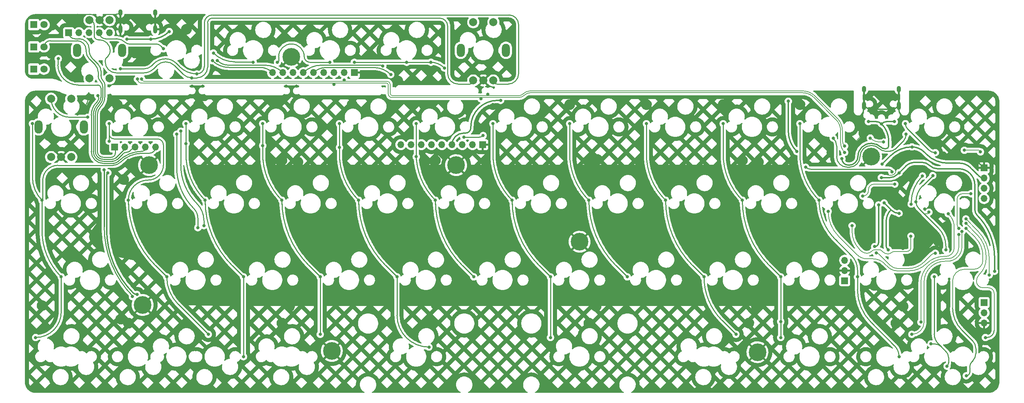
<source format=gtl>
%TF.GenerationSoftware,KiCad,Pcbnew,(6.0.10)*%
%TF.CreationDate,2023-05-22T09:52:37-05:00*%
%TF.ProjectId,Monorail_Diesel_Reduced,4d6f6e6f-7261-4696-9c5f-44696573656c,rev?*%
%TF.SameCoordinates,Original*%
%TF.FileFunction,Copper,L1,Top*%
%TF.FilePolarity,Positive*%
%FSLAX46Y46*%
G04 Gerber Fmt 4.6, Leading zero omitted, Abs format (unit mm)*
G04 Created by KiCad (PCBNEW (6.0.10)) date 2023-05-22 09:52:37*
%MOMM*%
%LPD*%
G01*
G04 APERTURE LIST*
G04 Aperture macros list*
%AMRoundRect*
0 Rectangle with rounded corners*
0 $1 Rounding radius*
0 $2 $3 $4 $5 $6 $7 $8 $9 X,Y pos of 4 corners*
0 Add a 4 corners polygon primitive as box body*
4,1,4,$2,$3,$4,$5,$6,$7,$8,$9,$2,$3,0*
0 Add four circle primitives for the rounded corners*
1,1,$1+$1,$2,$3*
1,1,$1+$1,$4,$5*
1,1,$1+$1,$6,$7*
1,1,$1+$1,$8,$9*
0 Add four rect primitives between the rounded corners*
20,1,$1+$1,$2,$3,$4,$5,0*
20,1,$1+$1,$4,$5,$6,$7,0*
20,1,$1+$1,$6,$7,$8,$9,0*
20,1,$1+$1,$8,$9,$2,$3,0*%
G04 Aperture macros list end*
%TA.AperFunction,ComponentPad*%
%ADD10R,1.700000X1.700000*%
%TD*%
%TA.AperFunction,ComponentPad*%
%ADD11O,1.700000X1.700000*%
%TD*%
%TA.AperFunction,ComponentPad*%
%ADD12R,1.800000X1.800000*%
%TD*%
%TA.AperFunction,ComponentPad*%
%ADD13C,1.800000*%
%TD*%
%TA.AperFunction,ComponentPad*%
%ADD14C,4.400000*%
%TD*%
%TA.AperFunction,ComponentPad*%
%ADD15C,2.000000*%
%TD*%
%TA.AperFunction,ComponentPad*%
%ADD16RoundRect,1.000000X0.000000X-0.650000X0.000000X0.650000X0.000000X0.650000X0.000000X-0.650000X0*%
%TD*%
%TA.AperFunction,ComponentPad*%
%ADD17O,1.000000X2.100000*%
%TD*%
%TA.AperFunction,ComponentPad*%
%ADD18O,1.000000X1.600000*%
%TD*%
%TA.AperFunction,ComponentPad*%
%ADD19RoundRect,1.000000X0.000000X0.650000X0.000000X-0.650000X0.000000X-0.650000X0.000000X0.650000X0*%
%TD*%
%TA.AperFunction,ViaPad*%
%ADD20C,0.800000*%
%TD*%
%TA.AperFunction,Conductor*%
%ADD21C,0.250000*%
%TD*%
%TA.AperFunction,Conductor*%
%ADD22C,0.350000*%
%TD*%
%TA.AperFunction,Conductor*%
%ADD23C,0.200000*%
%TD*%
G04 APERTURE END LIST*
D10*
%TO.P,J3,1,Pin_1*%
%TO.N,GND*%
X143512500Y-77437500D03*
D11*
%TO.P,J3,2,Pin_2*%
%TO.N,D+*%
X140972500Y-77437500D03*
%TO.P,J3,3,Pin_3*%
%TO.N,D-*%
X138432500Y-77437500D03*
%TO.P,J3,4,Pin_4*%
%TO.N,VCC*%
X135892500Y-77437500D03*
%TO.P,J3,5,Pin_5*%
%TO.N,COL5*%
X133352500Y-77437500D03*
%TO.P,J3,6,Pin_6*%
%TO.N,COL4*%
X130812500Y-77437500D03*
%TO.P,J3,7,Pin_7*%
%TO.N,COL3*%
X128272500Y-77437500D03*
%TO.P,J3,8,Pin_8*%
%TO.N,COL2*%
X125732500Y-77437500D03*
%TO.P,J3,9,Pin_9*%
%TO.N,COL1*%
X123192500Y-77437500D03*
%TD*%
D10*
%TO.P,J2,1,Pin_1*%
%TO.N,GND*%
X111680625Y-59531250D03*
D11*
%TO.P,J2,2,Pin_2*%
%TO.N,D+*%
X109140625Y-59531250D03*
%TO.P,J2,3,Pin_3*%
%TO.N,D-*%
X106600625Y-59531250D03*
%TO.P,J2,4,Pin_4*%
%TO.N,VCC*%
X104060625Y-59531250D03*
%TO.P,J2,5,Pin_5*%
%TO.N,COL5*%
X101520625Y-59531250D03*
%TO.P,J2,6,Pin_6*%
%TO.N,COL4*%
X98980625Y-59531250D03*
%TO.P,J2,7,Pin_7*%
%TO.N,COL3*%
X96440625Y-59531250D03*
%TO.P,J2,8,Pin_8*%
%TO.N,COL2*%
X93900625Y-59531250D03*
%TO.P,J2,9,Pin_9*%
%TO.N,COL1*%
X91360625Y-59531250D03*
%TD*%
D10*
%TO.P,J4,1,Pin_1*%
%TO.N,LED1*%
X52175000Y-78000000D03*
D11*
%TO.P,J4,2,Pin_2*%
%TO.N,LED2*%
X54715000Y-78000000D03*
%TO.P,J4,3,Pin_3*%
%TO.N,LED3*%
X57255000Y-78000000D03*
%TO.P,J4,4,Pin_4*%
%TO.N,ROW4*%
X59795000Y-78000000D03*
%TO.P,J4,5,Pin_5*%
%TO.N,COL0*%
X62335000Y-78000000D03*
%TD*%
D12*
%TO.P,D3,1,K*%
%TO.N,Net-(D55-Pad1)*%
X32099250Y-58642000D03*
D13*
%TO.P,D3,2,A*%
%TO.N,LED3*%
X34639250Y-58642000D03*
%TD*%
D14*
%TO.P,,1,1*%
%TO.N,GND*%
X96043750Y-55562500D03*
%TD*%
D15*
%TO.P,SW1,A,A*%
%TO.N,ENCB*%
X141168750Y-61475000D03*
%TO.P,SW1,B,B*%
%TO.N,ENCA*%
X146168750Y-61475000D03*
%TO.P,SW1,C,C*%
%TO.N,GND*%
X143668750Y-61475000D03*
D16*
%TO.P,SW1,MP*%
%TO.N,N/C*%
X138068750Y-53975000D03*
X149268750Y-53975000D03*
D15*
%TO.P,SW1,S1,S1*%
%TO.N,Net-(D6-Pad2)*%
X146168750Y-46975000D03*
%TO.P,SW1,S2,S2*%
%TO.N,COL5*%
X141168750Y-46975000D03*
%TD*%
D12*
%TO.P,D1,1,K*%
%TO.N,Net-(D53-Pad1)*%
X32099250Y-47592000D03*
D13*
%TO.P,D1,2,A*%
%TO.N,LED1*%
X34639250Y-47592000D03*
%TD*%
D14*
%TO.P,H1,1,1*%
%TO.N,GND*%
X239953400Y-80424450D03*
X136903400Y-82550450D03*
X167553400Y-101600450D03*
X60703400Y-82550450D03*
X211703400Y-129059450D03*
X59103400Y-117324450D03*
X106053400Y-128774450D03*
%TD*%
D12*
%TO.P,D2,1,K*%
%TO.N,Net-(D54-Pad1)*%
X32099250Y-53117000D03*
D13*
%TO.P,D2,2,A*%
%TO.N,LED2*%
X34639250Y-53117000D03*
%TD*%
D10*
%TO.P,J1,1,Pin_1*%
%TO.N,LED1*%
X40737500Y-49587500D03*
D11*
%TO.P,J1,2,Pin_2*%
%TO.N,LED2*%
X43277500Y-49587500D03*
%TO.P,J1,3,Pin_3*%
%TO.N,LED3*%
X45817500Y-49587500D03*
%TO.P,J1,4,Pin_4*%
%TO.N,ROW4*%
X48357500Y-49587500D03*
%TO.P,J1,5,Pin_5*%
%TO.N,COL0*%
X50897500Y-49587500D03*
%TD*%
D17*
%TO.P,J6,S1,SHIELD*%
%TO.N,GND*%
X246810625Y-67820625D03*
D18*
X238170625Y-63640625D03*
D17*
X238170625Y-67820625D03*
D18*
X246810625Y-63640625D03*
%TD*%
D10*
%TO.P,SWD1,1,Pin_1*%
%TO.N,SWCLK*%
X233362500Y-111268750D03*
D11*
%TO.P,SWD1,2,Pin_2*%
%TO.N,GND*%
X233362500Y-108728750D03*
%TO.P,SWD1,3,Pin_3*%
%TO.N,SWDIO*%
X233362500Y-106188750D03*
%TD*%
D10*
%TO.P,J9,1,Pin_1*%
%TO.N,+5VD*%
X267962500Y-116712500D03*
D11*
%TO.P,J9,2,Pin_2*%
%TO.N,RGB_OUT*%
X267962500Y-119252500D03*
%TO.P,J9,3,Pin_3*%
%TO.N,GND*%
X267962500Y-121792500D03*
%TD*%
D18*
%TO.P,J5,S1,SHIELD*%
%TO.N,GND*%
X53560250Y-44590625D03*
D17*
X62200250Y-48770625D03*
D18*
X62200250Y-44590625D03*
D17*
X53560250Y-48770625D03*
%TD*%
D10*
%TO.P,J8,1,Pin_1*%
%TO.N,GND*%
X267962500Y-83237500D03*
D11*
%TO.P,J8,2,Pin_2*%
%TO.N,+5V*%
X267962500Y-85777500D03*
%TO.P,J8,3,Pin_3*%
%TO.N,SCL*%
X267962500Y-88317500D03*
%TO.P,J8,4,Pin_4*%
%TO.N,SDA*%
X267962500Y-90857500D03*
%TD*%
D15*
%TO.P,SW2,A,A*%
%TO.N,ENCB*%
X45918750Y-46475000D03*
%TO.P,SW2,B,B*%
%TO.N,ENCA*%
X50918750Y-46475000D03*
%TO.P,SW2,C,C*%
%TO.N,GND*%
X48418750Y-46475000D03*
D19*
%TO.P,SW2,MP*%
%TO.N,N/C*%
X54018750Y-53975000D03*
X42818750Y-53975000D03*
D15*
%TO.P,SW2,S1,S1*%
%TO.N,COL0*%
X50918750Y-60975000D03*
%TO.P,SW2,S2,S2*%
%TO.N,Net-(D1-Pad2)*%
X45918750Y-60975000D03*
%TD*%
%TO.P,SW3,A,A*%
%TO.N,ENCA*%
X41393750Y-80525000D03*
%TO.P,SW3,B,B*%
%TO.N,ENCB*%
X36393750Y-80525000D03*
%TO.P,SW3,C,C*%
%TO.N,GND*%
X38893750Y-80525000D03*
D16*
%TO.P,SW3,MP*%
%TO.N,N/C*%
X33293750Y-73025000D03*
X44493750Y-73025000D03*
D15*
%TO.P,SW3,S1,S1*%
%TO.N,COL0*%
X36393750Y-66025000D03*
%TO.P,SW3,S2,S2*%
%TO.N,Net-(D7-Pad2)*%
X41393750Y-66025000D03*
%TD*%
D20*
%TO.N,GND*%
X133746875Y-86518750D03*
X253062500Y-104837500D03*
X165100000Y-67468750D03*
X57262500Y-54637500D03*
X92075000Y-67468750D03*
X95646875Y-86518750D03*
X253315807Y-97778138D03*
X36115625Y-86518750D03*
X122418750Y-61575000D03*
X41062500Y-104337500D03*
X36462500Y-60337500D03*
X242502956Y-75769517D03*
X244862500Y-96837500D03*
X203200000Y-67468750D03*
X130571875Y-86121875D03*
X235346875Y-78978125D03*
X112712500Y-86518750D03*
X95562500Y-117637500D03*
X130175000Y-121443750D03*
X209946875Y-86518750D03*
X52784375Y-67468750D03*
X171662500Y-117637500D03*
X236062500Y-89337500D03*
X147262500Y-106237500D03*
X247662500Y-80837500D03*
X261862500Y-106637500D03*
X255612500Y-76787500D03*
X69962500Y-48737500D03*
X66062500Y-81587500D03*
X127462500Y-106037500D03*
X172006752Y-81133067D03*
X109462500Y-106437500D03*
X51032105Y-65173239D03*
X246062500Y-121840625D03*
X247262500Y-95637500D03*
X171846875Y-86518750D03*
X253262500Y-93437500D03*
X142875000Y-64293750D03*
X152796875Y-86518750D03*
X36462500Y-54737500D03*
X257662500Y-88237500D03*
X53662500Y-120837500D03*
X111125000Y-67468750D03*
X203862500Y-106037500D03*
X246062500Y-98037500D03*
X30500000Y-81500000D03*
X236934375Y-71040625D03*
X258705941Y-97817083D03*
X74355089Y-65287601D03*
X190896875Y-86518750D03*
X185462500Y-106037500D03*
X86762500Y-60237500D03*
X118018750Y-60175000D03*
X34925000Y-67468750D03*
X146050000Y-67468750D03*
X94758754Y-62908457D03*
X131975000Y-117237500D03*
X211450000Y-117637500D03*
X238727032Y-98230733D03*
X49250000Y-74000000D03*
X167062500Y-107337500D03*
X247800000Y-103237500D03*
X244862500Y-95637500D03*
X60325000Y-55165625D03*
X246812500Y-111837500D03*
X36462500Y-47737500D03*
X76596875Y-86518750D03*
X42312500Y-61587500D03*
X93662500Y-81359375D03*
X238562500Y-102837500D03*
X73025000Y-67468750D03*
X222250000Y-67468750D03*
X184150000Y-67468750D03*
X238125000Y-74612500D03*
X264062499Y-81314238D03*
X175312500Y-109087500D03*
X240662500Y-112437500D03*
X73966425Y-62894814D03*
X89462500Y-106437500D03*
X256562500Y-101337500D03*
X93662500Y-121840625D03*
X42250000Y-46500000D03*
X241862500Y-88837500D03*
X71312500Y-106587500D03*
X257662500Y-80437500D03*
X97631250Y-81756250D03*
X71333276Y-62881171D03*
X224062500Y-107437500D03*
X246062500Y-81359375D03*
X228996875Y-85837500D03*
X97241827Y-62922101D03*
X244862500Y-98037500D03*
X36000000Y-75250000D03*
X207962500Y-81359375D03*
X247262500Y-98037500D03*
X252462500Y-73637500D03*
X131762500Y-81359375D03*
X246856250Y-74612500D03*
X211931250Y-81756250D03*
X55562500Y-81359375D03*
X34131250Y-117475000D03*
X250428125Y-67468750D03*
X230187500Y-79375000D03*
X255862500Y-94237500D03*
X250812500Y-111087500D03*
X128984375Y-67468750D03*
X209550000Y-121840625D03*
X246062500Y-95637500D03*
X247262500Y-96837500D03*
X42959188Y-69825032D03*
X45724877Y-65118666D03*
X169862500Y-121840625D03*
X266400000Y-97300000D03*
X233462500Y-87637500D03*
X97797280Y-65278505D03*
X169862500Y-81359375D03*
X245521078Y-88778922D03*
X54371875Y-86121875D03*
X252578982Y-83769188D03*
X247862500Y-117637500D03*
X55562500Y-121837500D03*
%TO.N,+5V*%
X242640268Y-82293208D03*
X250061576Y-78005340D03*
%TO.N,VCC*%
X221462500Y-79137500D03*
X55165625Y-51196875D03*
X242498928Y-72254753D03*
X245672940Y-71727576D03*
X147962500Y-66437500D03*
X219362500Y-66637500D03*
X61118750Y-51196875D03*
X232662500Y-80937500D03*
X239254287Y-71719318D03*
X65701265Y-49298735D03*
%TO.N,D-*%
X57815625Y-61118750D03*
X233362500Y-79375000D03*
X143046875Y-66017767D03*
X106605035Y-62436458D03*
%TO.N,D+*%
X109140625Y-61371954D03*
X239712500Y-75803125D03*
X233362500Y-77787500D03*
X58865625Y-61118750D03*
X242960455Y-76770921D03*
X144789922Y-64927409D03*
%TO.N,ROW0*%
X264662500Y-89637500D03*
X248562500Y-74837500D03*
X261662500Y-98237500D03*
X143618750Y-75175000D03*
X138818750Y-75575000D03*
X230528125Y-75803125D03*
%TO.N,COL11*%
X254262500Y-94237500D03*
X255862500Y-79437500D03*
X248443750Y-72231250D03*
X255587500Y-110331250D03*
X258462500Y-103637500D03*
X251062500Y-91637500D03*
X258762500Y-132556250D03*
X255234742Y-85126882D03*
X254793750Y-127000000D03*
%TO.N,COL10*%
X227012500Y-91281250D03*
X236537500Y-110331250D03*
X263462500Y-98237500D03*
X263525000Y-134937500D03*
X246856250Y-130175000D03*
X222250000Y-72231250D03*
%TO.N,ROW4*%
X76670469Y-54645469D03*
X124662500Y-56937500D03*
X111662500Y-56937500D03*
X92562500Y-56937500D03*
X47962500Y-65237500D03*
X64293750Y-53578125D03*
X105562500Y-56937500D03*
X130662500Y-56937500D03*
X134018750Y-58375000D03*
X86562500Y-56937500D03*
%TO.N,ROW1*%
X259062500Y-94637500D03*
X229262500Y-94037500D03*
%TO.N,ROW2*%
X263445258Y-95914253D03*
X269262500Y-109837500D03*
%TO.N,ROW3*%
X268287500Y-125412500D03*
X263462500Y-97037500D03*
%TO.N,LED3*%
X38162500Y-56037500D03*
%TO.N,COL0*%
X34131250Y-91281250D03*
X32543750Y-125412500D03*
X38893750Y-110331250D03*
X45486679Y-70623507D03*
X31750000Y-72231250D03*
%TO.N,COL1*%
X76422048Y-56531683D03*
X65087500Y-110331250D03*
X50800000Y-76575000D03*
X55562500Y-91281250D03*
X75406250Y-124618750D03*
X50800000Y-72231250D03*
%TO.N,COL2*%
X74612500Y-91281250D03*
X77652880Y-56520594D03*
X84137500Y-130175000D03*
X69850000Y-77150000D03*
X69850000Y-72231250D03*
X84137500Y-110331250D03*
%TO.N,COL3*%
X103187500Y-124618750D03*
X103187500Y-110331250D03*
X93662500Y-91281250D03*
X88900000Y-72231250D03*
X88900000Y-77675000D03*
%TO.N,COL4*%
X122237500Y-110331250D03*
X107950000Y-78150000D03*
X112712500Y-91281250D03*
X107950000Y-72231250D03*
X118698448Y-57859068D03*
X130175000Y-127793750D03*
%TO.N,COL5*%
X141287500Y-110331250D03*
X120698089Y-59999165D03*
X131762500Y-91281250D03*
X127009907Y-80429435D03*
X127000000Y-72231250D03*
%TO.N,COL6*%
X160337500Y-125412500D03*
X160337500Y-110331250D03*
X150812500Y-91281250D03*
X146050000Y-72231250D03*
%TO.N,COL7*%
X179387500Y-110331250D03*
X169862500Y-91281250D03*
X165100000Y-72231250D03*
%TO.N,COL8*%
X262462500Y-99037500D03*
X250031250Y-124618750D03*
X188912500Y-91281250D03*
X206375000Y-124618750D03*
X198437500Y-110331250D03*
X184150000Y-72231250D03*
%TO.N,COL9*%
X217487500Y-125412500D03*
X207962500Y-91281250D03*
X217487500Y-110331250D03*
X203200000Y-72231250D03*
X261662500Y-99837500D03*
X252262500Y-121593750D03*
X217487500Y-121443750D03*
%TO.N,RGB*%
X245791557Y-87259074D03*
X237862500Y-90237500D03*
%TO.N,+5VD*%
X246862500Y-84437500D03*
X57695196Y-114699917D03*
X270562500Y-108937500D03*
X242462500Y-85637500D03*
X50462500Y-84437500D03*
%TO.N,Net-(D59-Pad2)*%
X223662500Y-83037500D03*
X245062500Y-84237500D03*
%TO.N,Net-(D66-Pad4)*%
X56562500Y-115237500D03*
X49562500Y-83737500D03*
%TO.N,+3V3*%
X240800000Y-102800000D03*
X252662500Y-85237500D03*
X241762500Y-92437500D03*
X249862500Y-92237500D03*
%TO.N,+1V1*%
X244200000Y-103600000D03*
X243162500Y-91937500D03*
X246862500Y-94537500D03*
%TO.N,RUN*%
X255862500Y-104437500D03*
X241200000Y-104400000D03*
%TO.N,QSPI_SS*%
X267062500Y-79237500D03*
X263062500Y-78837500D03*
%TO.N,ENCA*%
X235200000Y-97600000D03*
X249800000Y-100200000D03*
X68562500Y-74087500D03*
X53562500Y-58587500D03*
X72562500Y-59837500D03*
X74312500Y-97587500D03*
%TO.N,ENCB*%
X71312500Y-60837500D03*
X72812500Y-98087500D03*
X67562500Y-74837500D03*
%TD*%
D21*
%TO.N,GND*%
X49250000Y-47500000D02*
X48555752Y-46805752D01*
X57262500Y-54637500D02*
X59049994Y-54637500D01*
D22*
X249662500Y-85837500D02*
X248052450Y-87447550D01*
D23*
X248562500Y-100513246D02*
X248562500Y-97781866D01*
X251312500Y-103087500D02*
X253062500Y-104837500D01*
D21*
X50000000Y-45000000D02*
X52571932Y-45000000D01*
D23*
X251359270Y-99734675D02*
X253315807Y-97778138D01*
X246062500Y-81359375D02*
X246062500Y-83935587D01*
X261202703Y-80437500D02*
X257662500Y-80437500D01*
X248562500Y-94837500D02*
X248562500Y-97781866D01*
D22*
X245521078Y-88778922D02*
X245662500Y-88437500D01*
D23*
X239062500Y-98262500D02*
X239062500Y-101630394D01*
D22*
X240195546Y-68659375D02*
X244785704Y-68659375D01*
D23*
X249096812Y-101803189D02*
X247662500Y-103237500D01*
D21*
X52240707Y-48142597D02*
X50801366Y-48142597D01*
X36462500Y-60337500D02*
X36462500Y-54737500D01*
D22*
X245021470Y-86471048D02*
X242049643Y-86471048D01*
X255344480Y-92287926D02*
X255344480Y-92986890D01*
D21*
X44352611Y-68431609D02*
X42959188Y-69825032D01*
D23*
X243286744Y-84582621D02*
X237490578Y-84582621D01*
D21*
X43071409Y-45000000D02*
X46000000Y-45000000D01*
X228996875Y-85837500D02*
X230462500Y-85837500D01*
X172006752Y-81133067D02*
X170088808Y-81133067D01*
D22*
X246915671Y-86310771D02*
X245408412Y-86310771D01*
D23*
X252462500Y-73637500D02*
X256531129Y-77706129D01*
D21*
X52639052Y-48389053D02*
X52500000Y-48250000D01*
D22*
X237490578Y-84582621D02*
X232026420Y-84582621D01*
D21*
X48418750Y-46475000D02*
X49818620Y-45075130D01*
X55562500Y-81359375D02*
X55562500Y-83247452D01*
X232662500Y-88037500D02*
X232879417Y-88254417D01*
D23*
X238845977Y-98262500D02*
X239062500Y-98262500D01*
D22*
X252578982Y-83769188D02*
X253843323Y-83769188D01*
D21*
X235119848Y-89182434D02*
X235688138Y-89182434D01*
D23*
X239062500Y-97837500D02*
X239062500Y-98262500D01*
D22*
X237331250Y-70246875D02*
X237728125Y-70643750D01*
D21*
X239709670Y-74612500D02*
X238125000Y-74612500D01*
D23*
X244888286Y-85062152D02*
X244444434Y-85062152D01*
D22*
X257662500Y-87000989D02*
X257662500Y-88237500D01*
D23*
X245521078Y-88778922D02*
X246087626Y-88862627D01*
D22*
X246810625Y-67820625D02*
X246810625Y-68781711D01*
X244696815Y-88837500D02*
X241862500Y-88837500D01*
D23*
X254854216Y-92778189D02*
X255344480Y-92287926D01*
D22*
X255344480Y-91979779D02*
X255344480Y-92287926D01*
D23*
X238125000Y-74612500D02*
X236469407Y-76268093D01*
D22*
X247253125Y-69850000D02*
X247253125Y-73654359D01*
D23*
X251312500Y-103087500D02*
X251312500Y-99728831D01*
X240812500Y-93612627D02*
X240812500Y-91372424D01*
D21*
X47611082Y-45667332D02*
X48418750Y-46475000D01*
D22*
X257214339Y-89319455D02*
X255903423Y-90630372D01*
X267437003Y-82712004D02*
X267962500Y-83237500D01*
D23*
X251317283Y-99717284D02*
X250400000Y-98800000D01*
X250400000Y-98800000D02*
X249961246Y-98361246D01*
D22*
X238125000Y-71601891D02*
X238125000Y-74612500D01*
D23*
X247262500Y-96837500D02*
X248067525Y-96032475D01*
D22*
X257662500Y-80437500D02*
X261945867Y-80437500D01*
X251131066Y-84368935D02*
X249662500Y-85837500D01*
D23*
X248562500Y-97781869D02*
G75*
G02*
X249961246Y-98361246I0J-1978131D01*
G01*
X240812510Y-93612627D02*
G75*
G02*
X239062499Y-97837499I-5974910J27D01*
G01*
D22*
X247253133Y-69849992D02*
G75*
G02*
X246810625Y-68781711I1068267J1068292D01*
G01*
D21*
X49250010Y-47499990D02*
G75*
G03*
X50801366Y-48142597I1551390J1551390D01*
G01*
X235119848Y-89182404D02*
G75*
G02*
X232879417Y-88254417I-48J3168404D01*
G01*
D23*
X248562481Y-100513246D02*
G75*
G03*
X249096812Y-101803189I1824319J46D01*
G01*
D22*
X237490578Y-84582648D02*
G75*
G02*
X241050042Y-86057001I22J-5033852D01*
G01*
X246915671Y-86310850D02*
G75*
G02*
X248052450Y-87447550I29J-1136750D01*
G01*
D23*
X245742418Y-84708377D02*
G75*
G03*
X246062500Y-83935587I-772818J772777D01*
G01*
D22*
X245021470Y-86471014D02*
G75*
G03*
X245150451Y-86417622I30J182414D01*
G01*
D21*
X169862467Y-81359375D02*
G75*
G02*
X170088808Y-81133067I226333J-25D01*
G01*
X236062489Y-89337511D02*
G75*
G03*
X235688138Y-89182434I-374389J-374389D01*
G01*
D23*
X254854211Y-92778184D02*
G75*
G02*
X253262500Y-93437500I-1591711J1591684D01*
G01*
X257662512Y-80437500D02*
G75*
G03*
X256531129Y-77706129I-3862712J0D01*
G01*
D22*
X267437002Y-82712005D02*
G75*
G03*
X264062499Y-81314238I-3374502J-3374495D01*
G01*
D21*
X53560236Y-44590611D02*
G75*
G02*
X52571932Y-45000000I-988336J988311D01*
G01*
D23*
X251317299Y-99717268D02*
G75*
G03*
X251359270Y-99734675I42001J41968D01*
G01*
X243286744Y-84582593D02*
G75*
G02*
X243712331Y-84758905I-44J-601907D01*
G01*
X241862493Y-88837493D02*
G75*
G03*
X240812500Y-91372424I2534907J-2534907D01*
G01*
D22*
X246856272Y-74612522D02*
G75*
G03*
X247253125Y-73654359I-958172J958122D01*
G01*
X245150441Y-86417612D02*
G75*
G02*
X245408412Y-86310771I257959J-257988D01*
G01*
X237331232Y-70246857D02*
G75*
G03*
X238170625Y-68220445I-2026432J2026457D01*
G01*
D21*
X54371876Y-86121876D02*
G75*
G03*
X55562500Y-83247452I-2874436J2874426D01*
G01*
D23*
X238845977Y-98262519D02*
G75*
G02*
X238661698Y-98186169I23J260619D01*
G01*
X235346882Y-78978125D02*
G75*
G02*
X236469408Y-76268094I3832518J25D01*
G01*
X261202703Y-80437500D02*
G75*
G02*
X267962499Y-83237501I-3J-9559800D01*
G01*
X243712314Y-84758922D02*
G75*
G03*
X244444434Y-85062152I732086J732122D01*
G01*
X244888286Y-85062157D02*
G75*
G03*
X245742404Y-84708363I14J1207857D01*
G01*
D22*
X246810624Y-67820624D02*
G75*
G02*
X244785704Y-68659375I-2024924J2024924D01*
G01*
X264062522Y-81314215D02*
G75*
G03*
X261945867Y-80437500I-2116622J-2116685D01*
G01*
D21*
X239709670Y-74612521D02*
G75*
G02*
X242502956Y-75769517I30J-3950279D01*
G01*
D22*
X238125011Y-71601891D02*
G75*
G03*
X237728125Y-70643750I-1355011J-9D01*
G01*
D23*
X238562502Y-102837502D02*
G75*
G03*
X239062500Y-101630394I-1207102J1207102D01*
G01*
D21*
X52639037Y-48389068D02*
G75*
G03*
X53560250Y-48770625I921163J921168D01*
G01*
X232662500Y-88037500D02*
G75*
G03*
X230462500Y-85837500I-2200000J0D01*
G01*
D22*
X228996874Y-85837499D02*
G75*
G02*
X232026420Y-84582621I3029526J-3029501D01*
G01*
D21*
X47611079Y-45667335D02*
G75*
G03*
X46000000Y-45000000I-1611079J-1611065D01*
G01*
D22*
X248052450Y-87447550D02*
G75*
G02*
X245662500Y-88437500I-2389950J2389950D01*
G01*
X244696815Y-88837506D02*
G75*
G03*
X245662500Y-88437500I-15J1365706D01*
G01*
X251131085Y-84368954D02*
G75*
G02*
X252578982Y-83769188I1447915J-1447846D01*
G01*
X255344457Y-91979779D02*
G75*
G02*
X255903423Y-90630372I1908343J-21D01*
G01*
D21*
X43071409Y-45000004D02*
G75*
G03*
X36462500Y-47737500I-9J-9346396D01*
G01*
X48418749Y-46475000D02*
G75*
G03*
X48555752Y-46805752I467751J0D01*
G01*
D22*
X257214336Y-89319452D02*
G75*
G03*
X257662500Y-88237500I-1081936J1081952D01*
G01*
D23*
X251317274Y-99717275D02*
G75*
G03*
X251312500Y-99728831I11526J-11525D01*
G01*
D21*
X44352613Y-68431611D02*
G75*
G03*
X45724877Y-65118666I-3312943J3312941D01*
G01*
D23*
X248562485Y-94837500D02*
G75*
G02*
X248067525Y-96032475I-1689985J0D01*
G01*
D22*
X255862497Y-94237503D02*
G75*
G02*
X255344480Y-92986890I1250603J1250603D01*
G01*
D21*
X52240707Y-48142595D02*
G75*
G02*
X52500000Y-48250000I-7J-366705D01*
G01*
X60324997Y-55165628D02*
G75*
G03*
X59049994Y-54637500I-1274997J-1274972D01*
G01*
D22*
X240195546Y-68659341D02*
G75*
G02*
X238170625Y-67820625I-46J2863641D01*
G01*
X257662496Y-87000989D02*
G75*
G03*
X256837576Y-85009450I-2816496J-11D01*
G01*
D21*
X50000000Y-44999998D02*
G75*
G03*
X49818621Y-45075131I0J-256502D01*
G01*
D23*
X248562513Y-94837500D02*
G75*
G03*
X246087626Y-88862627I-8449713J0D01*
G01*
D22*
X241050021Y-86057022D02*
G75*
G03*
X242049643Y-86471048I999579J999622D01*
G01*
X256837565Y-85009461D02*
G75*
G03*
X253843323Y-83769188I-2994265J-2994239D01*
G01*
%TO.N,+5V*%
X261862500Y-82037500D02*
X258973769Y-82037500D01*
X242640268Y-82293208D02*
X244712459Y-80221017D01*
X266665099Y-85240099D02*
X264593872Y-83168872D01*
X253662500Y-79837500D02*
X253081045Y-79256045D01*
X253662509Y-79837491D02*
G75*
G03*
X258973769Y-82037500I5311291J5311291D01*
G01*
X250061576Y-78005353D02*
G75*
G02*
X253081045Y-79256045I24J-4270147D01*
G01*
X266665099Y-85240099D02*
G75*
G03*
X267962500Y-85777500I1297401J1297399D01*
G01*
X261862500Y-82037488D02*
G75*
G02*
X264593872Y-83168872I0J-3862712D01*
G01*
X250061576Y-78005314D02*
G75*
G03*
X244712460Y-80221018I24J-7564786D01*
G01*
%TO.N,VCC*%
X243332734Y-78456581D02*
X243580483Y-78456581D01*
X239254287Y-71719318D02*
X241206274Y-71719318D01*
X147162500Y-66437500D02*
X147962500Y-66437500D01*
X244294741Y-77742323D02*
X244294741Y-77174009D01*
X245672940Y-71727576D02*
X243771645Y-71727576D01*
X140572500Y-73037500D02*
X140572500Y-73137500D01*
X139218750Y-74575000D02*
X138755000Y-74575000D01*
X219362500Y-66637500D02*
X219362500Y-74067652D01*
X239862500Y-77137500D02*
X240148192Y-77137500D01*
X55165625Y-51196875D02*
X61118750Y-51196875D01*
X234462500Y-82537500D02*
X234262500Y-82537500D01*
X244294741Y-76590229D02*
X244294741Y-77174009D01*
X140562500Y-73231250D02*
X140562500Y-73037500D01*
X65701294Y-49298764D02*
G75*
G02*
X61118750Y-51196875I-4582494J4582564D01*
G01*
X242498899Y-72254724D02*
G75*
G02*
X243771645Y-71727576I1272701J-1272776D01*
G01*
X244294781Y-77742323D02*
G75*
G02*
X243580483Y-78456581I-714281J23D01*
G01*
X221462486Y-79137514D02*
G75*
G02*
X219362500Y-74067652I5069814J5069814D01*
G01*
X232662500Y-80937500D02*
G75*
G03*
X234262500Y-82537500I1600000J0D01*
G01*
X242336695Y-78044005D02*
G75*
G03*
X240148192Y-77137500I-2188495J-2188495D01*
G01*
X234462500Y-82537500D02*
G75*
G03*
X236662500Y-80337500I0J2200000D01*
G01*
X236662500Y-80337500D02*
G75*
G02*
X239862500Y-77137500I3200000J0D01*
G01*
X147162500Y-66437500D02*
G75*
G03*
X140562500Y-73037500I0J-6600000D01*
G01*
X139218750Y-74575000D02*
G75*
G03*
X140562500Y-73231250I50J1343700D01*
G01*
X242498940Y-72254741D02*
G75*
G03*
X241206274Y-71719318I-1292640J-1292659D01*
G01*
X135892500Y-77437500D02*
G75*
G02*
X138755000Y-74575000I2862500J0D01*
G01*
X243332734Y-78456566D02*
G75*
G02*
X242336693Y-78044007I-34J1408566D01*
G01*
X244294705Y-76590229D02*
G75*
G03*
X242498928Y-72254753I-6131305J29D01*
G01*
D23*
%TO.N,D-*%
X120953675Y-65709375D02*
X143972425Y-65709375D01*
X106605035Y-62436458D02*
X106884719Y-62156774D01*
X225709623Y-65690323D02*
X231172177Y-71152877D01*
X155306002Y-64518750D02*
X222881196Y-64518750D01*
X153872737Y-65123588D02*
X153891789Y-65104536D01*
X106362500Y-62137500D02*
X119664866Y-62137500D01*
X143972425Y-65709375D02*
X152458523Y-65709375D01*
X120078221Y-62550855D02*
X120078221Y-64833921D01*
X106931250Y-62137500D02*
X58834375Y-62137500D01*
X232343750Y-73981304D02*
X232343750Y-76915520D01*
X57815600Y-61118750D02*
G75*
G03*
X58834375Y-62137500I1018800J50D01*
G01*
X153872720Y-65123571D02*
G75*
G02*
X152458523Y-65709375I-1414220J1414171D01*
G01*
X225709615Y-65690331D02*
G75*
G03*
X222881196Y-64518750I-2828415J-2828369D01*
G01*
X233362506Y-79374994D02*
G75*
G02*
X232343750Y-76915520I2459494J2459494D01*
G01*
X120953675Y-65709379D02*
G75*
G02*
X120078221Y-64833921I25J875479D01*
G01*
X106931250Y-62137464D02*
G75*
G03*
X106884719Y-62156774I50J-65836D01*
G01*
X155306002Y-64518737D02*
G75*
G03*
X153891789Y-65104536I-2J-1999963D01*
G01*
X120078300Y-62550855D02*
G75*
G03*
X119664866Y-62137500I-413400J-45D01*
G01*
X232343761Y-73981304D02*
G75*
G03*
X231172177Y-71152877I-3999961J4D01*
G01*
%TO.N,D+*%
X226042470Y-65386770D02*
X231475731Y-70820031D01*
X59434375Y-61687500D02*
X109312500Y-61687500D01*
X153539890Y-64820035D02*
X153558942Y-64800983D01*
X109242216Y-61617215D02*
X109312500Y-61687500D01*
X144158825Y-65259375D02*
X152479230Y-65259375D01*
X106362500Y-61687500D02*
X119851266Y-61687500D01*
X155326709Y-64068750D02*
X222860489Y-64068750D01*
X121140075Y-65259375D02*
X144158825Y-65259375D01*
X232793750Y-74002011D02*
X232793750Y-76371875D01*
X120528221Y-62364455D02*
X120528221Y-64647521D01*
X242960455Y-76770921D02*
X242048966Y-76770921D01*
X59434375Y-61687575D02*
G75*
G02*
X58865625Y-61118750I25J568775D01*
G01*
X233362505Y-77787495D02*
G75*
G02*
X232793750Y-76414417I1373095J1373095D01*
G01*
X232793727Y-74002011D02*
G75*
G03*
X231475731Y-70820031I-4500027J11D01*
G01*
X109242188Y-61617243D02*
G75*
G02*
X109140625Y-61371954I245312J245243D01*
G01*
X239712525Y-75803100D02*
G75*
G03*
X242048966Y-76770921I2336475J2336400D01*
G01*
X153539870Y-64820015D02*
G75*
G02*
X152479230Y-65259375I-1060670J1060615D01*
G01*
X155326709Y-64068742D02*
G75*
G03*
X153558942Y-64800983I-9J-2499958D01*
G01*
X121140075Y-65259379D02*
G75*
G02*
X120528221Y-64647521I25J611879D01*
G01*
X226042465Y-65386775D02*
G75*
G03*
X222860489Y-64068750I-3181965J-3181925D01*
G01*
X120528300Y-62364455D02*
G75*
G03*
X119851266Y-61687500I-677000J-45D01*
G01*
%TO.N,ROW0*%
X261262500Y-97271815D02*
X261262500Y-91037500D01*
D21*
X239962500Y-77637500D02*
X240031130Y-77637500D01*
X243411028Y-79037500D02*
X244655394Y-79037500D01*
X248562500Y-74837500D02*
X248562500Y-75130394D01*
X138818750Y-75575000D02*
X142653065Y-75575000D01*
X245862500Y-78537500D02*
X248062500Y-76337500D01*
D23*
X262662500Y-89637500D02*
X264662500Y-89637500D01*
D21*
X231362500Y-77817484D02*
X231362500Y-80437500D01*
X233962500Y-83037500D02*
X234562500Y-83037500D01*
D23*
X261262494Y-97271815D02*
G75*
G03*
X261662500Y-98237500I1365706J15D01*
G01*
D21*
X231362521Y-77817484D02*
G75*
G03*
X230528125Y-75803125I-2848721J-16D01*
G01*
X248062502Y-76337502D02*
G75*
G03*
X248562500Y-75130394I-1207102J1207102D01*
G01*
X241962491Y-78437509D02*
G75*
G03*
X240031130Y-77637500I-1931391J-1931391D01*
G01*
X143618771Y-75175021D02*
G75*
G02*
X142653065Y-75575000I-965671J965721D01*
G01*
D23*
X262662500Y-89637500D02*
G75*
G03*
X261262500Y-91037500I0J-1400000D01*
G01*
D21*
X233962500Y-83037500D02*
G75*
G02*
X231362500Y-80437500I0J2600000D01*
G01*
X237162500Y-80437500D02*
G75*
G02*
X234562500Y-83037500I-2600000J0D01*
G01*
X243411028Y-79037488D02*
G75*
G02*
X241962500Y-78437500I-28J2048488D01*
G01*
X239962500Y-77637500D02*
G75*
G03*
X237162500Y-80437500I0J-2800000D01*
G01*
X245862502Y-78537502D02*
G75*
G02*
X244655394Y-79037500I-1207102J1207102D01*
G01*
%TO.N,COL11*%
X258462500Y-102637500D02*
X258462500Y-103637500D01*
X255587500Y-110331250D02*
X255587500Y-124526020D01*
X257294397Y-127674353D02*
X256606749Y-126986705D01*
X254793750Y-127000000D02*
X255666365Y-127000000D01*
X252962500Y-94537500D02*
X256624022Y-98199022D01*
X251769607Y-93344607D02*
X252962500Y-94537500D01*
X249000597Y-73575596D02*
X249862500Y-74437500D01*
X258517590Y-128897546D02*
X257294397Y-127674353D01*
X259126023Y-131678628D02*
X259126023Y-130366433D01*
X249862500Y-74437500D02*
X254155393Y-78730393D01*
D23*
X253203921Y-94637500D02*
X253862500Y-94637500D01*
D21*
X255234742Y-85126882D02*
X252715982Y-87645642D01*
X251769610Y-93344604D02*
G75*
G02*
X251062500Y-91637500I1707090J1707104D01*
G01*
X258517607Y-128897529D02*
G75*
G02*
X259126023Y-130366433I-1468907J-1468871D01*
G01*
D23*
X254262500Y-94237500D02*
G75*
G02*
X253862500Y-94637500I-400000J0D01*
G01*
D21*
X259126049Y-131678628D02*
G75*
G02*
X258762500Y-132556250I-1241149J28D01*
G01*
X251062489Y-91637500D02*
G75*
G02*
X252715982Y-87645642I5645311J0D01*
G01*
D23*
X252962494Y-94537506D02*
G75*
G03*
X253203921Y-94637500I241406J241406D01*
G01*
D21*
X255862500Y-79437503D02*
G75*
G02*
X254155394Y-78730392I0J2414203D01*
G01*
X257294418Y-127674332D02*
G75*
G03*
X255666365Y-127000000I-1628018J-1628068D01*
G01*
X249000630Y-73575563D02*
G75*
G02*
X248443750Y-72231250I1344270J1344363D01*
G01*
X258462486Y-102637500D02*
G75*
G03*
X256624021Y-98199023I-6276986J0D01*
G01*
X255587476Y-124526020D02*
G75*
G03*
X256606749Y-126986705I3479924J20D01*
G01*
%TO.N,COL10*%
X245733718Y-127464968D02*
X239905096Y-121636346D01*
X222250000Y-72231250D02*
X222250000Y-79783558D01*
X236537500Y-113506250D02*
X236537500Y-110331250D01*
D23*
X265462500Y-108437500D02*
X263054156Y-108437500D01*
X267662500Y-105037500D02*
X267662500Y-106237500D01*
X263462500Y-98237500D02*
X265824022Y-100599022D01*
D21*
X265906250Y-129381250D02*
X265906250Y-128122532D01*
X265112500Y-126206250D02*
X262393809Y-123487559D01*
X264390197Y-134072303D02*
X264390197Y-132801210D01*
X231047428Y-101022428D02*
X235062500Y-105037500D01*
X264969603Y-131402400D02*
X265139390Y-131232613D01*
X236537500Y-108598465D02*
X236537500Y-110331250D01*
D23*
X260148745Y-111342911D02*
X260148745Y-118067495D01*
X260148800Y-111342911D02*
G75*
G02*
X263054156Y-108437500I2905400J11D01*
G01*
X267662486Y-105037500D02*
G75*
G03*
X265824021Y-100599023I-6276986J0D01*
G01*
D21*
X245733715Y-127464971D02*
G75*
G02*
X246856250Y-130175000I-2710015J-2710029D01*
G01*
X236537514Y-108598465D02*
G75*
G03*
X235062500Y-105037500I-5036014J-35D01*
G01*
X231047427Y-101022429D02*
G75*
G02*
X227012500Y-91281250I9741183J9741179D01*
G01*
X265906206Y-129381250D02*
G75*
G02*
X265139390Y-131232613I-2618206J-50D01*
G01*
X265112520Y-126206230D02*
G75*
G02*
X265906250Y-128122532I-1916320J-1916270D01*
G01*
D23*
X265462500Y-108437500D02*
G75*
G03*
X267662500Y-106237500I0J2200000D01*
G01*
D21*
X264390200Y-134072303D02*
G75*
G02*
X263525000Y-134937500I-865200J3D01*
G01*
X236537467Y-113506250D02*
G75*
G03*
X239905096Y-121636346I11497733J50D01*
G01*
X227012499Y-91281251D02*
G75*
G02*
X222250000Y-79783558I11497691J11497691D01*
G01*
X260148757Y-118067495D02*
G75*
G03*
X262393809Y-123487559I7665143J-5D01*
G01*
X264969601Y-131402398D02*
G75*
G03*
X264390197Y-132801210I1398799J-1398802D01*
G01*
%TO.N,ROW4*%
X63563653Y-52848028D02*
X64293750Y-53578125D01*
X130548319Y-56937500D02*
X124662500Y-56937500D01*
X47757684Y-66842316D02*
X47662500Y-66937500D01*
X111662500Y-56937500D02*
X124662500Y-56937500D01*
X55687635Y-52387500D02*
X62451840Y-52387500D01*
X53062500Y-81587500D02*
X53087626Y-81562374D01*
X46362500Y-70075977D02*
X46362500Y-79137500D01*
X59795000Y-78355000D02*
X59795000Y-78000000D01*
X81962500Y-56837500D02*
X86321079Y-56837500D01*
X49857500Y-51087500D02*
X52549158Y-51087500D01*
X47962500Y-65237500D02*
X48033073Y-65308074D01*
X100593750Y-56937500D02*
X105562500Y-56937500D01*
X49312500Y-82087500D02*
X51855394Y-82087500D01*
X92868750Y-55562500D02*
X92868750Y-56631250D01*
X130548319Y-56937478D02*
G75*
G02*
X134018750Y-58375000I-19J-4907922D01*
G01*
X92562500Y-56937450D02*
G75*
G03*
X92868750Y-56631250I0J306250D01*
G01*
X46362491Y-70075977D02*
G75*
G02*
X47662500Y-66937500I4438509J-23D01*
G01*
X55687635Y-52387483D02*
G75*
G02*
X54848986Y-52040120I-35J1185983D01*
G01*
X92868800Y-55562500D02*
G75*
G02*
X96043750Y-52387500I3175000J0D01*
G01*
X53062502Y-81587502D02*
G75*
G02*
X51855394Y-82087500I-1207102J1207102D01*
G01*
X100593750Y-56937450D02*
G75*
G02*
X99218750Y-55562500I-50J1374950D01*
G01*
X99218700Y-55562500D02*
G75*
G03*
X96043750Y-52387500I-3175000J0D01*
G01*
X54848997Y-52040109D02*
G75*
G03*
X52549158Y-51087500I-2299797J-2299791D01*
G01*
X59795000Y-78355000D02*
G75*
G02*
X59062500Y-79087500I-732500J0D01*
G01*
X63563624Y-52848057D02*
G75*
G03*
X62451840Y-52387500I-1111824J-1111743D01*
G01*
X86562506Y-56937494D02*
G75*
G03*
X86321079Y-56837500I-241406J-241406D01*
G01*
X47757707Y-66842339D02*
G75*
G03*
X48213131Y-65742771I-1099607J1099539D01*
G01*
X48213157Y-65742771D02*
G75*
G03*
X48033072Y-65308075I-614757J-29D01*
G01*
X59062500Y-79087487D02*
G75*
G03*
X53087627Y-81562375I0J-8449713D01*
G01*
X49312500Y-82087500D02*
G75*
G02*
X46362500Y-79137500I0J2950000D01*
G01*
X49857500Y-51087500D02*
G75*
G02*
X48357500Y-49587500I0J1500000D01*
G01*
X81962500Y-56837488D02*
G75*
G02*
X76670470Y-54645468I0J7484088D01*
G01*
D23*
%TO.N,ROW1*%
X246462500Y-108837500D02*
X249316916Y-108837500D01*
X238876713Y-105837500D02*
X240365444Y-105837500D01*
X231808084Y-100183085D02*
X236462500Y-104837500D01*
X259262500Y-94837500D02*
X259062500Y-94637500D01*
X258008084Y-105237500D02*
X258462500Y-105237500D01*
X243262500Y-107037500D02*
X244072550Y-107847550D01*
X260549497Y-101924497D02*
X260549497Y-103150503D01*
X260549497Y-101924497D02*
X260549497Y-97944585D01*
X260549500Y-103150503D02*
G75*
G02*
X258462500Y-105237500I-2087000J3D01*
G01*
X243262487Y-107037513D02*
G75*
G03*
X240365444Y-105837500I-2897087J-2897087D01*
G01*
X259262496Y-94837504D02*
G75*
G02*
X260549497Y-97944585I-3107096J-3107096D01*
G01*
X231808078Y-100183091D02*
G75*
G02*
X229262500Y-94037500I6145622J6145591D01*
G01*
X246462500Y-108837499D02*
G75*
G02*
X244072550Y-107847550I0J3379899D01*
G01*
X253662495Y-107037495D02*
G75*
G02*
X249316916Y-108837500I-4345595J4345595D01*
G01*
X238876713Y-105837494D02*
G75*
G02*
X236462500Y-104837500I-13J3414194D01*
G01*
X258008084Y-105237494D02*
G75*
G03*
X253662500Y-107037500I16J-6145606D01*
G01*
%TO.N,ROW2*%
X269262500Y-109837500D02*
X269262500Y-105962983D01*
X263445258Y-95914253D02*
X266270386Y-98739381D01*
X269262516Y-105962983D02*
G75*
G03*
X266270386Y-98739381I-10215716J-17D01*
G01*
%TO.N,ROW3*%
X266862500Y-109637500D02*
X266769607Y-109730393D01*
D21*
X268287500Y-125412500D02*
X268668750Y-125412500D01*
D23*
X267662500Y-113037500D02*
X267862500Y-113037500D01*
X267862500Y-113037500D02*
X269062500Y-113037500D01*
X263462500Y-97037500D02*
X266199758Y-99774758D01*
X270462500Y-114437500D02*
X270462500Y-123618750D01*
X268462500Y-105237500D02*
X268462500Y-105774759D01*
X266486764Y-112461764D02*
X266862500Y-112837500D01*
X266486770Y-112461758D02*
G75*
G02*
X266062500Y-111437500I1024230J1024258D01*
G01*
X270462500Y-114437500D02*
G75*
G03*
X269062500Y-113037500I-1400000J0D01*
G01*
X266862512Y-109637512D02*
G75*
G03*
X268462500Y-105774759I-3862712J3862712D01*
G01*
X268462495Y-105237500D02*
G75*
G03*
X266199758Y-99774758I-7725495J0D01*
G01*
X266062497Y-111437500D02*
G75*
G02*
X266769608Y-109730394I2414203J0D01*
G01*
X267662500Y-113037500D02*
G75*
G02*
X266062500Y-111437500I0J1600000D01*
G01*
D21*
X270462500Y-123618750D02*
G75*
G02*
X268668750Y-125412500I-1793700J-50D01*
G01*
%TO.N,LED1*%
X49702676Y-65526293D02*
X49702676Y-62468281D01*
X48068660Y-57482529D02*
X46794579Y-56208448D01*
X43312500Y-51087500D02*
X42237500Y-51087500D01*
X45812500Y-53837500D02*
X45812500Y-53587500D01*
X47862500Y-79137500D02*
X47862500Y-69968870D01*
X48741484Y-60147759D02*
X48741484Y-59106870D01*
X52312500Y-78137500D02*
X52312500Y-79587500D01*
X51312500Y-80587500D02*
X49312500Y-80587500D01*
X49702673Y-65526293D02*
G75*
G02*
X48662500Y-68037500I-3551373J-7D01*
G01*
X52312500Y-78137500D02*
G75*
G03*
X52175000Y-78000000I-137500J0D01*
G01*
X48741499Y-60147759D02*
G75*
G03*
X49387157Y-61706551I2204401J-41D01*
G01*
X47862500Y-79137500D02*
G75*
G03*
X49312500Y-80587500I1450000J0D01*
G01*
X43312500Y-51087500D02*
G75*
G02*
X45812500Y-53587500I0J-2500000D01*
G01*
X45812493Y-53837500D02*
G75*
G03*
X46794580Y-56208447I3353007J0D01*
G01*
X49387153Y-61706555D02*
G75*
G02*
X49702676Y-62468281I-761753J-761745D01*
G01*
X48068649Y-57482540D02*
G75*
G02*
X48741484Y-59106870I-1624349J-1624360D01*
G01*
X40737500Y-49587500D02*
G75*
G03*
X42237500Y-51087500I1500000J0D01*
G01*
X48662509Y-68037509D02*
G75*
G03*
X47862500Y-69968870I1931391J-1931391D01*
G01*
X51312500Y-80587500D02*
G75*
G03*
X52312500Y-79587500I0J1000000D01*
G01*
%TO.N,LED2*%
X49217583Y-65573148D02*
X49217583Y-63169010D01*
X42812500Y-51587500D02*
X36168750Y-51587500D01*
X51562500Y-81087500D02*
X49312500Y-81087500D01*
X54407409Y-78742592D02*
X52562500Y-80587500D01*
X52562500Y-80587500D02*
X52416054Y-80733946D01*
X47362500Y-79137500D02*
X47362500Y-70051713D01*
X48062500Y-60380394D02*
X48062500Y-59398160D01*
X47312500Y-57587500D02*
X45946384Y-56221384D01*
X45062500Y-54087500D02*
X45062500Y-53837500D01*
X51562500Y-81087501D02*
G75*
G03*
X52416053Y-80733945I0J1207101D01*
G01*
X34639200Y-53117000D02*
G75*
G02*
X36168750Y-51587500I1529500J0D01*
G01*
X48562503Y-61587497D02*
G75*
G02*
X49217583Y-63169010I-1581503J-1581503D01*
G01*
X48062503Y-60380394D02*
G75*
G03*
X48562500Y-61587500I1707097J-6D01*
G01*
X48362496Y-67637496D02*
G75*
G03*
X47362500Y-70051713I2414204J-2414204D01*
G01*
X42812500Y-51587500D02*
G75*
G02*
X45062500Y-53837500I0J-2250000D01*
G01*
X54407412Y-78742595D02*
G75*
G03*
X54715000Y-78000000I-742612J742595D01*
G01*
X49217631Y-65573148D02*
G75*
G02*
X48362499Y-67637499I-2919431J48D01*
G01*
X47312488Y-57587512D02*
G75*
G02*
X48062500Y-59398160I-1810688J-1810688D01*
G01*
X45062510Y-54087500D02*
G75*
G03*
X45946384Y-56221384I3017790J0D01*
G01*
X47362500Y-79137500D02*
G75*
G03*
X49312500Y-81087500I1950000J0D01*
G01*
%TO.N,LED3*%
X54151102Y-79748898D02*
X52812500Y-81087500D01*
X46862500Y-76637500D02*
X46862500Y-70134556D01*
X48726425Y-65634644D02*
X48726425Y-63301425D01*
X49312500Y-81587500D02*
X51605394Y-81587500D01*
X55858221Y-79041778D02*
X56062500Y-78837500D01*
X46862500Y-76637500D02*
X46862500Y-79137500D01*
X46862500Y-76930394D02*
X46862500Y-76637500D01*
X38062500Y-57587500D02*
X38062500Y-56137500D01*
X56062500Y-78837500D02*
X56648976Y-78251024D01*
X48012500Y-62587500D02*
X43062500Y-62587500D01*
X52812502Y-81087502D02*
G75*
G02*
X51605394Y-81587500I-1207102J1207102D01*
G01*
X57255000Y-77999987D02*
G75*
G03*
X56648976Y-78251024I0J-857013D01*
G01*
X48062501Y-67237501D02*
G75*
G03*
X46862500Y-70134556I2897059J-2897059D01*
G01*
X49312500Y-81587500D02*
G75*
G02*
X46862500Y-79137500I0J2450000D01*
G01*
X55858237Y-79041794D02*
G75*
G02*
X55144288Y-79337500I-713937J713994D01*
G01*
X48012500Y-62587475D02*
G75*
G02*
X48726425Y-63301425I0J-713925D01*
G01*
X38162500Y-56037500D02*
G75*
G03*
X38062500Y-56137500I0J-100000D01*
G01*
X54151100Y-79748896D02*
G75*
G02*
X55144288Y-79337500I993200J-993204D01*
G01*
X38062500Y-57587500D02*
G75*
G03*
X43062500Y-62587500I5000000J0D01*
G01*
X48726442Y-65634644D02*
G75*
G02*
X48062499Y-67237499I-2266842J44D01*
G01*
%TO.N,COL0*%
X38893750Y-119062500D02*
X38893750Y-110331250D01*
X31750000Y-72231250D02*
X31750000Y-85532404D01*
X51751840Y-82587500D02*
X38062500Y-82587500D01*
X34141250Y-91281250D02*
X34141250Y-98833558D01*
X34131250Y-91281250D02*
X34131250Y-98833558D01*
X45486679Y-70623507D02*
X40992257Y-70623507D01*
X38893750Y-110331250D02*
X38893750Y-114311683D01*
X34312500Y-86337500D02*
X34312500Y-91100000D01*
X60747500Y-79587500D02*
X58994480Y-79587500D01*
X51751840Y-82587516D02*
G75*
G03*
X53562500Y-81837500I-40J2560716D01*
G01*
X36393753Y-66025000D02*
G75*
G03*
X40992257Y-70623507I4598507J0D01*
G01*
X53562506Y-81837506D02*
G75*
G02*
X58994480Y-79587500I5431994J-5431994D01*
G01*
X38893750Y-119062500D02*
G75*
G02*
X32543750Y-125412500I-6350000J0D01*
G01*
X34312500Y-86337500D02*
G75*
G02*
X38062500Y-82587500I3750000J0D01*
G01*
X38893749Y-110331251D02*
G75*
G02*
X34131250Y-98833558I11497691J11497691D01*
G01*
X34131251Y-91281249D02*
G75*
G02*
X31750000Y-85532404I5748849J5748849D01*
G01*
X60747500Y-79587500D02*
G75*
G03*
X62335000Y-78000000I0J1587500D01*
G01*
X34131250Y-91281300D02*
G75*
G03*
X34312500Y-91100000I-50J181300D01*
G01*
X34141251Y-91281249D02*
G75*
G02*
X31760000Y-85532404I5748849J5748849D01*
G01*
%TO.N,COL1*%
X62297692Y-107541442D02*
X65087500Y-110331250D01*
X50800000Y-74800000D02*
X50800000Y-76575000D01*
X55562500Y-91281250D02*
X55562500Y-91187500D01*
X75406250Y-124618750D02*
X67893830Y-117106330D01*
X64250000Y-82500000D02*
X64250000Y-77500000D01*
X80517889Y-58228236D02*
X88214871Y-58228236D01*
X50800000Y-72231250D02*
X50800000Y-74800000D01*
X62750000Y-76000000D02*
X52000000Y-76000000D01*
X64250000Y-82500000D02*
G75*
G02*
X60500000Y-86250000I-3750000J0D01*
G01*
X76422045Y-56531686D02*
G75*
G03*
X80517889Y-58228236I4095855J4095886D01*
G01*
X62750000Y-76000000D02*
G75*
G02*
X64250000Y-77500000I0J-1500000D01*
G01*
X50800000Y-74800000D02*
G75*
G03*
X52000000Y-76000000I1200000J0D01*
G01*
X60500000Y-86250000D02*
G75*
G03*
X55562500Y-91187500I0J-4937500D01*
G01*
X88214871Y-58228256D02*
G75*
G02*
X91360625Y-59531250I29J-4448744D01*
G01*
X62297693Y-107541441D02*
G75*
G02*
X55562500Y-91281250I16260187J16260191D01*
G01*
X65087533Y-110331250D02*
G75*
G03*
X67893830Y-117106330I9581367J-50D01*
G01*
X62307693Y-107541441D02*
G75*
G02*
X55572500Y-91281250I16260187J16260191D01*
G01*
%TO.N,COL2*%
X81347692Y-107541442D02*
X84137500Y-110331250D01*
X89389590Y-57662718D02*
X80410211Y-57662718D01*
X69850000Y-77150000D02*
X69850000Y-79783558D01*
X69850000Y-72231250D02*
X69850000Y-77150000D01*
X84137500Y-130175000D02*
X84137500Y-110331250D01*
X69860000Y-77150000D02*
X69860000Y-79783558D01*
X74612499Y-91281251D02*
G75*
G02*
X69850000Y-79783558I11497691J11497691D01*
G01*
X89389590Y-57662730D02*
G75*
G02*
X93900625Y-59531250I10J-6379570D01*
G01*
X81357693Y-107541441D02*
G75*
G02*
X74622500Y-91281250I16260187J16260191D01*
G01*
X77652882Y-56520592D02*
G75*
G03*
X80410211Y-57662718I2757318J2757292D01*
G01*
X74622499Y-91281251D02*
G75*
G02*
X69860000Y-79783558I11497691J11497691D01*
G01*
X81347693Y-107541441D02*
G75*
G02*
X74612500Y-91281250I16260187J16260191D01*
G01*
%TO.N,COL3*%
X103187500Y-124618750D02*
X103187500Y-119062500D01*
X88900000Y-72231250D02*
X88900000Y-77675000D01*
X100397692Y-107541442D02*
X103187500Y-110331250D01*
X103187500Y-119856250D02*
X103187500Y-110331250D01*
X88900000Y-77675000D02*
X88900000Y-79783558D01*
X88910000Y-77675000D02*
X88910000Y-79783558D01*
X93662499Y-91281251D02*
G75*
G02*
X88900000Y-79783558I11497691J11497691D01*
G01*
X93672499Y-91281251D02*
G75*
G02*
X88910000Y-79783558I11497691J11497691D01*
G01*
X100397693Y-107541441D02*
G75*
G02*
X93662500Y-91281250I16260187J16260191D01*
G01*
X100407693Y-107541441D02*
G75*
G02*
X93672500Y-91281250I16260187J16260191D01*
G01*
%TO.N,COL4*%
X119447692Y-107541442D02*
X122237500Y-110331250D01*
X107950000Y-72231250D02*
X107950000Y-78150000D01*
X107960000Y-78150000D02*
X107960000Y-79783558D01*
X107950000Y-78150000D02*
X107950000Y-79783558D01*
X122237500Y-110331250D02*
X122237500Y-119856250D01*
X118243355Y-57670562D02*
X103472723Y-57670562D01*
X119457693Y-107541441D02*
G75*
G02*
X112722500Y-91281250I16260187J16260191D01*
G01*
X112722499Y-91281251D02*
G75*
G02*
X107960000Y-79783558I11497691J11497691D01*
G01*
X112712499Y-91281251D02*
G75*
G02*
X107950000Y-79783558I11497691J11497691D01*
G01*
X118698479Y-57859037D02*
G75*
G03*
X118243355Y-57670562I-455079J-455163D01*
G01*
X98980623Y-59531248D02*
G75*
G02*
X103472723Y-57670562I4492077J-4492052D01*
G01*
X130175000Y-127793750D02*
G75*
G02*
X122237500Y-119856250I0J7937500D01*
G01*
X119447693Y-107541441D02*
G75*
G02*
X112712500Y-91281250I16260187J16260191D01*
G01*
%TO.N,COL5*%
X116504091Y-58261954D02*
X104584976Y-58261954D01*
X138497692Y-107541442D02*
X141287500Y-110331250D01*
X127000000Y-72231250D02*
X127000000Y-79783558D01*
X131772499Y-91281251D02*
G75*
G02*
X127010000Y-79783558I11497691J11497691D01*
G01*
X101520637Y-59531262D02*
G75*
G02*
X104584976Y-58261954I3064363J-3064338D01*
G01*
X138497693Y-107541441D02*
G75*
G02*
X131762500Y-91281250I16260187J16260191D01*
G01*
X131762499Y-91281251D02*
G75*
G02*
X127000000Y-79783558I11497691J11497691D01*
G01*
X138507693Y-107541441D02*
G75*
G02*
X131772500Y-91281250I16260187J16260191D01*
G01*
X120698101Y-59999153D02*
G75*
G03*
X116504091Y-58261954I-4194001J-4194047D01*
G01*
%TO.N,COL6*%
X157547692Y-107541442D02*
X160337500Y-110331250D01*
X146050000Y-72231250D02*
X146050000Y-79783558D01*
X160337500Y-110331250D02*
X160337500Y-118240545D01*
X160337500Y-118240545D02*
X160337500Y-125412500D01*
X150822499Y-91281251D02*
G75*
G02*
X146060000Y-79783558I11497691J11497691D01*
G01*
X157557693Y-107541441D02*
G75*
G02*
X150822500Y-91281250I16260187J16260191D01*
G01*
X150812499Y-91281251D02*
G75*
G02*
X146050000Y-79783558I11497691J11497691D01*
G01*
X157547693Y-107541441D02*
G75*
G02*
X150812500Y-91281250I16260187J16260191D01*
G01*
%TO.N,COL7*%
X165100000Y-72231250D02*
X165100000Y-79783558D01*
X176597692Y-107541442D02*
X179387500Y-110331250D01*
X176597693Y-107541441D02*
G75*
G02*
X169862500Y-91281250I16260187J16260191D01*
G01*
X169862499Y-91281251D02*
G75*
G02*
X165100000Y-79783558I11497691J11497691D01*
G01*
D23*
%TO.N,COL8*%
X253062500Y-111637500D02*
X253062500Y-121587500D01*
D21*
X206375000Y-124618750D02*
X202927628Y-121171378D01*
D23*
X258862500Y-106437500D02*
X258262500Y-106437500D01*
X262462500Y-99037500D02*
X262462500Y-102837500D01*
D21*
X195647692Y-107541442D02*
X198437500Y-110331250D01*
X184150000Y-72231250D02*
X184150000Y-79783558D01*
D23*
X253062500Y-111637500D02*
G75*
G02*
X258262500Y-106437500I5200000J0D01*
G01*
X250031250Y-124618800D02*
G75*
G03*
X253062500Y-121587500I-50J3031300D01*
G01*
D21*
X188912499Y-91281251D02*
G75*
G02*
X184150000Y-79783558I11497691J11497691D01*
G01*
X195647693Y-107541441D02*
G75*
G02*
X188912500Y-91281250I16260187J16260191D01*
G01*
X198437549Y-110331250D02*
G75*
G03*
X202927629Y-121171377I15330251J-50D01*
G01*
D23*
X258862500Y-106437500D02*
G75*
G03*
X262462500Y-102837500I0J3600000D01*
G01*
%TO.N,COL9*%
X258862500Y-105837500D02*
X258262500Y-105837500D01*
X252262500Y-111837500D02*
X252262500Y-120800000D01*
D21*
X217487500Y-110331250D02*
X217487500Y-120650000D01*
D23*
X261662500Y-99837500D02*
X261662500Y-103037500D01*
D21*
X217487500Y-120650000D02*
X217487500Y-121443750D01*
X214697692Y-107541442D02*
X217487500Y-110331250D01*
X203200000Y-72231250D02*
X203200000Y-79783558D01*
D23*
X252262500Y-120800000D02*
X252262500Y-121593750D01*
D21*
X217487500Y-120650000D02*
X217487500Y-125412500D01*
D23*
X252262500Y-111837500D02*
G75*
G02*
X258262500Y-105837500I6000000J0D01*
G01*
X258862500Y-105837500D02*
G75*
G03*
X261662500Y-103037500I0J2800000D01*
G01*
D21*
X207962499Y-91281251D02*
G75*
G02*
X203200000Y-79783558I11497691J11497691D01*
G01*
X214697693Y-107541441D02*
G75*
G02*
X207962500Y-91281250I16260187J16260191D01*
G01*
D23*
%TO.N,RGB*%
X245791557Y-87259074D02*
X240640926Y-87259074D01*
X239262500Y-88837500D02*
X239262500Y-88637500D01*
X239262474Y-88637500D02*
G75*
G02*
X240640926Y-87259074I1378426J0D01*
G01*
X239262500Y-88837500D02*
G75*
G02*
X237862500Y-90237500I-1400000J0D01*
G01*
D22*
%TO.N,+5VD*%
X242462500Y-85637500D02*
X244531130Y-85637500D01*
X50172500Y-85161764D02*
X50172500Y-98403691D01*
X57637452Y-114699917D02*
X57695196Y-114699917D01*
X50162500Y-85161764D02*
X50162500Y-98403691D01*
X248472550Y-82827450D02*
X246862500Y-84437500D01*
X261643267Y-83437500D02*
X256393870Y-83437500D01*
X270562500Y-108937500D02*
X270562500Y-105418618D01*
X252531130Y-81837500D02*
X250862500Y-81837500D01*
X246462500Y-84837500D02*
X246862500Y-84437500D01*
X265662500Y-93588972D02*
X265662500Y-87456733D01*
X266262505Y-95037495D02*
G75*
G02*
X270562500Y-105418618I-10381105J-10381105D01*
G01*
X254462509Y-82637491D02*
G75*
G03*
X256393870Y-83437500I1931391J1931391D01*
G01*
X50162486Y-85161764D02*
G75*
G02*
X50462501Y-84437501I1024314J-36D01*
G01*
X56762500Y-114337500D02*
G75*
G02*
X50162500Y-98403691I15933810J15933810D01*
G01*
X265662512Y-93588972D02*
G75*
G03*
X266262500Y-95037500I2048488J-28D01*
G01*
X246462491Y-84837491D02*
G75*
G02*
X244531130Y-85637500I-1931391J1931391D01*
G01*
X252531130Y-81837488D02*
G75*
G02*
X254462500Y-82637500I-30J-2731412D01*
G01*
X248472550Y-82827450D02*
G75*
G02*
X250862500Y-81837500I2389950J-2389950D01*
G01*
X261643267Y-83437500D02*
G75*
G02*
X265662500Y-87456733I33J-4019200D01*
G01*
X50172486Y-85161764D02*
G75*
G02*
X50472501Y-84437501I1024314J-36D01*
G01*
X57637452Y-114699966D02*
G75*
G02*
X56762500Y-114337500I48J1237366D01*
G01*
D21*
%TO.N,Net-(D59-Pad2)*%
X243562500Y-83537500D02*
X244362500Y-83537500D01*
X224869606Y-83537500D02*
X243562500Y-83537500D01*
X245062500Y-84237500D02*
G75*
G03*
X244362500Y-83537500I-700000J0D01*
G01*
X224869606Y-83537497D02*
G75*
G02*
X223662500Y-83037500I-6J1707097D01*
G01*
%TO.N,Net-(D66-Pad4)*%
X49572500Y-83737500D02*
X49572500Y-97855163D01*
X49562500Y-83737500D02*
X49562500Y-97855163D01*
X56762501Y-115237499D02*
G75*
G02*
X49562500Y-97855163I17382339J17382339D01*
G01*
D22*
%TO.N,+3V3*%
X241762500Y-92437500D02*
X241762500Y-101837500D01*
D21*
X249862500Y-92237500D02*
X249862500Y-91997297D01*
D22*
X240800000Y-102800000D02*
G75*
G03*
X241762500Y-101837500I0J962500D01*
G01*
D21*
X252662501Y-85237501D02*
G75*
G03*
X249862500Y-91997297I6759799J-6759799D01*
G01*
D22*
%TO.N,+1V1*%
X243662500Y-96534556D02*
X243662500Y-102643283D01*
X244862500Y-93637500D02*
X243162500Y-91937500D01*
X243958931Y-103358931D02*
X244200000Y-103600000D01*
X244984682Y-93759683D02*
X244862500Y-93637500D01*
X243958918Y-103358944D02*
G75*
G02*
X243662500Y-102643283I715682J715644D01*
G01*
X243662482Y-96534556D02*
G75*
G02*
X244862500Y-93637500I4097118J-44D01*
G01*
X244984690Y-93759675D02*
G75*
G03*
X246862500Y-94537500I1877810J1877775D01*
G01*
D23*
%TO.N,RUN*%
X254838235Y-104861765D02*
X253062500Y-106637500D01*
X244693972Y-107501459D02*
X242570188Y-105377675D01*
X249199759Y-108237500D02*
X246470932Y-108237500D01*
X242570188Y-105377675D02*
X241870062Y-104677549D01*
X249199759Y-108237482D02*
G75*
G03*
X253062499Y-106637499I41J5462682D01*
G01*
X254838241Y-104861771D02*
G75*
G02*
X255862500Y-104437500I1024259J-1024229D01*
G01*
X244693956Y-107501475D02*
G75*
G03*
X246470932Y-108237500I1776944J1776975D01*
G01*
X241200000Y-104399998D02*
G75*
G02*
X241870061Y-104677550I0J-947602D01*
G01*
%TO.N,QSPI_SS*%
X263062500Y-78837500D02*
X266662500Y-78837500D01*
X267062500Y-79237500D02*
G75*
G03*
X266662500Y-78837500I-400000J0D01*
G01*
D21*
%TO.N,ENCA*%
X68562500Y-82430646D02*
X68562500Y-74087500D01*
D23*
X249800000Y-100200000D02*
X249800000Y-103000000D01*
X242769869Y-104065295D02*
X242548522Y-103843949D01*
X235200000Y-99054416D02*
X235200000Y-97600000D01*
X248793623Y-104006377D02*
X248606377Y-104006377D01*
D21*
X67373160Y-57148160D02*
X67812500Y-57587500D01*
X61312500Y-57837500D02*
X61825063Y-57324937D01*
D23*
X248606377Y-104006377D02*
X245789995Y-104006377D01*
D21*
X53562500Y-58587500D02*
X59501840Y-58587500D01*
D23*
X237506049Y-103906049D02*
X237000000Y-103400000D01*
D21*
X74312500Y-97587500D02*
X74312500Y-96312373D01*
D23*
X244223309Y-104655320D02*
X244194314Y-104655320D01*
X241880744Y-103567346D02*
X241004151Y-103567346D01*
X240125778Y-103890433D02*
X240021657Y-103994554D01*
D21*
X152418750Y-47575000D02*
X152418750Y-59775000D01*
X149818750Y-62375000D02*
X147068750Y-62375000D01*
D23*
X241004151Y-103567346D02*
X240905779Y-103567346D01*
D21*
X74418750Y-57981250D02*
X74418750Y-47175000D01*
X76418750Y-45175000D02*
X150018750Y-45175000D01*
X67812500Y-57587500D02*
X68294733Y-58069733D01*
D23*
X244223309Y-104655316D02*
G75*
G03*
X244779792Y-104424817I-9J787016D01*
G01*
D21*
X72562492Y-92087508D02*
G75*
G02*
X74312500Y-96312373I-4224892J-4224892D01*
G01*
X72562500Y-59837509D02*
G75*
G02*
X68294734Y-58069732I0J6035509D01*
G01*
D23*
X242769872Y-104065292D02*
G75*
G03*
X244194314Y-104655320I1424428J1424392D01*
G01*
D21*
X61312488Y-57837488D02*
G75*
G02*
X59501840Y-58587500I-1810688J1810688D01*
G01*
D23*
X248793623Y-104006400D02*
G75*
G03*
X249800000Y-103000000I-23J1006400D01*
G01*
D21*
X76418750Y-45175050D02*
G75*
G03*
X74418750Y-47175000I-50J-1999950D01*
G01*
X68562482Y-82430646D02*
G75*
G03*
X72562501Y-92087499I13656918J46D01*
G01*
D23*
X244779798Y-104424823D02*
G75*
G02*
X245789995Y-104006377I1010202J-1010177D01*
G01*
D21*
X67373156Y-57148164D02*
G75*
G03*
X64812500Y-56087500I-2560656J-2560636D01*
G01*
X152418700Y-47575000D02*
G75*
G03*
X150018750Y-45175000I-2400000J0D01*
G01*
X146168800Y-61475000D02*
G75*
G03*
X147068750Y-62375000I900000J0D01*
G01*
D23*
X238870688Y-104471296D02*
G75*
G03*
X240021656Y-103994553I12J1627696D01*
G01*
D21*
X74418700Y-57981250D02*
G75*
G02*
X72562500Y-59837500I-1856200J-50D01*
G01*
D23*
X235199994Y-99054416D02*
G75*
G03*
X237000000Y-103400000I6145606J16D01*
G01*
D21*
X64812500Y-56087508D02*
G75*
G03*
X61825063Y-57324937I0J-4224892D01*
G01*
D23*
X241880744Y-103567308D02*
G75*
G02*
X242548521Y-103843950I-44J-944392D01*
G01*
X240125796Y-103890451D02*
G75*
G02*
X240905779Y-103567346I780004J-779949D01*
G01*
X237506053Y-103906045D02*
G75*
G03*
X238870688Y-104471301I1364647J1364645D01*
G01*
D21*
X149818750Y-62374950D02*
G75*
G03*
X152418750Y-59775000I50J2599950D01*
G01*
%TO.N,ENCB*%
X76418750Y-45975000D02*
X132818750Y-45975000D01*
X50312500Y-55587500D02*
X50166054Y-55733946D01*
X50532170Y-55367830D02*
X50312500Y-55587500D01*
X71312500Y-60837500D02*
X72556250Y-60837500D01*
X49812500Y-56587500D02*
X49812500Y-56837500D01*
X47062500Y-47618750D02*
X47062500Y-48587500D01*
X52562500Y-59587500D02*
X59398287Y-59587500D01*
X61812500Y-58587500D02*
X62678616Y-57721384D01*
X67562500Y-83077093D02*
X67562500Y-74837500D01*
X48062500Y-51337500D02*
X48312500Y-51337500D01*
X66946384Y-57721383D02*
X67062500Y-57837500D01*
X137418750Y-62375000D02*
X140268750Y-62375000D01*
X75218750Y-58175000D02*
X75218750Y-47175000D01*
X72812500Y-98087500D02*
X72812500Y-95751713D01*
X134818750Y-47975000D02*
X134818750Y-59775000D01*
X67062500Y-57837500D02*
X69178616Y-59953616D01*
X47062500Y-48587500D02*
X47062500Y-50337500D01*
X66946390Y-57721377D02*
G75*
G03*
X64812500Y-56837500I-2133890J-2133923D01*
G01*
X48062500Y-51337500D02*
G75*
G02*
X47062500Y-50337500I0J1000000D01*
G01*
X141168700Y-61475000D02*
G75*
G02*
X140268750Y-62375000I-900000J0D01*
G01*
X52562500Y-59587500D02*
G75*
G02*
X49812500Y-56837500I0J2750000D01*
G01*
X50532178Y-55367838D02*
G75*
G03*
X51062500Y-54087500I-1280378J1280338D01*
G01*
X51062500Y-54087500D02*
G75*
G03*
X48312500Y-51337500I-2750000J0D01*
G01*
X61812504Y-58587504D02*
G75*
G02*
X59398287Y-59587500I-2414204J2414204D01*
G01*
X134818800Y-47975000D02*
G75*
G03*
X132818750Y-45975000I-2000000J0D01*
G01*
X67562504Y-83077093D02*
G75*
G03*
X71812501Y-93337499I14510396J-7D01*
G01*
X71812504Y-93337496D02*
G75*
G02*
X72812500Y-95751713I-2414204J-2414204D01*
G01*
X49812499Y-56587500D02*
G75*
G02*
X50166055Y-55733947I1207101J0D01*
G01*
X47062500Y-47618750D02*
G75*
G03*
X45918750Y-46475000I-1143800J-50D01*
G01*
X137418750Y-62374950D02*
G75*
G02*
X134818750Y-59775000I-50J2599950D01*
G01*
X71312500Y-60837490D02*
G75*
G02*
X69178616Y-59953616I0J3017790D01*
G01*
X76418750Y-45974950D02*
G75*
G03*
X75218750Y-47175000I50J-1200050D01*
G01*
X64812500Y-56837510D02*
G75*
G03*
X62678616Y-57721384I0J-3017790D01*
G01*
X75218800Y-58175000D02*
G75*
G02*
X72556250Y-60837500I-2662500J0D01*
G01*
%TD*%
%TA.AperFunction,Conductor*%
%TO.N,GND*%
G36*
X63421871Y-85867238D02*
G01*
X63474538Y-85914847D01*
X63493105Y-85983373D01*
X63476253Y-86043724D01*
X63436614Y-86112381D01*
X63331388Y-86372824D01*
X63330323Y-86377097D01*
X63330322Y-86377099D01*
X63271658Y-86612388D01*
X63263433Y-86645376D01*
X63262974Y-86649744D01*
X63262973Y-86649749D01*
X63236504Y-86901591D01*
X63234072Y-86924733D01*
X63234225Y-86929121D01*
X63234225Y-86929127D01*
X63243700Y-87200442D01*
X63243875Y-87205458D01*
X63244637Y-87209781D01*
X63244638Y-87209788D01*
X63268414Y-87344624D01*
X63292652Y-87482087D01*
X63379453Y-87749235D01*
X63381381Y-87753188D01*
X63381383Y-87753193D01*
X63471491Y-87937940D01*
X63502590Y-88001702D01*
X63505045Y-88005341D01*
X63505048Y-88005347D01*
X63558003Y-88083856D01*
X63659665Y-88234576D01*
X63662610Y-88237847D01*
X63662611Y-88237848D01*
X63695536Y-88274415D01*
X63847621Y-88443322D01*
X64062800Y-88623879D01*
X64301014Y-88772731D01*
X64464880Y-88845689D01*
X64528829Y-88874161D01*
X64557625Y-88886982D01*
X64827640Y-88964407D01*
X64831990Y-88965018D01*
X64831993Y-88965019D01*
X64934940Y-88979487D01*
X65105802Y-89003500D01*
X65316396Y-89003500D01*
X65318582Y-89003347D01*
X65318586Y-89003347D01*
X65522077Y-88989118D01*
X65522082Y-88989117D01*
X65526462Y-88988811D01*
X65801220Y-88930409D01*
X65805349Y-88928906D01*
X65805353Y-88928905D01*
X66061031Y-88835846D01*
X66061035Y-88835844D01*
X66065176Y-88834337D01*
X66313192Y-88702464D01*
X66316753Y-88699877D01*
X66536879Y-88539947D01*
X66536882Y-88539944D01*
X66540442Y-88537358D01*
X66545732Y-88532250D01*
X66673238Y-88409118D01*
X66742502Y-88342231D01*
X66915438Y-88120882D01*
X66917634Y-88117078D01*
X66917639Y-88117071D01*
X67051066Y-87885968D01*
X67055886Y-87877619D01*
X67161112Y-87617176D01*
X67162178Y-87612901D01*
X67228003Y-87348893D01*
X67228004Y-87348888D01*
X67229067Y-87344624D01*
X67230109Y-87334717D01*
X67241452Y-87226786D01*
X67245398Y-87189246D01*
X67272410Y-87123590D01*
X67330631Y-87082960D01*
X67401576Y-87080257D01*
X67462721Y-87116339D01*
X67492143Y-87168811D01*
X67574697Y-87467123D01*
X67576728Y-87474461D01*
X67809958Y-88180458D01*
X67873826Y-88346031D01*
X68066565Y-88845688D01*
X68077548Y-88874161D01*
X68078163Y-88875549D01*
X68078167Y-88875558D01*
X68175931Y-89096109D01*
X68378855Y-89553897D01*
X68713151Y-90218031D01*
X68713907Y-90219366D01*
X68713911Y-90219373D01*
X68837005Y-90436664D01*
X69079633Y-90864962D01*
X69080452Y-90866256D01*
X69080456Y-90866262D01*
X69327825Y-91256900D01*
X69477416Y-91493131D01*
X69905544Y-92101025D01*
X70362983Y-92687179D01*
X70848633Y-93250182D01*
X71349756Y-93776527D01*
X71350635Y-93777500D01*
X71351907Y-93779194D01*
X71356380Y-93783761D01*
X71356557Y-93783992D01*
X71356785Y-93784174D01*
X71361258Y-93788742D01*
X71374539Y-93799156D01*
X71390147Y-93813689D01*
X71543654Y-93983058D01*
X71551498Y-93992616D01*
X71706679Y-94201853D01*
X71713549Y-94212134D01*
X71847477Y-94435580D01*
X71853306Y-94446485D01*
X71964687Y-94681981D01*
X71969419Y-94693405D01*
X72057182Y-94938688D01*
X72060771Y-94950521D01*
X72124067Y-95203217D01*
X72126479Y-95215344D01*
X72164703Y-95473030D01*
X72165914Y-95485330D01*
X72173582Y-95641418D01*
X72176948Y-95709942D01*
X72176022Y-95732570D01*
X72175373Y-95737496D01*
X72175373Y-95737501D01*
X72174382Y-95745028D01*
X72176596Y-95765079D01*
X72178239Y-95779966D01*
X72179000Y-95793792D01*
X72179000Y-97384976D01*
X72158998Y-97453097D01*
X72146642Y-97469279D01*
X72073460Y-97550556D01*
X71977973Y-97715944D01*
X71918958Y-97897572D01*
X71918268Y-97904133D01*
X71918268Y-97904135D01*
X71900356Y-98074556D01*
X71898996Y-98087500D01*
X71899686Y-98094065D01*
X71910166Y-98193772D01*
X71918958Y-98277428D01*
X71977973Y-98459056D01*
X71981276Y-98464778D01*
X71981277Y-98464779D01*
X71999303Y-98496000D01*
X72073460Y-98624444D01*
X72077878Y-98629351D01*
X72077879Y-98629352D01*
X72132623Y-98690151D01*
X72201247Y-98766366D01*
X72355748Y-98878618D01*
X72361776Y-98881302D01*
X72361778Y-98881303D01*
X72425317Y-98909592D01*
X72530212Y-98956294D01*
X72605834Y-98972368D01*
X72710556Y-98994628D01*
X72710561Y-98994628D01*
X72717013Y-98996000D01*
X72907987Y-98996000D01*
X72914439Y-98994628D01*
X72914444Y-98994628D01*
X73019166Y-98972368D01*
X73094788Y-98956294D01*
X73199683Y-98909592D01*
X73263222Y-98881303D01*
X73263224Y-98881302D01*
X73269252Y-98878618D01*
X73423753Y-98766366D01*
X73492377Y-98690151D01*
X73547121Y-98629352D01*
X73547122Y-98629351D01*
X73551540Y-98624444D01*
X73625697Y-98496000D01*
X73643723Y-98464779D01*
X73643724Y-98464778D01*
X73647027Y-98459056D01*
X73654444Y-98436230D01*
X73694518Y-98377626D01*
X73759915Y-98349990D01*
X73829871Y-98362098D01*
X73848341Y-98373236D01*
X73855748Y-98378618D01*
X73861776Y-98381302D01*
X73861778Y-98381303D01*
X74024181Y-98453609D01*
X74030212Y-98456294D01*
X74123613Y-98476147D01*
X74210556Y-98494628D01*
X74210561Y-98494628D01*
X74217013Y-98496000D01*
X74407987Y-98496000D01*
X74414439Y-98494628D01*
X74414444Y-98494628D01*
X74501387Y-98476147D01*
X74594788Y-98456294D01*
X74600819Y-98453609D01*
X74763222Y-98381303D01*
X74763224Y-98381302D01*
X74769252Y-98378618D01*
X74774594Y-98374737D01*
X74871406Y-98304399D01*
X74938274Y-98280540D01*
X75007426Y-98296621D01*
X75056906Y-98347535D01*
X75066041Y-98369759D01*
X75068728Y-98378618D01*
X75131147Y-98584384D01*
X75131553Y-98585554D01*
X75131555Y-98585561D01*
X75434798Y-99460041D01*
X75434808Y-99460068D01*
X75435196Y-99461187D01*
X75435639Y-99462319D01*
X75435642Y-99462327D01*
X75772069Y-100321890D01*
X75773433Y-100325376D01*
X75817168Y-100425362D01*
X76144351Y-101173365D01*
X76145337Y-101175620D01*
X76288470Y-101470719D01*
X76546506Y-102002712D01*
X76550335Y-102010607D01*
X76685272Y-102263056D01*
X76975784Y-102806565D01*
X76987802Y-102829050D01*
X76988402Y-102830073D01*
X76988410Y-102830088D01*
X77221891Y-103228444D01*
X77457064Y-103629688D01*
X77457727Y-103630724D01*
X77457737Y-103630740D01*
X77956714Y-104410219D01*
X77956728Y-104410241D01*
X77957397Y-104411285D01*
X77958110Y-104412308D01*
X78483726Y-105166461D01*
X78488030Y-105172637D01*
X78529612Y-105227569D01*
X78992408Y-105838939D01*
X79048144Y-105912569D01*
X79636876Y-106629941D01*
X79655674Y-106651095D01*
X80252482Y-107322706D01*
X80252500Y-107322725D01*
X80253318Y-107323646D01*
X80254181Y-107324543D01*
X80254186Y-107324549D01*
X80885420Y-107981072D01*
X80886164Y-107981890D01*
X80887099Y-107983136D01*
X80896450Y-107992684D01*
X80920952Y-108011896D01*
X80932301Y-108021955D01*
X83190378Y-110280032D01*
X83224404Y-110342344D01*
X83226592Y-110355953D01*
X83228493Y-110374033D01*
X83243056Y-110512592D01*
X83243958Y-110521178D01*
X83302973Y-110702806D01*
X83306276Y-110708528D01*
X83306277Y-110708529D01*
X83340186Y-110767260D01*
X83398460Y-110868194D01*
X83471637Y-110949465D01*
X83502353Y-111013471D01*
X83504000Y-111033774D01*
X83504000Y-117537500D01*
X78562500Y-117537500D01*
X70062500Y-117437500D01*
X69055967Y-117372562D01*
X68377154Y-116693749D01*
X68366286Y-116681358D01*
X68354396Y-116665862D01*
X68354394Y-116665860D01*
X68349774Y-116659839D01*
X68333891Y-116647114D01*
X68329765Y-116643808D01*
X68316799Y-116631837D01*
X67973923Y-116267591D01*
X67968876Y-116261895D01*
X67955670Y-116246049D01*
X67627698Y-115852509D01*
X67623009Y-115846524D01*
X67565264Y-115768045D01*
X67307191Y-115417312D01*
X67302867Y-115411048D01*
X67013531Y-114963536D01*
X67009594Y-114957023D01*
X66747809Y-114492862D01*
X66744272Y-114486122D01*
X66510998Y-114007018D01*
X66507874Y-114000078D01*
X66303943Y-113507738D01*
X66301244Y-113500621D01*
X66127413Y-112996873D01*
X66125149Y-112989606D01*
X65982058Y-112476305D01*
X65980236Y-112468916D01*
X65916988Y-112174271D01*
X65922248Y-112103469D01*
X65964951Y-112046751D01*
X66031539Y-112022123D01*
X66100871Y-112037405D01*
X66135347Y-112065246D01*
X66183235Y-112120432D01*
X66187367Y-112123820D01*
X66360666Y-112265917D01*
X66360672Y-112265921D01*
X66364794Y-112269301D01*
X66369430Y-112271940D01*
X66369433Y-112271942D01*
X66480658Y-112335255D01*
X66568840Y-112385451D01*
X66789539Y-112465561D01*
X66794788Y-112466510D01*
X66794791Y-112466511D01*
X66848954Y-112476305D01*
X67020580Y-112507340D01*
X67024719Y-112507535D01*
X67024726Y-112507536D01*
X67043690Y-112508430D01*
X67043699Y-112508430D01*
X67045179Y-112508500D01*
X67210200Y-112508500D01*
X67291549Y-112501597D01*
X67379887Y-112494102D01*
X67379891Y-112494101D01*
X67385198Y-112493651D01*
X67390353Y-112492313D01*
X67390359Y-112492312D01*
X67607285Y-112436009D01*
X67607284Y-112436009D01*
X67612456Y-112434667D01*
X67617322Y-112432475D01*
X67617325Y-112432474D01*
X67821667Y-112340424D01*
X67821670Y-112340423D01*
X67826528Y-112338234D01*
X68021291Y-112207112D01*
X68191177Y-112045049D01*
X68331328Y-111856679D01*
X68341080Y-111837500D01*
X68435319Y-111652144D01*
X68435319Y-111652143D01*
X68437737Y-111647388D01*
X68507361Y-111423160D01*
X68525158Y-111288885D01*
X68537511Y-111195690D01*
X68537511Y-111195687D01*
X68538211Y-111190407D01*
X68529402Y-110955784D01*
X68516940Y-110896392D01*
X68483623Y-110737602D01*
X68489210Y-110666826D01*
X68532175Y-110610305D01*
X68598148Y-110586035D01*
X68631605Y-110583696D01*
X68697078Y-110579118D01*
X68697084Y-110579117D01*
X68701462Y-110578811D01*
X68976220Y-110520409D01*
X68980349Y-110518906D01*
X68980353Y-110518905D01*
X69236031Y-110425846D01*
X69236035Y-110425844D01*
X69240176Y-110424337D01*
X69488192Y-110292464D01*
X69505304Y-110280032D01*
X69672577Y-110158501D01*
X69739445Y-110134642D01*
X69808597Y-110150723D01*
X69858077Y-110201637D01*
X69872176Y-110271220D01*
X69863790Y-110306820D01*
X69846620Y-110350187D01*
X69768314Y-110655170D01*
X69728850Y-110967562D01*
X69728850Y-111282438D01*
X69768314Y-111594830D01*
X69846620Y-111899813D01*
X69962534Y-112192577D01*
X69964436Y-112196036D01*
X69964437Y-112196039D01*
X70096362Y-112436009D01*
X70114226Y-112468504D01*
X70299305Y-112723244D01*
X70514852Y-112952778D01*
X70757468Y-113153487D01*
X71023326Y-113322206D01*
X71026905Y-113323890D01*
X71026912Y-113323894D01*
X71304644Y-113454584D01*
X71304648Y-113454586D01*
X71308234Y-113456273D01*
X71607698Y-113553575D01*
X71916996Y-113612577D01*
X72010550Y-113618463D01*
X72150608Y-113627275D01*
X72150624Y-113627276D01*
X72152603Y-113627400D01*
X72309897Y-113627400D01*
X72311876Y-113627276D01*
X72311892Y-113627275D01*
X72451950Y-113618463D01*
X72545504Y-113612577D01*
X72854802Y-113553575D01*
X73154266Y-113456273D01*
X73157852Y-113454586D01*
X73157856Y-113454584D01*
X73435588Y-113323894D01*
X73435595Y-113323890D01*
X73439174Y-113322206D01*
X73705032Y-113153487D01*
X73947648Y-112952778D01*
X74163195Y-112723244D01*
X74348274Y-112468504D01*
X74366139Y-112436009D01*
X74498063Y-112196039D01*
X74498064Y-112196036D01*
X74499966Y-112192577D01*
X74615880Y-111899813D01*
X74694186Y-111594830D01*
X74733650Y-111282438D01*
X74733650Y-111059593D01*
X75924289Y-111059593D01*
X75933098Y-111294216D01*
X75934193Y-111299434D01*
X75959044Y-111417871D01*
X75981312Y-111524001D01*
X76067552Y-111742377D01*
X76189354Y-111943100D01*
X76343235Y-112120432D01*
X76347367Y-112123820D01*
X76520666Y-112265917D01*
X76520672Y-112265921D01*
X76524794Y-112269301D01*
X76529430Y-112271940D01*
X76529433Y-112271942D01*
X76640658Y-112335255D01*
X76728840Y-112385451D01*
X76949539Y-112465561D01*
X76954788Y-112466510D01*
X76954791Y-112466511D01*
X77008954Y-112476305D01*
X77180580Y-112507340D01*
X77184719Y-112507535D01*
X77184726Y-112507536D01*
X77203690Y-112508430D01*
X77203699Y-112508430D01*
X77205179Y-112508500D01*
X77370200Y-112508500D01*
X77451549Y-112501597D01*
X77539887Y-112494102D01*
X77539891Y-112494101D01*
X77545198Y-112493651D01*
X77550353Y-112492313D01*
X77550359Y-112492312D01*
X77767285Y-112436009D01*
X77767284Y-112436009D01*
X77772456Y-112434667D01*
X77777322Y-112432475D01*
X77777325Y-112432474D01*
X77981667Y-112340424D01*
X77981670Y-112340423D01*
X77986528Y-112338234D01*
X78181291Y-112207112D01*
X78351177Y-112045049D01*
X78491328Y-111856679D01*
X78501080Y-111837500D01*
X78595319Y-111652144D01*
X78595319Y-111652143D01*
X78597737Y-111647388D01*
X78667361Y-111423160D01*
X78685158Y-111288885D01*
X78697511Y-111195690D01*
X78697511Y-111195687D01*
X78698211Y-111190407D01*
X78689402Y-110955784D01*
X78669823Y-110862473D01*
X78642285Y-110731226D01*
X78642284Y-110731223D01*
X78641188Y-110725999D01*
X78554948Y-110507623D01*
X78482989Y-110389039D01*
X78435914Y-110311461D01*
X78435912Y-110311458D01*
X78433146Y-110306900D01*
X78279265Y-110129568D01*
X78197676Y-110062669D01*
X78101834Y-109984083D01*
X78101828Y-109984079D01*
X78097706Y-109980699D01*
X78093070Y-109978060D01*
X78093067Y-109978058D01*
X77898303Y-109867192D01*
X77893660Y-109864549D01*
X77672961Y-109784439D01*
X77667712Y-109783490D01*
X77667709Y-109783489D01*
X77585586Y-109768639D01*
X77441920Y-109742660D01*
X77437781Y-109742465D01*
X77437774Y-109742464D01*
X77418810Y-109741570D01*
X77418801Y-109741570D01*
X77417321Y-109741500D01*
X77252300Y-109741500D01*
X77170951Y-109748403D01*
X77082613Y-109755898D01*
X77082609Y-109755899D01*
X77077302Y-109756349D01*
X77072147Y-109757687D01*
X77072141Y-109757688D01*
X76931058Y-109794306D01*
X76850044Y-109815333D01*
X76845178Y-109817525D01*
X76845175Y-109817526D01*
X76640833Y-109909576D01*
X76640830Y-109909577D01*
X76635972Y-109911766D01*
X76441209Y-110042888D01*
X76437352Y-110046567D01*
X76437350Y-110046569D01*
X76367095Y-110113590D01*
X76271323Y-110204951D01*
X76131172Y-110393321D01*
X76128756Y-110398072D01*
X76128754Y-110398076D01*
X76069503Y-110514615D01*
X76024763Y-110602612D01*
X75955139Y-110826840D01*
X75954438Y-110832129D01*
X75925450Y-111050836D01*
X75924289Y-111059593D01*
X74733650Y-111059593D01*
X74733650Y-110967562D01*
X74694186Y-110655170D01*
X74615880Y-110350187D01*
X74499966Y-110057423D01*
X74493999Y-110046569D01*
X74350183Y-109784968D01*
X74350181Y-109784965D01*
X74348274Y-109781496D01*
X74170964Y-109537449D01*
X74165523Y-109529960D01*
X74165522Y-109529958D01*
X74163195Y-109526756D01*
X73947648Y-109297222D01*
X73705032Y-109096513D01*
X73439174Y-108927794D01*
X73435595Y-108926110D01*
X73435588Y-108926106D01*
X73157856Y-108795416D01*
X73157852Y-108795414D01*
X73154266Y-108793727D01*
X72854802Y-108696425D01*
X72545504Y-108637423D01*
X72451950Y-108631537D01*
X72311892Y-108622725D01*
X72311876Y-108622724D01*
X72309897Y-108622600D01*
X72152603Y-108622600D01*
X72150624Y-108622724D01*
X72150608Y-108622725D01*
X72010550Y-108631537D01*
X71916996Y-108637423D01*
X71607698Y-108696425D01*
X71308234Y-108793727D01*
X71304648Y-108795414D01*
X71304644Y-108795416D01*
X71026912Y-108926106D01*
X71026905Y-108926110D01*
X71023326Y-108927794D01*
X70757468Y-109096513D01*
X70594624Y-109231229D01*
X70556663Y-109262633D01*
X70491426Y-109290643D01*
X70421401Y-109278936D01*
X70368821Y-109231229D01*
X70350381Y-109162669D01*
X70354091Y-109135066D01*
X70403003Y-108938893D01*
X70403004Y-108938888D01*
X70404067Y-108934624D01*
X70404963Y-108926106D01*
X70432969Y-108659636D01*
X70432969Y-108659633D01*
X70433428Y-108655267D01*
X70433275Y-108650873D01*
X70423779Y-108378939D01*
X70423778Y-108378933D01*
X70423625Y-108374542D01*
X70409012Y-108291663D01*
X70375610Y-108102236D01*
X70374848Y-108097913D01*
X70288047Y-107830765D01*
X70285000Y-107824516D01*
X70223570Y-107698569D01*
X70164910Y-107578298D01*
X70162455Y-107574659D01*
X70162452Y-107574653D01*
X70041468Y-107395287D01*
X70007835Y-107345424D01*
X69819879Y-107136678D01*
X69776066Y-107099914D01*
X69608070Y-106958949D01*
X69604700Y-106956121D01*
X69366486Y-106807269D01*
X69109875Y-106693018D01*
X68839860Y-106615593D01*
X68835510Y-106614982D01*
X68835507Y-106614981D01*
X68703216Y-106596389D01*
X68561698Y-106576500D01*
X68351104Y-106576500D01*
X68348918Y-106576653D01*
X68348914Y-106576653D01*
X68145423Y-106590882D01*
X68145418Y-106590883D01*
X68141038Y-106591189D01*
X67866280Y-106649591D01*
X67862151Y-106651094D01*
X67862147Y-106651095D01*
X67606469Y-106744154D01*
X67606465Y-106744156D01*
X67602324Y-106745663D01*
X67354308Y-106877536D01*
X67350749Y-106880122D01*
X67350747Y-106880123D01*
X67133958Y-107037629D01*
X67127058Y-107042642D01*
X67123894Y-107045698D01*
X67123891Y-107045700D01*
X67096409Y-107072239D01*
X66924998Y-107237769D01*
X66752062Y-107459118D01*
X66749866Y-107462922D01*
X66749861Y-107462929D01*
X66636044Y-107660067D01*
X66611614Y-107702381D01*
X66506388Y-107962824D01*
X66505323Y-107967097D01*
X66505322Y-107967099D01*
X66444931Y-108209316D01*
X66438433Y-108235376D01*
X66437974Y-108239744D01*
X66437973Y-108239749D01*
X66414646Y-108461697D01*
X66409072Y-108514733D01*
X66409225Y-108519121D01*
X66409225Y-108519127D01*
X66415460Y-108697652D01*
X66418875Y-108795458D01*
X66419637Y-108799781D01*
X66419638Y-108799788D01*
X66443414Y-108934624D01*
X66467652Y-109072087D01*
X66554453Y-109339235D01*
X66556381Y-109343188D01*
X66556383Y-109343193D01*
X66594554Y-109421454D01*
X66677590Y-109591702D01*
X66680049Y-109595347D01*
X66712584Y-109643583D01*
X66734094Y-109711243D01*
X66715610Y-109779791D01*
X66659877Y-109828923D01*
X66584834Y-109862727D01*
X66480833Y-109909576D01*
X66480830Y-109909577D01*
X66475972Y-109911766D01*
X66281209Y-110042888D01*
X66277352Y-110046567D01*
X66277350Y-110046569D01*
X66172566Y-110146528D01*
X66109469Y-110179075D01*
X66038792Y-110172343D01*
X65982975Y-110128469D01*
X65965763Y-110094297D01*
X65922027Y-109959694D01*
X65897381Y-109917005D01*
X65838680Y-109815333D01*
X65826540Y-109794306D01*
X65819296Y-109786260D01*
X65703175Y-109657295D01*
X65703174Y-109657294D01*
X65698753Y-109652384D01*
X65544252Y-109540132D01*
X65538224Y-109537448D01*
X65538222Y-109537447D01*
X65375819Y-109465141D01*
X65375818Y-109465141D01*
X65369788Y-109462456D01*
X65276387Y-109442603D01*
X65189444Y-109424122D01*
X65189439Y-109424122D01*
X65182987Y-109422750D01*
X65127095Y-109422750D01*
X65058974Y-109402748D01*
X65038000Y-109385845D01*
X62823993Y-107171838D01*
X62813125Y-107159447D01*
X62768257Y-107100973D01*
X62768255Y-107100971D01*
X62763635Y-107094950D01*
X62757710Y-107090203D01*
X62757705Y-107090198D01*
X62741346Y-107077092D01*
X62729300Y-107066088D01*
X62148774Y-106462306D01*
X62145415Y-106458673D01*
X61715376Y-105974733D01*
X72759072Y-105974733D01*
X72759225Y-105979121D01*
X72759225Y-105979127D01*
X72768248Y-106237500D01*
X72768875Y-106255458D01*
X72769637Y-106259781D01*
X72769638Y-106259788D01*
X72793414Y-106394624D01*
X72817652Y-106532087D01*
X72904453Y-106799235D01*
X72906381Y-106803188D01*
X72906383Y-106803193D01*
X72939693Y-106871487D01*
X73027590Y-107051702D01*
X73030045Y-107055341D01*
X73030048Y-107055347D01*
X73083003Y-107133856D01*
X73184665Y-107284576D01*
X73372621Y-107493322D01*
X73587800Y-107673879D01*
X73826014Y-107822731D01*
X74082625Y-107936982D01*
X74352640Y-108014407D01*
X74356990Y-108015018D01*
X74356993Y-108015019D01*
X74459940Y-108029487D01*
X74630802Y-108053500D01*
X74841396Y-108053500D01*
X74843582Y-108053347D01*
X74843586Y-108053347D01*
X75047077Y-108039118D01*
X75047082Y-108039117D01*
X75051462Y-108038811D01*
X75326220Y-107980409D01*
X75330349Y-107978906D01*
X75330353Y-107978905D01*
X75586031Y-107885846D01*
X75586035Y-107885844D01*
X75590176Y-107884337D01*
X75838192Y-107752464D01*
X75870536Y-107728965D01*
X76061879Y-107589947D01*
X76061882Y-107589944D01*
X76065442Y-107587358D01*
X76070732Y-107582250D01*
X76199475Y-107457924D01*
X76267502Y-107392231D01*
X76440438Y-107170882D01*
X76442634Y-107167078D01*
X76442639Y-107167071D01*
X76578685Y-106931431D01*
X76580886Y-106927619D01*
X76686112Y-106667176D01*
X76687178Y-106662901D01*
X76753003Y-106398893D01*
X76753004Y-106398888D01*
X76754067Y-106394624D01*
X76754695Y-106388656D01*
X76782969Y-106119636D01*
X76782969Y-106119633D01*
X76783428Y-106115267D01*
X76781974Y-106073628D01*
X76773779Y-105838939D01*
X76773778Y-105838933D01*
X76773625Y-105834542D01*
X76769403Y-105810593D01*
X76725610Y-105562236D01*
X76724848Y-105557913D01*
X76638047Y-105290765D01*
X76626816Y-105267737D01*
X76571996Y-105155342D01*
X76514910Y-105038298D01*
X76512455Y-105034659D01*
X76512452Y-105034653D01*
X76397555Y-104864312D01*
X76357835Y-104805424D01*
X76310829Y-104753218D01*
X76194254Y-104623749D01*
X76169879Y-104596678D01*
X76116470Y-104551862D01*
X75967367Y-104426750D01*
X75954700Y-104416121D01*
X75716486Y-104267269D01*
X75459875Y-104153018D01*
X75189860Y-104075593D01*
X75185510Y-104074982D01*
X75185507Y-104074981D01*
X75080496Y-104060223D01*
X74911698Y-104036500D01*
X74701104Y-104036500D01*
X74698918Y-104036653D01*
X74698914Y-104036653D01*
X74495423Y-104050882D01*
X74495418Y-104050883D01*
X74491038Y-104051189D01*
X74216280Y-104109591D01*
X74212151Y-104111094D01*
X74212147Y-104111095D01*
X73956469Y-104204154D01*
X73956465Y-104204156D01*
X73952324Y-104205663D01*
X73704308Y-104337536D01*
X73700749Y-104340122D01*
X73700747Y-104340123D01*
X73516098Y-104474278D01*
X73477058Y-104502642D01*
X73274998Y-104697769D01*
X73102062Y-104919118D01*
X73099866Y-104922922D01*
X73099861Y-104922929D01*
X73024564Y-105053348D01*
X72961614Y-105162381D01*
X72856388Y-105422824D01*
X72855323Y-105427097D01*
X72855322Y-105427099D01*
X72803763Y-105633892D01*
X72788433Y-105695376D01*
X72787974Y-105699744D01*
X72787973Y-105699749D01*
X72760505Y-105961096D01*
X72759072Y-105974733D01*
X61715376Y-105974733D01*
X61658187Y-105910376D01*
X61565416Y-105805978D01*
X61562205Y-105802218D01*
X61557549Y-105796544D01*
X61497231Y-105723047D01*
X61008282Y-105127261D01*
X61005219Y-105123375D01*
X60478242Y-104427219D01*
X60475333Y-104423216D01*
X59976061Y-103706861D01*
X59973313Y-103702747D01*
X59628445Y-103164010D01*
X59502589Y-102967403D01*
X59500006Y-102963190D01*
X59489306Y-102944933D01*
X59339748Y-102689764D01*
X59058474Y-102209863D01*
X59056057Y-102205546D01*
X58739275Y-101612890D01*
X58644460Y-101435503D01*
X58642220Y-101431107D01*
X58635005Y-101416232D01*
X58261163Y-100645477D01*
X58259113Y-100641033D01*
X57909183Y-99841026D01*
X57907292Y-99836460D01*
X57906615Y-99834729D01*
X57589063Y-99023391D01*
X57587351Y-99018752D01*
X57571267Y-98972368D01*
X57510863Y-98798178D01*
X57301274Y-98193772D01*
X57299746Y-98189067D01*
X57046290Y-97353537D01*
X57044960Y-97348824D01*
X56824477Y-96503889D01*
X56823331Y-96499111D01*
X56636211Y-95646271D01*
X56635245Y-95641418D01*
X56481743Y-94781831D01*
X56480977Y-94776999D01*
X56361339Y-93912044D01*
X56360758Y-93907130D01*
X56293013Y-93219301D01*
X56275176Y-93038196D01*
X56274788Y-93033268D01*
X56270810Y-92965810D01*
X56286767Y-92896630D01*
X56337592Y-92847059D01*
X56407150Y-92832836D01*
X56473355Y-92858476D01*
X56497175Y-92885143D01*
X56498438Y-92884222D01*
X56501585Y-92888538D01*
X56504354Y-92893100D01*
X56658235Y-93070432D01*
X56662367Y-93073820D01*
X56835666Y-93215917D01*
X56835672Y-93215921D01*
X56839794Y-93219301D01*
X56844430Y-93221940D01*
X56844433Y-93221942D01*
X56892967Y-93249569D01*
X57043840Y-93335451D01*
X57264539Y-93415561D01*
X57269788Y-93416510D01*
X57269791Y-93416511D01*
X57350865Y-93431171D01*
X57495580Y-93457340D01*
X57499719Y-93457535D01*
X57499726Y-93457536D01*
X57518690Y-93458430D01*
X57518699Y-93458430D01*
X57520179Y-93458500D01*
X57685200Y-93458500D01*
X57766549Y-93451597D01*
X57854887Y-93444102D01*
X57854891Y-93444101D01*
X57860198Y-93443651D01*
X57865353Y-93442313D01*
X57865359Y-93442312D01*
X58082285Y-93386009D01*
X58082284Y-93386009D01*
X58087456Y-93384667D01*
X58092322Y-93382475D01*
X58092325Y-93382474D01*
X58296667Y-93290424D01*
X58296670Y-93290423D01*
X58301528Y-93288234D01*
X58323849Y-93273207D01*
X58366239Y-93244668D01*
X58496291Y-93157112D01*
X58506461Y-93147411D01*
X58623116Y-93036127D01*
X58666177Y-92995049D01*
X58806328Y-92806679D01*
X58825625Y-92768726D01*
X58910319Y-92602144D01*
X58910319Y-92602143D01*
X58912737Y-92597388D01*
X58964422Y-92430935D01*
X58980779Y-92378255D01*
X58982361Y-92373160D01*
X58999839Y-92241294D01*
X59012511Y-92145690D01*
X59012511Y-92145687D01*
X59013211Y-92140407D01*
X59004402Y-91905784D01*
X58984823Y-91812473D01*
X58958623Y-91687602D01*
X58964210Y-91616826D01*
X59007175Y-91560305D01*
X59073148Y-91536035D01*
X59106605Y-91533696D01*
X59172078Y-91529118D01*
X59172084Y-91529117D01*
X59176462Y-91528811D01*
X59451220Y-91470409D01*
X59455349Y-91468906D01*
X59455353Y-91468905D01*
X59711031Y-91375846D01*
X59711035Y-91375844D01*
X59715176Y-91374337D01*
X59963192Y-91242464D01*
X59970025Y-91237500D01*
X60147577Y-91108501D01*
X60214445Y-91084642D01*
X60283597Y-91100723D01*
X60333077Y-91151637D01*
X60347176Y-91221220D01*
X60338790Y-91256820D01*
X60321620Y-91300187D01*
X60243314Y-91605170D01*
X60203850Y-91917562D01*
X60203850Y-92232438D01*
X60243314Y-92544830D01*
X60321620Y-92849813D01*
X60437534Y-93142577D01*
X60439436Y-93146036D01*
X60439437Y-93146039D01*
X60576973Y-93396215D01*
X60589226Y-93418504D01*
X60664071Y-93521520D01*
X60765701Y-93661401D01*
X60774305Y-93673244D01*
X60989852Y-93902778D01*
X61232468Y-94103487D01*
X61498326Y-94272206D01*
X61501905Y-94273890D01*
X61501912Y-94273894D01*
X61779644Y-94404584D01*
X61779648Y-94404586D01*
X61783234Y-94406273D01*
X62082698Y-94503575D01*
X62391996Y-94562577D01*
X62485550Y-94568463D01*
X62625608Y-94577275D01*
X62625624Y-94577276D01*
X62627603Y-94577400D01*
X62784897Y-94577400D01*
X62786876Y-94577276D01*
X62786892Y-94577275D01*
X62926950Y-94568463D01*
X63020504Y-94562577D01*
X63329802Y-94503575D01*
X63629266Y-94406273D01*
X63632852Y-94404586D01*
X63632856Y-94404584D01*
X63910588Y-94273894D01*
X63910595Y-94273890D01*
X63914174Y-94272206D01*
X64180032Y-94103487D01*
X64422648Y-93902778D01*
X64638195Y-93673244D01*
X64646800Y-93661401D01*
X64748429Y-93521520D01*
X64823274Y-93418504D01*
X64835528Y-93396215D01*
X64973063Y-93146039D01*
X64973064Y-93146036D01*
X64974966Y-93142577D01*
X65090880Y-92849813D01*
X65169186Y-92544830D01*
X65208650Y-92232438D01*
X65208650Y-92009593D01*
X66399289Y-92009593D01*
X66408098Y-92244216D01*
X66409193Y-92249434D01*
X66434044Y-92367871D01*
X66456312Y-92474001D01*
X66542552Y-92692377D01*
X66545321Y-92696940D01*
X66659526Y-92885143D01*
X66664354Y-92893100D01*
X66818235Y-93070432D01*
X66822367Y-93073820D01*
X66995666Y-93215917D01*
X66995672Y-93215921D01*
X66999794Y-93219301D01*
X67004430Y-93221940D01*
X67004433Y-93221942D01*
X67052967Y-93249569D01*
X67203840Y-93335451D01*
X67424539Y-93415561D01*
X67429788Y-93416510D01*
X67429791Y-93416511D01*
X67510865Y-93431171D01*
X67655580Y-93457340D01*
X67659719Y-93457535D01*
X67659726Y-93457536D01*
X67678690Y-93458430D01*
X67678699Y-93458430D01*
X67680179Y-93458500D01*
X67845200Y-93458500D01*
X67926549Y-93451597D01*
X68014887Y-93444102D01*
X68014891Y-93444101D01*
X68020198Y-93443651D01*
X68025353Y-93442313D01*
X68025359Y-93442312D01*
X68242285Y-93386009D01*
X68242284Y-93386009D01*
X68247456Y-93384667D01*
X68252322Y-93382475D01*
X68252325Y-93382474D01*
X68456667Y-93290424D01*
X68456670Y-93290423D01*
X68461528Y-93288234D01*
X68483849Y-93273207D01*
X68526239Y-93244668D01*
X68656291Y-93157112D01*
X68666461Y-93147411D01*
X68783116Y-93036127D01*
X68826177Y-92995049D01*
X68966328Y-92806679D01*
X68985625Y-92768726D01*
X69070319Y-92602144D01*
X69070319Y-92602143D01*
X69072737Y-92597388D01*
X69124422Y-92430935D01*
X69140779Y-92378255D01*
X69142361Y-92373160D01*
X69159839Y-92241294D01*
X69172511Y-92145690D01*
X69172511Y-92145687D01*
X69173211Y-92140407D01*
X69164402Y-91905784D01*
X69144823Y-91812473D01*
X69117285Y-91681226D01*
X69117284Y-91681223D01*
X69116188Y-91675999D01*
X69029948Y-91457623D01*
X68957602Y-91338400D01*
X68910914Y-91261461D01*
X68910912Y-91261458D01*
X68908146Y-91256900D01*
X68754265Y-91079568D01*
X68692593Y-91029000D01*
X68576834Y-90934083D01*
X68576828Y-90934079D01*
X68572706Y-90930699D01*
X68568070Y-90928060D01*
X68568067Y-90928058D01*
X68373303Y-90817192D01*
X68368660Y-90814549D01*
X68147961Y-90734439D01*
X68142712Y-90733490D01*
X68142709Y-90733489D01*
X68061635Y-90718829D01*
X67916920Y-90692660D01*
X67912781Y-90692465D01*
X67912774Y-90692464D01*
X67893810Y-90691570D01*
X67893801Y-90691570D01*
X67892321Y-90691500D01*
X67727300Y-90691500D01*
X67645951Y-90698403D01*
X67557613Y-90705898D01*
X67557609Y-90705899D01*
X67552302Y-90706349D01*
X67547147Y-90707687D01*
X67547141Y-90707688D01*
X67406058Y-90744306D01*
X67325044Y-90765333D01*
X67320178Y-90767525D01*
X67320175Y-90767526D01*
X67115833Y-90859576D01*
X67115830Y-90859577D01*
X67110972Y-90861766D01*
X66916209Y-90992888D01*
X66912352Y-90996567D01*
X66912350Y-90996569D01*
X66842095Y-91063590D01*
X66746323Y-91154951D01*
X66743141Y-91159228D01*
X66743140Y-91159229D01*
X66703155Y-91212971D01*
X66606172Y-91343321D01*
X66603756Y-91348072D01*
X66603754Y-91348076D01*
X66512328Y-91527898D01*
X66499763Y-91552612D01*
X66430139Y-91776840D01*
X66429438Y-91782129D01*
X66401963Y-91989421D01*
X66399289Y-92009593D01*
X65208650Y-92009593D01*
X65208650Y-91917562D01*
X65169186Y-91605170D01*
X65090880Y-91300187D01*
X64974966Y-91007423D01*
X64968999Y-90996569D01*
X64825183Y-90734968D01*
X64825181Y-90734965D01*
X64823274Y-90731496D01*
X64647913Y-90490132D01*
X64640523Y-90479960D01*
X64640522Y-90479958D01*
X64638195Y-90476756D01*
X64422648Y-90247222D01*
X64180032Y-90046513D01*
X63914174Y-89877794D01*
X63910595Y-89876110D01*
X63910588Y-89876106D01*
X63632856Y-89745416D01*
X63632852Y-89745414D01*
X63629266Y-89743727D01*
X63329802Y-89646425D01*
X63020504Y-89587423D01*
X62926950Y-89581537D01*
X62786892Y-89572725D01*
X62786876Y-89572724D01*
X62784897Y-89572600D01*
X62627603Y-89572600D01*
X62625624Y-89572724D01*
X62625608Y-89572725D01*
X62485550Y-89581537D01*
X62391996Y-89587423D01*
X62082698Y-89646425D01*
X61783234Y-89743727D01*
X61779648Y-89745414D01*
X61779644Y-89745416D01*
X61501912Y-89876106D01*
X61501905Y-89876110D01*
X61498326Y-89877794D01*
X61232468Y-90046513D01*
X61182088Y-90088191D01*
X61031663Y-90212633D01*
X60966426Y-90240643D01*
X60896401Y-90228936D01*
X60843821Y-90181229D01*
X60825381Y-90112669D01*
X60829091Y-90085066D01*
X60878003Y-89888893D01*
X60878004Y-89888888D01*
X60879067Y-89884624D01*
X60879963Y-89876106D01*
X60907969Y-89609636D01*
X60907969Y-89609633D01*
X60908428Y-89605267D01*
X60907805Y-89587423D01*
X60898779Y-89328939D01*
X60898778Y-89328933D01*
X60898625Y-89324542D01*
X60890284Y-89277234D01*
X60850610Y-89052236D01*
X60849848Y-89047913D01*
X60763047Y-88780765D01*
X60760000Y-88774516D01*
X60689177Y-88629310D01*
X60639910Y-88528298D01*
X60637455Y-88524659D01*
X60637452Y-88524653D01*
X60538260Y-88377595D01*
X60482835Y-88295424D01*
X60294879Y-88086678D01*
X60079700Y-87906121D01*
X59841486Y-87757269D01*
X59661626Y-87677190D01*
X59588889Y-87644805D01*
X59588887Y-87644804D01*
X59584875Y-87643018D01*
X59314860Y-87565593D01*
X59310510Y-87564982D01*
X59310507Y-87564981D01*
X59207560Y-87550513D01*
X59036698Y-87526500D01*
X58826104Y-87526500D01*
X58823919Y-87526653D01*
X58823913Y-87526653D01*
X58738762Y-87532607D01*
X58669412Y-87517405D01*
X58619289Y-87467123D01*
X58604309Y-87397725D01*
X58629225Y-87331244D01*
X58679078Y-87291651D01*
X58800780Y-87237915D01*
X58939888Y-87176493D01*
X58950740Y-87172289D01*
X59133685Y-87110971D01*
X59316639Y-87049650D01*
X59327821Y-87046469D01*
X59491833Y-87007894D01*
X59703467Y-86958119D01*
X59714906Y-86955980D01*
X60097106Y-86902665D01*
X60108695Y-86901591D01*
X60454145Y-86885620D01*
X60477719Y-86886744D01*
X60482549Y-86887432D01*
X60482559Y-86887433D01*
X60486636Y-86888013D01*
X60493028Y-86888080D01*
X60493317Y-86888118D01*
X60493607Y-86888086D01*
X60500000Y-86888153D01*
X60500000Y-86888182D01*
X60508160Y-86887805D01*
X60508162Y-86887805D01*
X60901999Y-86869597D01*
X60902006Y-86869596D01*
X60904890Y-86869463D01*
X61039314Y-86850712D01*
X61303438Y-86813868D01*
X61303441Y-86813867D01*
X61306326Y-86813465D01*
X61542701Y-86757870D01*
X61698044Y-86721334D01*
X61698050Y-86721332D01*
X61700883Y-86720666D01*
X62085194Y-86591858D01*
X62189052Y-86546000D01*
X62453321Y-86429314D01*
X62453330Y-86429310D01*
X62455981Y-86428139D01*
X62458508Y-86426732D01*
X62458517Y-86426727D01*
X62807540Y-86232323D01*
X62807544Y-86232321D01*
X62810080Y-86230908D01*
X63144470Y-86001845D01*
X63146705Y-85999989D01*
X63146717Y-85999980D01*
X63286639Y-85883791D01*
X63351825Y-85855660D01*
X63421871Y-85867238D01*
G37*
%TD.AperFunction*%
%TA.AperFunction,Conductor*%
G36*
X202812067Y-82657794D02*
G01*
X202844950Y-82859375D01*
X202849716Y-82888594D01*
X202850009Y-82889983D01*
X202850012Y-82889999D01*
X202948832Y-83358457D01*
X203010841Y-83652410D01*
X203011197Y-83653781D01*
X203011202Y-83653802D01*
X203206706Y-84406574D01*
X203207069Y-84407970D01*
X203207490Y-84409331D01*
X203207495Y-84409347D01*
X203396996Y-85021301D01*
X203437983Y-85153661D01*
X203438482Y-85155042D01*
X203438487Y-85155058D01*
X203544104Y-85447572D01*
X203703089Y-85887892D01*
X204001822Y-86609096D01*
X204011904Y-86630572D01*
X204306945Y-87259074D01*
X204333543Y-87315734D01*
X204334223Y-87317024D01*
X204658397Y-87932026D01*
X204697546Y-88006298D01*
X204698270Y-88007529D01*
X204698280Y-88007548D01*
X204987467Y-88499645D01*
X205093052Y-88679314D01*
X205093827Y-88680504D01*
X205093841Y-88680526D01*
X205454336Y-89233772D01*
X205519219Y-89333347D01*
X205975137Y-89966999D01*
X205976040Y-89968139D01*
X205976043Y-89968143D01*
X206071132Y-90088191D01*
X206459832Y-90578920D01*
X206460774Y-90580003D01*
X206460791Y-90580023D01*
X206753137Y-90915979D01*
X206972271Y-91167802D01*
X207015403Y-91212974D01*
X207047977Y-91276053D01*
X207049581Y-91286815D01*
X207068056Y-91462592D01*
X207068958Y-91471178D01*
X207127973Y-91652806D01*
X207131276Y-91658528D01*
X207131277Y-91658529D01*
X207165186Y-91717260D01*
X207223460Y-91818194D01*
X207306059Y-91909930D01*
X207336775Y-91973936D01*
X207338397Y-91991763D01*
X207342665Y-92209094D01*
X207342737Y-92210320D01*
X207342738Y-92210338D01*
X207365881Y-92602771D01*
X207397298Y-93135508D01*
X207397419Y-93136741D01*
X207397421Y-93136761D01*
X207486783Y-94044065D01*
X207488260Y-94059063D01*
X207488425Y-94060255D01*
X207488425Y-94060256D01*
X207587210Y-94774444D01*
X207615411Y-94978334D01*
X207615620Y-94979502D01*
X207615624Y-94979530D01*
X207778335Y-95890681D01*
X207778554Y-95891905D01*
X207860210Y-96264073D01*
X207963292Y-96733891D01*
X207977438Y-96798367D01*
X208211756Y-97696321D01*
X208481147Y-98584384D01*
X208481553Y-98585554D01*
X208481555Y-98585561D01*
X208784798Y-99460041D01*
X208784808Y-99460068D01*
X208785196Y-99461187D01*
X208785639Y-99462319D01*
X208785642Y-99462327D01*
X209122069Y-100321890D01*
X209123433Y-100325376D01*
X209167168Y-100425362D01*
X209494351Y-101173365D01*
X209495337Y-101175620D01*
X209638470Y-101470719D01*
X209896506Y-102002712D01*
X209900335Y-102010607D01*
X210035272Y-102263056D01*
X210325784Y-102806565D01*
X210337802Y-102829050D01*
X210338402Y-102830073D01*
X210338410Y-102830088D01*
X210571891Y-103228444D01*
X210807064Y-103629688D01*
X210807727Y-103630724D01*
X210807737Y-103630740D01*
X211306714Y-104410219D01*
X211306728Y-104410241D01*
X211307397Y-104411285D01*
X211308110Y-104412308D01*
X211833726Y-105166461D01*
X211838030Y-105172637D01*
X211879612Y-105227569D01*
X212342408Y-105838939D01*
X212398144Y-105912569D01*
X212986876Y-106629941D01*
X213005674Y-106651095D01*
X213602482Y-107322706D01*
X213602500Y-107322725D01*
X213603318Y-107323646D01*
X213604181Y-107324543D01*
X213604186Y-107324549D01*
X214235420Y-107981072D01*
X214236164Y-107981890D01*
X214237099Y-107983136D01*
X214246450Y-107992684D01*
X214270952Y-108011896D01*
X214282301Y-108021955D01*
X216540378Y-110280032D01*
X216574404Y-110342344D01*
X216576592Y-110355953D01*
X216578493Y-110374033D01*
X216593056Y-110512592D01*
X216593958Y-110521178D01*
X216652973Y-110702806D01*
X216656276Y-110708528D01*
X216656277Y-110708529D01*
X216690186Y-110767260D01*
X216748460Y-110868194D01*
X216821637Y-110949465D01*
X216852353Y-111013471D01*
X216854000Y-111033774D01*
X216854000Y-117537500D01*
X200964021Y-117537500D01*
X200913016Y-117447461D01*
X200807919Y-117261937D01*
X200805004Y-117256483D01*
X200565027Y-116779728D01*
X200483461Y-116617683D01*
X200480821Y-116612102D01*
X200328111Y-116267591D01*
X200190993Y-115958254D01*
X200188632Y-115952552D01*
X200150045Y-115852516D01*
X199977707Y-115405741D01*
X199931260Y-115285330D01*
X199929176Y-115279507D01*
X199704842Y-114600429D01*
X199703047Y-114594511D01*
X199512305Y-113905250D01*
X199510802Y-113899251D01*
X199354109Y-113201453D01*
X199352903Y-113195388D01*
X199230639Y-112490749D01*
X199229732Y-112484631D01*
X199227156Y-112463740D01*
X199203500Y-112271942D01*
X199177663Y-112062452D01*
X199189176Y-111992395D01*
X199236737Y-111939684D01*
X199305246Y-111921054D01*
X199372951Y-111942421D01*
X199397876Y-111964444D01*
X199533235Y-112120432D01*
X199537367Y-112123820D01*
X199710666Y-112265917D01*
X199710672Y-112265921D01*
X199714794Y-112269301D01*
X199719430Y-112271940D01*
X199719433Y-112271942D01*
X199830658Y-112335255D01*
X199918840Y-112385451D01*
X200139539Y-112465561D01*
X200144788Y-112466510D01*
X200144791Y-112466511D01*
X200198954Y-112476305D01*
X200370580Y-112507340D01*
X200374719Y-112507535D01*
X200374726Y-112507536D01*
X200393690Y-112508430D01*
X200393699Y-112508430D01*
X200395179Y-112508500D01*
X200560200Y-112508500D01*
X200641549Y-112501597D01*
X200729887Y-112494102D01*
X200729891Y-112494101D01*
X200735198Y-112493651D01*
X200740353Y-112492313D01*
X200740359Y-112492312D01*
X200957285Y-112436009D01*
X200957284Y-112436009D01*
X200962456Y-112434667D01*
X200967322Y-112432475D01*
X200967325Y-112432474D01*
X201171667Y-112340424D01*
X201171670Y-112340423D01*
X201176528Y-112338234D01*
X201371291Y-112207112D01*
X201541177Y-112045049D01*
X201681328Y-111856679D01*
X201691080Y-111837500D01*
X201785319Y-111652144D01*
X201785319Y-111652143D01*
X201787737Y-111647388D01*
X201857361Y-111423160D01*
X201875158Y-111288885D01*
X201887511Y-111195690D01*
X201887511Y-111195687D01*
X201888211Y-111190407D01*
X201879402Y-110955784D01*
X201866940Y-110896392D01*
X201833623Y-110737602D01*
X201839210Y-110666826D01*
X201882175Y-110610305D01*
X201948148Y-110586035D01*
X201981605Y-110583696D01*
X202047078Y-110579118D01*
X202047084Y-110579117D01*
X202051462Y-110578811D01*
X202326220Y-110520409D01*
X202330349Y-110518906D01*
X202330353Y-110518905D01*
X202586031Y-110425846D01*
X202586035Y-110425844D01*
X202590176Y-110424337D01*
X202838192Y-110292464D01*
X202855304Y-110280032D01*
X203022577Y-110158501D01*
X203089445Y-110134642D01*
X203158597Y-110150723D01*
X203208077Y-110201637D01*
X203222176Y-110271220D01*
X203213790Y-110306820D01*
X203196620Y-110350187D01*
X203118314Y-110655170D01*
X203078850Y-110967562D01*
X203078850Y-111282438D01*
X203118314Y-111594830D01*
X203196620Y-111899813D01*
X203312534Y-112192577D01*
X203314436Y-112196036D01*
X203314437Y-112196039D01*
X203446362Y-112436009D01*
X203464226Y-112468504D01*
X203649305Y-112723244D01*
X203864852Y-112952778D01*
X204107468Y-113153487D01*
X204373326Y-113322206D01*
X204376905Y-113323890D01*
X204376912Y-113323894D01*
X204654644Y-113454584D01*
X204654648Y-113454586D01*
X204658234Y-113456273D01*
X204957698Y-113553575D01*
X205266996Y-113612577D01*
X205360550Y-113618463D01*
X205500608Y-113627275D01*
X205500624Y-113627276D01*
X205502603Y-113627400D01*
X205659897Y-113627400D01*
X205661876Y-113627276D01*
X205661892Y-113627275D01*
X205801950Y-113618463D01*
X205895504Y-113612577D01*
X206204802Y-113553575D01*
X206504266Y-113456273D01*
X206507852Y-113454586D01*
X206507856Y-113454584D01*
X206785588Y-113323894D01*
X206785595Y-113323890D01*
X206789174Y-113322206D01*
X207055032Y-113153487D01*
X207297648Y-112952778D01*
X207513195Y-112723244D01*
X207698274Y-112468504D01*
X207716139Y-112436009D01*
X207848063Y-112196039D01*
X207848064Y-112196036D01*
X207849966Y-112192577D01*
X207965880Y-111899813D01*
X208044186Y-111594830D01*
X208083650Y-111282438D01*
X208083650Y-111059593D01*
X209274289Y-111059593D01*
X209283098Y-111294216D01*
X209284193Y-111299434D01*
X209309044Y-111417871D01*
X209331312Y-111524001D01*
X209417552Y-111742377D01*
X209539354Y-111943100D01*
X209693235Y-112120432D01*
X209697367Y-112123820D01*
X209870666Y-112265917D01*
X209870672Y-112265921D01*
X209874794Y-112269301D01*
X209879430Y-112271940D01*
X209879433Y-112271942D01*
X209990658Y-112335255D01*
X210078840Y-112385451D01*
X210299539Y-112465561D01*
X210304788Y-112466510D01*
X210304791Y-112466511D01*
X210358954Y-112476305D01*
X210530580Y-112507340D01*
X210534719Y-112507535D01*
X210534726Y-112507536D01*
X210553690Y-112508430D01*
X210553699Y-112508430D01*
X210555179Y-112508500D01*
X210720200Y-112508500D01*
X210801549Y-112501597D01*
X210889887Y-112494102D01*
X210889891Y-112494101D01*
X210895198Y-112493651D01*
X210900353Y-112492313D01*
X210900359Y-112492312D01*
X211117285Y-112436009D01*
X211117284Y-112436009D01*
X211122456Y-112434667D01*
X211127322Y-112432475D01*
X211127325Y-112432474D01*
X211331667Y-112340424D01*
X211331670Y-112340423D01*
X211336528Y-112338234D01*
X211531291Y-112207112D01*
X211701177Y-112045049D01*
X211841328Y-111856679D01*
X211851080Y-111837500D01*
X211945319Y-111652144D01*
X211945319Y-111652143D01*
X211947737Y-111647388D01*
X212017361Y-111423160D01*
X212035158Y-111288885D01*
X212047511Y-111195690D01*
X212047511Y-111195687D01*
X212048211Y-111190407D01*
X212039402Y-110955784D01*
X212019823Y-110862473D01*
X211992285Y-110731226D01*
X211992284Y-110731223D01*
X211991188Y-110725999D01*
X211904948Y-110507623D01*
X211832989Y-110389039D01*
X211785914Y-110311461D01*
X211785912Y-110311458D01*
X211783146Y-110306900D01*
X211629265Y-110129568D01*
X211547676Y-110062669D01*
X211451834Y-109984083D01*
X211451828Y-109984079D01*
X211447706Y-109980699D01*
X211443070Y-109978060D01*
X211443067Y-109978058D01*
X211248303Y-109867192D01*
X211243660Y-109864549D01*
X211022961Y-109784439D01*
X211017712Y-109783490D01*
X211017709Y-109783489D01*
X210935586Y-109768639D01*
X210791920Y-109742660D01*
X210787781Y-109742465D01*
X210787774Y-109742464D01*
X210768810Y-109741570D01*
X210768801Y-109741570D01*
X210767321Y-109741500D01*
X210602300Y-109741500D01*
X210520951Y-109748403D01*
X210432613Y-109755898D01*
X210432609Y-109755899D01*
X210427302Y-109756349D01*
X210422147Y-109757687D01*
X210422141Y-109757688D01*
X210281058Y-109794306D01*
X210200044Y-109815333D01*
X210195178Y-109817525D01*
X210195175Y-109817526D01*
X209990833Y-109909576D01*
X209990830Y-109909577D01*
X209985972Y-109911766D01*
X209791209Y-110042888D01*
X209787352Y-110046567D01*
X209787350Y-110046569D01*
X209717095Y-110113590D01*
X209621323Y-110204951D01*
X209481172Y-110393321D01*
X209478756Y-110398072D01*
X209478754Y-110398076D01*
X209419503Y-110514615D01*
X209374763Y-110602612D01*
X209305139Y-110826840D01*
X209304438Y-110832129D01*
X209275450Y-111050836D01*
X209274289Y-111059593D01*
X208083650Y-111059593D01*
X208083650Y-110967562D01*
X208044186Y-110655170D01*
X207965880Y-110350187D01*
X207849966Y-110057423D01*
X207843999Y-110046569D01*
X207700183Y-109784968D01*
X207700181Y-109784965D01*
X207698274Y-109781496D01*
X207520964Y-109537449D01*
X207515523Y-109529960D01*
X207515522Y-109529958D01*
X207513195Y-109526756D01*
X207297648Y-109297222D01*
X207055032Y-109096513D01*
X206789174Y-108927794D01*
X206785595Y-108926110D01*
X206785588Y-108926106D01*
X206507856Y-108795416D01*
X206507852Y-108795414D01*
X206504266Y-108793727D01*
X206204802Y-108696425D01*
X205895504Y-108637423D01*
X205801950Y-108631537D01*
X205661892Y-108622725D01*
X205661876Y-108622724D01*
X205659897Y-108622600D01*
X205502603Y-108622600D01*
X205500624Y-108622724D01*
X205500608Y-108622725D01*
X205360550Y-108631537D01*
X205266996Y-108637423D01*
X204957698Y-108696425D01*
X204658234Y-108793727D01*
X204654648Y-108795414D01*
X204654644Y-108795416D01*
X204376912Y-108926106D01*
X204376905Y-108926110D01*
X204373326Y-108927794D01*
X204107468Y-109096513D01*
X203944624Y-109231229D01*
X203906663Y-109262633D01*
X203841426Y-109290643D01*
X203771401Y-109278936D01*
X203718821Y-109231229D01*
X203700381Y-109162669D01*
X203704091Y-109135066D01*
X203753003Y-108938893D01*
X203753004Y-108938888D01*
X203754067Y-108934624D01*
X203754963Y-108926106D01*
X203782969Y-108659636D01*
X203782969Y-108659633D01*
X203783428Y-108655267D01*
X203783275Y-108650873D01*
X203773779Y-108378939D01*
X203773778Y-108378933D01*
X203773625Y-108374542D01*
X203759012Y-108291663D01*
X203725610Y-108102236D01*
X203724848Y-108097913D01*
X203638047Y-107830765D01*
X203635000Y-107824516D01*
X203573570Y-107698569D01*
X203514910Y-107578298D01*
X203512455Y-107574659D01*
X203512452Y-107574653D01*
X203391468Y-107395287D01*
X203357835Y-107345424D01*
X203169879Y-107136678D01*
X203126066Y-107099914D01*
X202958070Y-106958949D01*
X202954700Y-106956121D01*
X202716486Y-106807269D01*
X202459875Y-106693018D01*
X202189860Y-106615593D01*
X202185510Y-106614982D01*
X202185507Y-106614981D01*
X202053216Y-106596389D01*
X201911698Y-106576500D01*
X201701104Y-106576500D01*
X201698918Y-106576653D01*
X201698914Y-106576653D01*
X201495423Y-106590882D01*
X201495418Y-106590883D01*
X201491038Y-106591189D01*
X201216280Y-106649591D01*
X201212151Y-106651094D01*
X201212147Y-106651095D01*
X200956469Y-106744154D01*
X200956465Y-106744156D01*
X200952324Y-106745663D01*
X200704308Y-106877536D01*
X200700749Y-106880122D01*
X200700747Y-106880123D01*
X200483958Y-107037629D01*
X200477058Y-107042642D01*
X200473894Y-107045698D01*
X200473891Y-107045700D01*
X200446409Y-107072239D01*
X200274998Y-107237769D01*
X200102062Y-107459118D01*
X200099866Y-107462922D01*
X200099861Y-107462929D01*
X199986044Y-107660067D01*
X199961614Y-107702381D01*
X199856388Y-107962824D01*
X199855323Y-107967097D01*
X199855322Y-107967099D01*
X199794931Y-108209316D01*
X199788433Y-108235376D01*
X199787974Y-108239744D01*
X199787973Y-108239749D01*
X199764646Y-108461697D01*
X199759072Y-108514733D01*
X199759225Y-108519121D01*
X199759225Y-108519127D01*
X199765460Y-108697652D01*
X199768875Y-108795458D01*
X199769637Y-108799781D01*
X199769638Y-108799788D01*
X199793414Y-108934624D01*
X199817652Y-109072087D01*
X199904453Y-109339235D01*
X199906381Y-109343188D01*
X199906383Y-109343193D01*
X199944554Y-109421454D01*
X200027590Y-109591702D01*
X200030049Y-109595347D01*
X200062584Y-109643583D01*
X200084094Y-109711243D01*
X200065610Y-109779791D01*
X200009877Y-109828923D01*
X199934834Y-109862727D01*
X199830833Y-109909576D01*
X199830830Y-109909577D01*
X199825972Y-109911766D01*
X199631209Y-110042888D01*
X199627352Y-110046567D01*
X199627350Y-110046569D01*
X199522566Y-110146528D01*
X199459469Y-110179075D01*
X199388792Y-110172343D01*
X199332975Y-110128469D01*
X199315763Y-110094297D01*
X199272027Y-109959694D01*
X199247381Y-109917005D01*
X199188680Y-109815333D01*
X199176540Y-109794306D01*
X199169296Y-109786260D01*
X199053175Y-109657295D01*
X199053174Y-109657294D01*
X199048753Y-109652384D01*
X198894252Y-109540132D01*
X198888224Y-109537448D01*
X198888222Y-109537447D01*
X198725819Y-109465141D01*
X198725818Y-109465141D01*
X198719788Y-109462456D01*
X198626387Y-109442603D01*
X198539444Y-109424122D01*
X198539439Y-109424122D01*
X198532987Y-109422750D01*
X198477095Y-109422750D01*
X198408974Y-109402748D01*
X198388000Y-109385845D01*
X196131015Y-107128860D01*
X196120147Y-107116469D01*
X196108257Y-107100973D01*
X196108255Y-107100971D01*
X196103635Y-107094950D01*
X196097710Y-107090203D01*
X196097705Y-107090198D01*
X196081346Y-107077092D01*
X196069300Y-107066088D01*
X195488774Y-106462306D01*
X195485415Y-106458673D01*
X195055376Y-105974733D01*
X206109072Y-105974733D01*
X206109225Y-105979121D01*
X206109225Y-105979127D01*
X206118248Y-106237500D01*
X206118875Y-106255458D01*
X206119637Y-106259781D01*
X206119638Y-106259788D01*
X206143414Y-106394624D01*
X206167652Y-106532087D01*
X206254453Y-106799235D01*
X206256381Y-106803188D01*
X206256383Y-106803193D01*
X206289693Y-106871487D01*
X206377590Y-107051702D01*
X206380045Y-107055341D01*
X206380048Y-107055347D01*
X206433003Y-107133856D01*
X206534665Y-107284576D01*
X206722621Y-107493322D01*
X206937800Y-107673879D01*
X207176014Y-107822731D01*
X207432625Y-107936982D01*
X207702640Y-108014407D01*
X207706990Y-108015018D01*
X207706993Y-108015019D01*
X207809940Y-108029487D01*
X207980802Y-108053500D01*
X208191396Y-108053500D01*
X208193582Y-108053347D01*
X208193586Y-108053347D01*
X208397077Y-108039118D01*
X208397082Y-108039117D01*
X208401462Y-108038811D01*
X208676220Y-107980409D01*
X208680349Y-107978906D01*
X208680353Y-107978905D01*
X208936031Y-107885846D01*
X208936035Y-107885844D01*
X208940176Y-107884337D01*
X209188192Y-107752464D01*
X209220536Y-107728965D01*
X209411879Y-107589947D01*
X209411882Y-107589944D01*
X209415442Y-107587358D01*
X209420732Y-107582250D01*
X209549475Y-107457924D01*
X209617502Y-107392231D01*
X209790438Y-107170882D01*
X209792634Y-107167078D01*
X209792639Y-107167071D01*
X209928685Y-106931431D01*
X209930886Y-106927619D01*
X210036112Y-106667176D01*
X210037178Y-106662901D01*
X210103003Y-106398893D01*
X210103004Y-106398888D01*
X210104067Y-106394624D01*
X210104695Y-106388656D01*
X210132969Y-106119636D01*
X210132969Y-106119633D01*
X210133428Y-106115267D01*
X210131974Y-106073628D01*
X210123779Y-105838939D01*
X210123778Y-105838933D01*
X210123625Y-105834542D01*
X210119403Y-105810593D01*
X210075610Y-105562236D01*
X210074848Y-105557913D01*
X209988047Y-105290765D01*
X209976816Y-105267737D01*
X209921996Y-105155342D01*
X209864910Y-105038298D01*
X209862455Y-105034659D01*
X209862452Y-105034653D01*
X209747555Y-104864312D01*
X209707835Y-104805424D01*
X209660829Y-104753218D01*
X209544254Y-104623749D01*
X209519879Y-104596678D01*
X209466470Y-104551862D01*
X209317367Y-104426750D01*
X209304700Y-104416121D01*
X209066486Y-104267269D01*
X208809875Y-104153018D01*
X208539860Y-104075593D01*
X208535510Y-104074982D01*
X208535507Y-104074981D01*
X208430496Y-104060223D01*
X208261698Y-104036500D01*
X208051104Y-104036500D01*
X208048918Y-104036653D01*
X208048914Y-104036653D01*
X207845423Y-104050882D01*
X207845418Y-104050883D01*
X207841038Y-104051189D01*
X207566280Y-104109591D01*
X207562151Y-104111094D01*
X207562147Y-104111095D01*
X207306469Y-104204154D01*
X207306465Y-104204156D01*
X207302324Y-104205663D01*
X207054308Y-104337536D01*
X207050749Y-104340122D01*
X207050747Y-104340123D01*
X206866098Y-104474278D01*
X206827058Y-104502642D01*
X206624998Y-104697769D01*
X206452062Y-104919118D01*
X206449866Y-104922922D01*
X206449861Y-104922929D01*
X206374564Y-105053348D01*
X206311614Y-105162381D01*
X206206388Y-105422824D01*
X206205323Y-105427097D01*
X206205322Y-105427099D01*
X206153763Y-105633892D01*
X206138433Y-105695376D01*
X206137974Y-105699744D01*
X206137973Y-105699749D01*
X206110505Y-105961096D01*
X206109072Y-105974733D01*
X195055376Y-105974733D01*
X194998187Y-105910376D01*
X194905416Y-105805978D01*
X194902205Y-105802218D01*
X194897549Y-105796544D01*
X194837231Y-105723047D01*
X194348282Y-105127261D01*
X194345219Y-105123375D01*
X193818242Y-104427219D01*
X193815333Y-104423216D01*
X193316061Y-103706861D01*
X193313313Y-103702747D01*
X192968445Y-103164010D01*
X192842589Y-102967403D01*
X192840006Y-102963190D01*
X192829306Y-102944933D01*
X192679748Y-102689764D01*
X192398474Y-102209863D01*
X192396057Y-102205546D01*
X192079275Y-101612890D01*
X191984460Y-101435503D01*
X191982220Y-101431107D01*
X191975005Y-101416232D01*
X191601163Y-100645477D01*
X191599113Y-100641033D01*
X191249183Y-99841026D01*
X191247292Y-99836460D01*
X191246615Y-99834729D01*
X190929063Y-99023391D01*
X190927351Y-99018752D01*
X190911267Y-98972368D01*
X190850863Y-98798178D01*
X190641274Y-98193772D01*
X190639746Y-98189067D01*
X190386290Y-97353537D01*
X190384960Y-97348824D01*
X190164477Y-96503889D01*
X190163331Y-96499111D01*
X189976211Y-95646271D01*
X189975245Y-95641418D01*
X189821743Y-94781831D01*
X189820977Y-94776999D01*
X189701339Y-93912044D01*
X189700758Y-93907130D01*
X189633013Y-93219301D01*
X189615176Y-93038196D01*
X189614788Y-93033269D01*
X189612282Y-92990771D01*
X189609733Y-92947556D01*
X189625689Y-92878378D01*
X189676515Y-92828807D01*
X189746072Y-92814583D01*
X189812277Y-92840223D01*
X189843232Y-92874772D01*
X189854354Y-92893100D01*
X190008235Y-93070432D01*
X190012367Y-93073820D01*
X190185666Y-93215917D01*
X190185672Y-93215921D01*
X190189794Y-93219301D01*
X190194430Y-93221940D01*
X190194433Y-93221942D01*
X190242967Y-93249569D01*
X190393840Y-93335451D01*
X190614539Y-93415561D01*
X190619788Y-93416510D01*
X190619791Y-93416511D01*
X190700865Y-93431171D01*
X190845580Y-93457340D01*
X190849719Y-93457535D01*
X190849726Y-93457536D01*
X190868690Y-93458430D01*
X190868699Y-93458430D01*
X190870179Y-93458500D01*
X191035200Y-93458500D01*
X191116549Y-93451597D01*
X191204887Y-93444102D01*
X191204891Y-93444101D01*
X191210198Y-93443651D01*
X191215353Y-93442313D01*
X191215359Y-93442312D01*
X191432285Y-93386009D01*
X191432284Y-93386009D01*
X191437456Y-93384667D01*
X191442322Y-93382475D01*
X191442325Y-93382474D01*
X191646667Y-93290424D01*
X191646670Y-93290423D01*
X191651528Y-93288234D01*
X191673849Y-93273207D01*
X191716239Y-93244668D01*
X191846291Y-93157112D01*
X191856461Y-93147411D01*
X191973116Y-93036127D01*
X192016177Y-92995049D01*
X192156328Y-92806679D01*
X192175625Y-92768726D01*
X192260319Y-92602144D01*
X192260319Y-92602143D01*
X192262737Y-92597388D01*
X192314422Y-92430935D01*
X192330779Y-92378255D01*
X192332361Y-92373160D01*
X192349839Y-92241294D01*
X192362511Y-92145690D01*
X192362511Y-92145687D01*
X192363211Y-92140407D01*
X192354402Y-91905784D01*
X192334823Y-91812473D01*
X192308623Y-91687602D01*
X192314210Y-91616826D01*
X192357175Y-91560305D01*
X192423148Y-91536035D01*
X192456605Y-91533696D01*
X192522078Y-91529118D01*
X192522084Y-91529117D01*
X192526462Y-91528811D01*
X192801220Y-91470409D01*
X192805349Y-91468906D01*
X192805353Y-91468905D01*
X193061031Y-91375846D01*
X193061035Y-91375844D01*
X193065176Y-91374337D01*
X193313192Y-91242464D01*
X193320025Y-91237500D01*
X193497577Y-91108501D01*
X193564445Y-91084642D01*
X193633597Y-91100723D01*
X193683077Y-91151637D01*
X193697176Y-91221220D01*
X193688790Y-91256820D01*
X193671620Y-91300187D01*
X193593314Y-91605170D01*
X193553850Y-91917562D01*
X193553850Y-92232438D01*
X193593314Y-92544830D01*
X193671620Y-92849813D01*
X193787534Y-93142577D01*
X193789436Y-93146036D01*
X193789437Y-93146039D01*
X193926973Y-93396215D01*
X193939226Y-93418504D01*
X194014071Y-93521520D01*
X194115701Y-93661401D01*
X194124305Y-93673244D01*
X194339852Y-93902778D01*
X194582468Y-94103487D01*
X194848326Y-94272206D01*
X194851905Y-94273890D01*
X194851912Y-94273894D01*
X195129644Y-94404584D01*
X195129648Y-94404586D01*
X195133234Y-94406273D01*
X195432698Y-94503575D01*
X195741996Y-94562577D01*
X195835550Y-94568463D01*
X195975608Y-94577275D01*
X195975624Y-94577276D01*
X195977603Y-94577400D01*
X196134897Y-94577400D01*
X196136876Y-94577276D01*
X196136892Y-94577275D01*
X196276950Y-94568463D01*
X196370504Y-94562577D01*
X196679802Y-94503575D01*
X196979266Y-94406273D01*
X196982852Y-94404586D01*
X196982856Y-94404584D01*
X197260588Y-94273894D01*
X197260595Y-94273890D01*
X197264174Y-94272206D01*
X197530032Y-94103487D01*
X197772648Y-93902778D01*
X197988195Y-93673244D01*
X197996800Y-93661401D01*
X198098429Y-93521520D01*
X198173274Y-93418504D01*
X198185528Y-93396215D01*
X198323063Y-93146039D01*
X198323064Y-93146036D01*
X198324966Y-93142577D01*
X198440880Y-92849813D01*
X198519186Y-92544830D01*
X198558650Y-92232438D01*
X198558650Y-92009593D01*
X199749289Y-92009593D01*
X199758098Y-92244216D01*
X199759193Y-92249434D01*
X199784044Y-92367871D01*
X199806312Y-92474001D01*
X199892552Y-92692377D01*
X199895321Y-92696940D01*
X200009526Y-92885143D01*
X200014354Y-92893100D01*
X200168235Y-93070432D01*
X200172367Y-93073820D01*
X200345666Y-93215917D01*
X200345672Y-93215921D01*
X200349794Y-93219301D01*
X200354430Y-93221940D01*
X200354433Y-93221942D01*
X200402967Y-93249569D01*
X200553840Y-93335451D01*
X200774539Y-93415561D01*
X200779788Y-93416510D01*
X200779791Y-93416511D01*
X200860865Y-93431171D01*
X201005580Y-93457340D01*
X201009719Y-93457535D01*
X201009726Y-93457536D01*
X201028690Y-93458430D01*
X201028699Y-93458430D01*
X201030179Y-93458500D01*
X201195200Y-93458500D01*
X201276549Y-93451597D01*
X201364887Y-93444102D01*
X201364891Y-93444101D01*
X201370198Y-93443651D01*
X201375353Y-93442313D01*
X201375359Y-93442312D01*
X201592285Y-93386009D01*
X201592284Y-93386009D01*
X201597456Y-93384667D01*
X201602322Y-93382475D01*
X201602325Y-93382474D01*
X201806667Y-93290424D01*
X201806670Y-93290423D01*
X201811528Y-93288234D01*
X201833849Y-93273207D01*
X201876239Y-93244668D01*
X202006291Y-93157112D01*
X202016461Y-93147411D01*
X202133116Y-93036127D01*
X202176177Y-92995049D01*
X202316328Y-92806679D01*
X202335625Y-92768726D01*
X202420319Y-92602144D01*
X202420319Y-92602143D01*
X202422737Y-92597388D01*
X202474422Y-92430935D01*
X202490779Y-92378255D01*
X202492361Y-92373160D01*
X202509839Y-92241294D01*
X202522511Y-92145690D01*
X202522511Y-92145687D01*
X202523211Y-92140407D01*
X202514402Y-91905784D01*
X202494823Y-91812473D01*
X202467285Y-91681226D01*
X202467284Y-91681223D01*
X202466188Y-91675999D01*
X202379948Y-91457623D01*
X202307602Y-91338400D01*
X202260914Y-91261461D01*
X202260912Y-91261458D01*
X202258146Y-91256900D01*
X202104265Y-91079568D01*
X202042593Y-91029000D01*
X201926834Y-90934083D01*
X201926828Y-90934079D01*
X201922706Y-90930699D01*
X201918070Y-90928060D01*
X201918067Y-90928058D01*
X201723303Y-90817192D01*
X201718660Y-90814549D01*
X201497961Y-90734439D01*
X201492712Y-90733490D01*
X201492709Y-90733489D01*
X201411635Y-90718829D01*
X201266920Y-90692660D01*
X201262781Y-90692465D01*
X201262774Y-90692464D01*
X201243810Y-90691570D01*
X201243801Y-90691570D01*
X201242321Y-90691500D01*
X201077300Y-90691500D01*
X200995951Y-90698403D01*
X200907613Y-90705898D01*
X200907609Y-90705899D01*
X200902302Y-90706349D01*
X200897147Y-90707687D01*
X200897141Y-90707688D01*
X200756058Y-90744306D01*
X200675044Y-90765333D01*
X200670178Y-90767525D01*
X200670175Y-90767526D01*
X200465833Y-90859576D01*
X200465830Y-90859577D01*
X200460972Y-90861766D01*
X200266209Y-90992888D01*
X200262352Y-90996567D01*
X200262350Y-90996569D01*
X200192095Y-91063590D01*
X200096323Y-91154951D01*
X200093141Y-91159228D01*
X200093140Y-91159229D01*
X200053155Y-91212971D01*
X199956172Y-91343321D01*
X199953756Y-91348072D01*
X199953754Y-91348076D01*
X199862328Y-91527898D01*
X199849763Y-91552612D01*
X199780139Y-91776840D01*
X199779438Y-91782129D01*
X199751963Y-91989421D01*
X199749289Y-92009593D01*
X198558650Y-92009593D01*
X198558650Y-91917562D01*
X198519186Y-91605170D01*
X198440880Y-91300187D01*
X198324966Y-91007423D01*
X198318999Y-90996569D01*
X198175183Y-90734968D01*
X198175181Y-90734965D01*
X198173274Y-90731496D01*
X197997913Y-90490132D01*
X197990523Y-90479960D01*
X197990522Y-90479958D01*
X197988195Y-90476756D01*
X197772648Y-90247222D01*
X197530032Y-90046513D01*
X197264174Y-89877794D01*
X197260595Y-89876110D01*
X197260588Y-89876106D01*
X196982856Y-89745416D01*
X196982852Y-89745414D01*
X196979266Y-89743727D01*
X196679802Y-89646425D01*
X196370504Y-89587423D01*
X196276950Y-89581537D01*
X196136892Y-89572725D01*
X196136876Y-89572724D01*
X196134897Y-89572600D01*
X195977603Y-89572600D01*
X195975624Y-89572724D01*
X195975608Y-89572725D01*
X195835550Y-89581537D01*
X195741996Y-89587423D01*
X195432698Y-89646425D01*
X195133234Y-89743727D01*
X195129648Y-89745414D01*
X195129644Y-89745416D01*
X194851912Y-89876106D01*
X194851905Y-89876110D01*
X194848326Y-89877794D01*
X194582468Y-90046513D01*
X194532088Y-90088191D01*
X194381663Y-90212633D01*
X194316426Y-90240643D01*
X194246401Y-90228936D01*
X194193821Y-90181229D01*
X194175381Y-90112669D01*
X194179091Y-90085066D01*
X194228003Y-89888893D01*
X194228004Y-89888888D01*
X194229067Y-89884624D01*
X194229963Y-89876106D01*
X194257969Y-89609636D01*
X194257969Y-89609633D01*
X194258428Y-89605267D01*
X194257805Y-89587423D01*
X194248779Y-89328939D01*
X194248778Y-89328933D01*
X194248625Y-89324542D01*
X194240284Y-89277234D01*
X194200610Y-89052236D01*
X194199848Y-89047913D01*
X194113047Y-88780765D01*
X194110000Y-88774516D01*
X194039177Y-88629310D01*
X193989910Y-88528298D01*
X193987455Y-88524659D01*
X193987452Y-88524653D01*
X193888260Y-88377595D01*
X193832835Y-88295424D01*
X193644879Y-88086678D01*
X193429700Y-87906121D01*
X193191486Y-87757269D01*
X193011626Y-87677190D01*
X192938889Y-87644805D01*
X192938887Y-87644804D01*
X192934875Y-87643018D01*
X192664860Y-87565593D01*
X192660510Y-87564982D01*
X192660507Y-87564981D01*
X192557560Y-87550513D01*
X192386698Y-87526500D01*
X192176104Y-87526500D01*
X192173918Y-87526653D01*
X192173914Y-87526653D01*
X191970423Y-87540882D01*
X191970418Y-87540883D01*
X191966038Y-87541189D01*
X191691280Y-87599591D01*
X191687151Y-87601094D01*
X191687147Y-87601095D01*
X191431469Y-87694154D01*
X191431465Y-87694156D01*
X191427324Y-87695663D01*
X191179308Y-87827536D01*
X191175749Y-87830122D01*
X191175747Y-87830123D01*
X191043540Y-87926177D01*
X190952058Y-87992642D01*
X190948894Y-87995698D01*
X190948891Y-87995700D01*
X190936736Y-88007438D01*
X190749998Y-88187769D01*
X190577062Y-88409118D01*
X190574866Y-88412922D01*
X190574861Y-88412929D01*
X190501528Y-88539947D01*
X190436614Y-88652381D01*
X190331388Y-88912824D01*
X190330323Y-88917097D01*
X190330322Y-88917099D01*
X190266190Y-89174320D01*
X190263433Y-89185376D01*
X190262974Y-89189744D01*
X190262973Y-89189749D01*
X190236283Y-89443697D01*
X190234072Y-89464733D01*
X190234225Y-89469121D01*
X190234225Y-89469127D01*
X190243272Y-89728183D01*
X190243875Y-89745458D01*
X190244637Y-89749781D01*
X190244638Y-89749788D01*
X190269080Y-89888404D01*
X190292652Y-90022087D01*
X190379453Y-90289235D01*
X190381381Y-90293188D01*
X190381383Y-90293193D01*
X190419983Y-90372333D01*
X190502590Y-90541702D01*
X190526926Y-90577781D01*
X190537584Y-90593583D01*
X190559094Y-90661243D01*
X190540610Y-90729791D01*
X190484877Y-90778923D01*
X190467636Y-90786689D01*
X190305833Y-90859576D01*
X190305830Y-90859577D01*
X190300972Y-90861766D01*
X190106209Y-90992888D01*
X190102352Y-90996567D01*
X190102350Y-90996569D01*
X189997566Y-91096528D01*
X189934469Y-91129075D01*
X189863792Y-91122343D01*
X189807975Y-91078469D01*
X189790763Y-91044297D01*
X189747027Y-90909694D01*
X189721952Y-90866262D01*
X189654841Y-90750024D01*
X189651540Y-90744306D01*
X189644296Y-90736260D01*
X189528175Y-90607295D01*
X189528174Y-90607294D01*
X189523753Y-90602384D01*
X189369252Y-90490132D01*
X189363224Y-90487448D01*
X189363222Y-90487447D01*
X189200819Y-90415141D01*
X189200818Y-90415141D01*
X189194788Y-90412456D01*
X189093691Y-90390967D01*
X189014444Y-90374122D01*
X189014439Y-90374122D01*
X189007987Y-90372750D01*
X188974608Y-90372750D01*
X188906487Y-90352748D01*
X188883479Y-90333764D01*
X188863940Y-90313301D01*
X188860018Y-90308999D01*
X188389963Y-89768824D01*
X188386245Y-89764346D01*
X187941622Y-89203016D01*
X187938127Y-89198388D01*
X187519916Y-88617142D01*
X187516626Y-88612340D01*
X187386690Y-88412929D01*
X187125684Y-88012367D01*
X187122644Y-88007458D01*
X186909989Y-87645592D01*
X186759835Y-87390081D01*
X186757003Y-87384996D01*
X186514394Y-86924733D01*
X196584072Y-86924733D01*
X196584225Y-86929121D01*
X196584225Y-86929127D01*
X196593700Y-87200442D01*
X196593875Y-87205458D01*
X196594637Y-87209781D01*
X196594638Y-87209788D01*
X196618414Y-87344624D01*
X196642652Y-87482087D01*
X196729453Y-87749235D01*
X196731381Y-87753188D01*
X196731383Y-87753193D01*
X196821491Y-87937940D01*
X196852590Y-88001702D01*
X196855045Y-88005341D01*
X196855048Y-88005347D01*
X196908003Y-88083856D01*
X197009665Y-88234576D01*
X197012610Y-88237847D01*
X197012611Y-88237848D01*
X197045536Y-88274415D01*
X197197621Y-88443322D01*
X197412800Y-88623879D01*
X197651014Y-88772731D01*
X197814880Y-88845689D01*
X197878829Y-88874161D01*
X197907625Y-88886982D01*
X198177640Y-88964407D01*
X198181990Y-88965018D01*
X198181993Y-88965019D01*
X198284940Y-88979487D01*
X198455802Y-89003500D01*
X198666396Y-89003500D01*
X198668582Y-89003347D01*
X198668586Y-89003347D01*
X198872077Y-88989118D01*
X198872082Y-88989117D01*
X198876462Y-88988811D01*
X199151220Y-88930409D01*
X199155349Y-88928906D01*
X199155353Y-88928905D01*
X199411031Y-88835846D01*
X199411035Y-88835844D01*
X199415176Y-88834337D01*
X199663192Y-88702464D01*
X199666753Y-88699877D01*
X199886879Y-88539947D01*
X199886882Y-88539944D01*
X199890442Y-88537358D01*
X199895732Y-88532250D01*
X200023238Y-88409118D01*
X200092502Y-88342231D01*
X200265438Y-88120882D01*
X200267634Y-88117078D01*
X200267639Y-88117071D01*
X200401066Y-87885968D01*
X200405886Y-87877619D01*
X200511112Y-87617176D01*
X200512178Y-87612901D01*
X200578003Y-87348893D01*
X200578004Y-87348888D01*
X200579067Y-87344624D01*
X200580109Y-87334717D01*
X200607969Y-87069636D01*
X200607969Y-87069633D01*
X200608428Y-87065267D01*
X200608275Y-87060873D01*
X200598779Y-86788939D01*
X200598778Y-86788933D01*
X200598625Y-86784542D01*
X200592354Y-86748974D01*
X200564442Y-86590679D01*
X200549848Y-86507913D01*
X200463047Y-86240765D01*
X200458240Y-86230908D01*
X200366945Y-86043728D01*
X200339910Y-85988298D01*
X200337455Y-85984659D01*
X200337452Y-85984653D01*
X200250445Y-85855660D01*
X200182835Y-85755424D01*
X199994879Y-85546678D01*
X199779700Y-85366121D01*
X199541486Y-85217269D01*
X199284875Y-85103018D01*
X199130242Y-85058678D01*
X199019087Y-85026805D01*
X199019086Y-85026805D01*
X199014860Y-85025593D01*
X199010510Y-85024982D01*
X199010507Y-85024981D01*
X198907560Y-85010513D01*
X198736698Y-84986500D01*
X198526104Y-84986500D01*
X198523918Y-84986653D01*
X198523914Y-84986653D01*
X198320423Y-85000882D01*
X198320418Y-85000883D01*
X198316038Y-85001189D01*
X198041280Y-85059591D01*
X198037151Y-85061094D01*
X198037147Y-85061095D01*
X197781469Y-85154154D01*
X197781465Y-85154156D01*
X197777324Y-85155663D01*
X197529308Y-85287536D01*
X197525749Y-85290122D01*
X197525747Y-85290123D01*
X197421145Y-85366121D01*
X197302058Y-85452642D01*
X197298894Y-85455698D01*
X197298891Y-85455700D01*
X197288560Y-85465677D01*
X197099998Y-85647769D01*
X196927062Y-85869118D01*
X196924866Y-85872922D01*
X196924861Y-85872929D01*
X196826251Y-86043728D01*
X196786614Y-86112381D01*
X196681388Y-86372824D01*
X196680323Y-86377097D01*
X196680322Y-86377099D01*
X196621658Y-86612388D01*
X196613433Y-86645376D01*
X196612974Y-86649744D01*
X196612973Y-86649749D01*
X196586504Y-86901591D01*
X196584072Y-86924733D01*
X186514394Y-86924733D01*
X186423114Y-86751562D01*
X186420519Y-86746352D01*
X186387958Y-86676989D01*
X186116223Y-86098136D01*
X186113873Y-86092814D01*
X185839851Y-85431264D01*
X185837749Y-85425837D01*
X185594563Y-84752317D01*
X185592713Y-84746798D01*
X185562534Y-84649339D01*
X185432284Y-84228725D01*
X185380899Y-84062786D01*
X185379306Y-84057187D01*
X185199309Y-83364123D01*
X185197976Y-83358457D01*
X185050173Y-82657794D01*
X185049104Y-82652073D01*
X185014102Y-82437500D01*
X202776131Y-82437500D01*
X202812067Y-82657794D01*
G37*
%TD.AperFunction*%
%TA.AperFunction,Conductor*%
G36*
X221862067Y-82657794D02*
G01*
X221894950Y-82859375D01*
X221899716Y-82888594D01*
X221900009Y-82889983D01*
X221900012Y-82889999D01*
X221998832Y-83358457D01*
X222060841Y-83652410D01*
X222061197Y-83653781D01*
X222061202Y-83653802D01*
X222256706Y-84406574D01*
X222257069Y-84407970D01*
X222257490Y-84409331D01*
X222257495Y-84409347D01*
X222446996Y-85021301D01*
X222487983Y-85153661D01*
X222488482Y-85155042D01*
X222488487Y-85155058D01*
X222594104Y-85447572D01*
X222753089Y-85887892D01*
X223051822Y-86609096D01*
X223061904Y-86630572D01*
X223356945Y-87259074D01*
X223383543Y-87315734D01*
X223384223Y-87317024D01*
X223708397Y-87932026D01*
X223747546Y-88006298D01*
X223748270Y-88007529D01*
X223748280Y-88007548D01*
X224037467Y-88499645D01*
X224143052Y-88679314D01*
X224143827Y-88680504D01*
X224143841Y-88680526D01*
X224504336Y-89233772D01*
X224569219Y-89333347D01*
X225025137Y-89966999D01*
X225026040Y-89968139D01*
X225026043Y-89968143D01*
X225121132Y-90088191D01*
X225509832Y-90578920D01*
X225510774Y-90580003D01*
X225510791Y-90580023D01*
X225803137Y-90915979D01*
X226022271Y-91167802D01*
X226065403Y-91212974D01*
X226097977Y-91276053D01*
X226099581Y-91286815D01*
X226118056Y-91462592D01*
X226118958Y-91471178D01*
X226177973Y-91652806D01*
X226181276Y-91658528D01*
X226181277Y-91658529D01*
X226229062Y-91741294D01*
X226273460Y-91818194D01*
X226277880Y-91823103D01*
X226277883Y-91823107D01*
X226360065Y-91914380D01*
X226390783Y-91978387D01*
X226392088Y-91989421D01*
X226424398Y-92427428D01*
X226444066Y-92694064D01*
X226530668Y-93396215D01*
X226530931Y-93397729D01*
X226530931Y-93397731D01*
X226556939Y-93547621D01*
X226651619Y-94093272D01*
X226806627Y-94783554D01*
X226884641Y-95065459D01*
X226989951Y-95446000D01*
X226995319Y-95465398D01*
X227217240Y-96137163D01*
X227471855Y-96797229D01*
X227472498Y-96798680D01*
X227472499Y-96798682D01*
X227753825Y-97433342D01*
X227758552Y-97444007D01*
X228076639Y-98075938D01*
X228077395Y-98077273D01*
X228077399Y-98077280D01*
X228206061Y-98304399D01*
X228425351Y-98691500D01*
X228426170Y-98692794D01*
X228426174Y-98692800D01*
X228472759Y-98766366D01*
X228803847Y-99289210D01*
X229211215Y-99867629D01*
X229646474Y-100425362D01*
X229874202Y-100689362D01*
X230050360Y-100893578D01*
X230108575Y-100961066D01*
X230313917Y-101176743D01*
X230581901Y-101458216D01*
X230584848Y-101461475D01*
X230586835Y-101464121D01*
X230596186Y-101473670D01*
X230599437Y-101476219D01*
X230620688Y-101492882D01*
X230632037Y-101502941D01*
X233779159Y-104650063D01*
X233813185Y-104712375D01*
X233808120Y-104783190D01*
X233765573Y-104840026D01*
X233699053Y-104864837D01*
X233667968Y-104863205D01*
X233495873Y-104832550D01*
X233495867Y-104832549D01*
X233490784Y-104831644D01*
X233416952Y-104830742D01*
X233272581Y-104828978D01*
X233272579Y-104828978D01*
X233267411Y-104828915D01*
X233046591Y-104862705D01*
X232834256Y-104932107D01*
X232636107Y-105035257D01*
X232631974Y-105038360D01*
X232631971Y-105038362D01*
X232466793Y-105162381D01*
X232457465Y-105169385D01*
X232419610Y-105208998D01*
X232344119Y-105287995D01*
X232303129Y-105330888D01*
X232300215Y-105335160D01*
X232300214Y-105335161D01*
X232239288Y-105424475D01*
X232177243Y-105515430D01*
X232083188Y-105718055D01*
X232023489Y-105933320D01*
X231999751Y-106155445D01*
X232000048Y-106160598D01*
X232000048Y-106160601D01*
X232005702Y-106258658D01*
X232012610Y-106378465D01*
X232013747Y-106383511D01*
X232013748Y-106383517D01*
X232033441Y-106470897D01*
X232061722Y-106596389D01*
X232121813Y-106744376D01*
X232142388Y-106795046D01*
X232145766Y-106803366D01*
X232262487Y-106993838D01*
X232408750Y-107162688D01*
X232580626Y-107305382D01*
X232613427Y-107324549D01*
X232654455Y-107348524D01*
X232703179Y-107400162D01*
X232716250Y-107469945D01*
X232689519Y-107535717D01*
X232649062Y-107569077D01*
X232640957Y-107573296D01*
X232632238Y-107578786D01*
X232461933Y-107706655D01*
X232454226Y-107713498D01*
X232307090Y-107867467D01*
X232300604Y-107875477D01*
X232180598Y-108051399D01*
X232175500Y-108060373D01*
X232085838Y-108253533D01*
X232082275Y-108263220D01*
X232026889Y-108462933D01*
X232028412Y-108471357D01*
X232040792Y-108474750D01*
X234680844Y-108474750D01*
X234694375Y-108470777D01*
X234695680Y-108461697D01*
X234653714Y-108294625D01*
X234650394Y-108284874D01*
X234565472Y-108089564D01*
X234560605Y-108080489D01*
X234444926Y-107901676D01*
X234438636Y-107893507D01*
X234295306Y-107735990D01*
X234287773Y-107728965D01*
X234120639Y-107596972D01*
X234112056Y-107591270D01*
X234075102Y-107570870D01*
X234025131Y-107520437D01*
X234010359Y-107450995D01*
X234035475Y-107384589D01*
X234062827Y-107357982D01*
X234112282Y-107322706D01*
X234242360Y-107229923D01*
X234400596Y-107072239D01*
X234421864Y-107042642D01*
X234527935Y-106895027D01*
X234530953Y-106890827D01*
X234540512Y-106871487D01*
X234627636Y-106695203D01*
X234627637Y-106695201D01*
X234629930Y-106690561D01*
X234664538Y-106576653D01*
X234693365Y-106481773D01*
X234693365Y-106481771D01*
X234694870Y-106476819D01*
X234724029Y-106255340D01*
X234725656Y-106188750D01*
X234707352Y-105966111D01*
X234700717Y-105939696D01*
X234703521Y-105868756D01*
X234744233Y-105810593D01*
X234809928Y-105783673D01*
X234879748Y-105796544D01*
X234922883Y-105832297D01*
X235104473Y-106068949D01*
X235110778Y-106077953D01*
X235311227Y-106392593D01*
X235316723Y-106402112D01*
X235488986Y-106733024D01*
X235493629Y-106742979D01*
X235636408Y-107087675D01*
X235640157Y-107097978D01*
X235652359Y-107136678D01*
X235752343Y-107453782D01*
X235755188Y-107464399D01*
X235791680Y-107629000D01*
X235834631Y-107822731D01*
X235835935Y-107828615D01*
X235837843Y-107839436D01*
X235869580Y-108080489D01*
X235886541Y-108209316D01*
X235887499Y-108220266D01*
X235902160Y-108556018D01*
X235901202Y-108577959D01*
X235900373Y-108584253D01*
X235900373Y-108584259D01*
X235899382Y-108591786D01*
X235902784Y-108622600D01*
X235903239Y-108626719D01*
X235904000Y-108640547D01*
X235904000Y-109628726D01*
X235883998Y-109696847D01*
X235871642Y-109713029D01*
X235798460Y-109794306D01*
X235786320Y-109815333D01*
X235727620Y-109917005D01*
X235702973Y-109959694D01*
X235643958Y-110141322D01*
X235643268Y-110147883D01*
X235643268Y-110147885D01*
X235627855Y-110294530D01*
X235623996Y-110331250D01*
X235624686Y-110337815D01*
X235643056Y-110512592D01*
X235643958Y-110521178D01*
X235702973Y-110702806D01*
X235706276Y-110708528D01*
X235706277Y-110708529D01*
X235740186Y-110767260D01*
X235798460Y-110868194D01*
X235871637Y-110949465D01*
X235902353Y-111013471D01*
X235904000Y-111033774D01*
X235904000Y-113452257D01*
X235902743Y-113470010D01*
X235899487Y-113492889D01*
X235899347Y-113506253D01*
X235899844Y-113510356D01*
X235899883Y-113511066D01*
X235900030Y-113514674D01*
X235916443Y-114141369D01*
X235924352Y-114241860D01*
X235965532Y-114765073D01*
X235966293Y-114774743D01*
X236049223Y-115404641D01*
X236049520Y-115406242D01*
X236049521Y-115406250D01*
X236087110Y-115609056D01*
X236165006Y-116029336D01*
X236165387Y-116030922D01*
X236165394Y-116030956D01*
X236176133Y-116075687D01*
X235762500Y-116737500D01*
X235062500Y-117537500D01*
X218121000Y-117537500D01*
X218121000Y-111885472D01*
X218141002Y-111817351D01*
X218194658Y-111770858D01*
X218264932Y-111760754D01*
X218329512Y-111790248D01*
X218354719Y-111820106D01*
X218405314Y-111903483D01*
X218429354Y-111943100D01*
X218583235Y-112120432D01*
X218587367Y-112123820D01*
X218760666Y-112265917D01*
X218760672Y-112265921D01*
X218764794Y-112269301D01*
X218769430Y-112271940D01*
X218769433Y-112271942D01*
X218880658Y-112335255D01*
X218968840Y-112385451D01*
X219189539Y-112465561D01*
X219194788Y-112466510D01*
X219194791Y-112466511D01*
X219248954Y-112476305D01*
X219420580Y-112507340D01*
X219424719Y-112507535D01*
X219424726Y-112507536D01*
X219443690Y-112508430D01*
X219443699Y-112508430D01*
X219445179Y-112508500D01*
X219610200Y-112508500D01*
X219691549Y-112501597D01*
X219779887Y-112494102D01*
X219779891Y-112494101D01*
X219785198Y-112493651D01*
X219790353Y-112492313D01*
X219790359Y-112492312D01*
X220007285Y-112436009D01*
X220007284Y-112436009D01*
X220012456Y-112434667D01*
X220017322Y-112432475D01*
X220017325Y-112432474D01*
X220221667Y-112340424D01*
X220221670Y-112340423D01*
X220226528Y-112338234D01*
X220421291Y-112207112D01*
X220591177Y-112045049D01*
X220731328Y-111856679D01*
X220741080Y-111837500D01*
X220835319Y-111652144D01*
X220835319Y-111652143D01*
X220837737Y-111647388D01*
X220907361Y-111423160D01*
X220925158Y-111288885D01*
X220937511Y-111195690D01*
X220937511Y-111195687D01*
X220938211Y-111190407D01*
X220929402Y-110955784D01*
X220916940Y-110896392D01*
X220883623Y-110737602D01*
X220889210Y-110666826D01*
X220932175Y-110610305D01*
X220998148Y-110586035D01*
X221031605Y-110583696D01*
X221097078Y-110579118D01*
X221097084Y-110579117D01*
X221101462Y-110578811D01*
X221376220Y-110520409D01*
X221380349Y-110518906D01*
X221380353Y-110518905D01*
X221636031Y-110425846D01*
X221636035Y-110425844D01*
X221640176Y-110424337D01*
X221888192Y-110292464D01*
X221905304Y-110280032D01*
X222072577Y-110158501D01*
X222139445Y-110134642D01*
X222208597Y-110150723D01*
X222258077Y-110201637D01*
X222272176Y-110271220D01*
X222263790Y-110306820D01*
X222246620Y-110350187D01*
X222168314Y-110655170D01*
X222128850Y-110967562D01*
X222128850Y-111282438D01*
X222168314Y-111594830D01*
X222246620Y-111899813D01*
X222362534Y-112192577D01*
X222364436Y-112196036D01*
X222364437Y-112196039D01*
X222496362Y-112436009D01*
X222514226Y-112468504D01*
X222699305Y-112723244D01*
X222914852Y-112952778D01*
X223157468Y-113153487D01*
X223423326Y-113322206D01*
X223426905Y-113323890D01*
X223426912Y-113323894D01*
X223704644Y-113454584D01*
X223704648Y-113454586D01*
X223708234Y-113456273D01*
X224007698Y-113553575D01*
X224316996Y-113612577D01*
X224410550Y-113618463D01*
X224550608Y-113627275D01*
X224550624Y-113627276D01*
X224552603Y-113627400D01*
X224709897Y-113627400D01*
X224711876Y-113627276D01*
X224711892Y-113627275D01*
X224851950Y-113618463D01*
X224945504Y-113612577D01*
X225254802Y-113553575D01*
X225554266Y-113456273D01*
X225557852Y-113454586D01*
X225557856Y-113454584D01*
X225835588Y-113323894D01*
X225835595Y-113323890D01*
X225839174Y-113322206D01*
X226105032Y-113153487D01*
X226347648Y-112952778D01*
X226563195Y-112723244D01*
X226748274Y-112468504D01*
X226766139Y-112436009D01*
X226898063Y-112196039D01*
X226898064Y-112196036D01*
X226899966Y-112192577D01*
X227015880Y-111899813D01*
X227094186Y-111594830D01*
X227133650Y-111282438D01*
X227133650Y-111059593D01*
X228324289Y-111059593D01*
X228333098Y-111294216D01*
X228334193Y-111299434D01*
X228359044Y-111417871D01*
X228381312Y-111524001D01*
X228467552Y-111742377D01*
X228589354Y-111943100D01*
X228743235Y-112120432D01*
X228747367Y-112123820D01*
X228920666Y-112265917D01*
X228920672Y-112265921D01*
X228924794Y-112269301D01*
X228929430Y-112271940D01*
X228929433Y-112271942D01*
X229040658Y-112335255D01*
X229128840Y-112385451D01*
X229349539Y-112465561D01*
X229354788Y-112466510D01*
X229354791Y-112466511D01*
X229408954Y-112476305D01*
X229580580Y-112507340D01*
X229584719Y-112507535D01*
X229584726Y-112507536D01*
X229603690Y-112508430D01*
X229603699Y-112508430D01*
X229605179Y-112508500D01*
X229770200Y-112508500D01*
X229851549Y-112501597D01*
X229939887Y-112494102D01*
X229939891Y-112494101D01*
X229945198Y-112493651D01*
X229950353Y-112492313D01*
X229950359Y-112492312D01*
X230167285Y-112436009D01*
X230167284Y-112436009D01*
X230172456Y-112434667D01*
X230177322Y-112432475D01*
X230177325Y-112432474D01*
X230381667Y-112340424D01*
X230381670Y-112340423D01*
X230386528Y-112338234D01*
X230581291Y-112207112D01*
X230623461Y-112166884D01*
X232004000Y-112166884D01*
X232010755Y-112229066D01*
X232061885Y-112365455D01*
X232149239Y-112482011D01*
X232265795Y-112569365D01*
X232402184Y-112620495D01*
X232464366Y-112627250D01*
X234260634Y-112627250D01*
X234322816Y-112620495D01*
X234459205Y-112569365D01*
X234575761Y-112482011D01*
X234663115Y-112365455D01*
X234714245Y-112229066D01*
X234721000Y-112166884D01*
X234721000Y-110370616D01*
X234714245Y-110308434D01*
X234663115Y-110172045D01*
X234575761Y-110055489D01*
X234459205Y-109968135D01*
X234340187Y-109923517D01*
X234283423Y-109880875D01*
X234258723Y-109814314D01*
X234273930Y-109744965D01*
X234295477Y-109716285D01*
X234396552Y-109615562D01*
X234403230Y-109607715D01*
X234527503Y-109434770D01*
X234532813Y-109425933D01*
X234627170Y-109235017D01*
X234630969Y-109225422D01*
X234692877Y-109021660D01*
X234695055Y-109011587D01*
X234696486Y-109000712D01*
X234694275Y-108986528D01*
X234681117Y-108982750D01*
X232045725Y-108982750D01*
X232032194Y-108986723D01*
X232030757Y-108996716D01*
X232061065Y-109131196D01*
X232064145Y-109141025D01*
X232144270Y-109338353D01*
X232148913Y-109347544D01*
X232260194Y-109529138D01*
X232266277Y-109537449D01*
X232405713Y-109698417D01*
X232413077Y-109705629D01*
X232418022Y-109709735D01*
X232457656Y-109768639D01*
X232459153Y-109839620D01*
X232422037Y-109900142D01*
X232381764Y-109924660D01*
X232274205Y-109964982D01*
X232274204Y-109964983D01*
X232265795Y-109968135D01*
X232149239Y-110055489D01*
X232061885Y-110172045D01*
X232010755Y-110308434D01*
X232004000Y-110370616D01*
X232004000Y-112166884D01*
X230623461Y-112166884D01*
X230751177Y-112045049D01*
X230891328Y-111856679D01*
X230901080Y-111837500D01*
X230995319Y-111652144D01*
X230995319Y-111652143D01*
X230997737Y-111647388D01*
X231067361Y-111423160D01*
X231085158Y-111288885D01*
X231097511Y-111195690D01*
X231097511Y-111195687D01*
X231098211Y-111190407D01*
X231089402Y-110955784D01*
X231069823Y-110862473D01*
X231042285Y-110731226D01*
X231042284Y-110731223D01*
X231041188Y-110725999D01*
X230954948Y-110507623D01*
X230882989Y-110389039D01*
X230835914Y-110311461D01*
X230835912Y-110311458D01*
X230833146Y-110306900D01*
X230679265Y-110129568D01*
X230597676Y-110062669D01*
X230501834Y-109984083D01*
X230501828Y-109984079D01*
X230497706Y-109980699D01*
X230493070Y-109978060D01*
X230493067Y-109978058D01*
X230298303Y-109867192D01*
X230293660Y-109864549D01*
X230072961Y-109784439D01*
X230067712Y-109783490D01*
X230067709Y-109783489D01*
X229985586Y-109768639D01*
X229841920Y-109742660D01*
X229837781Y-109742465D01*
X229837774Y-109742464D01*
X229818810Y-109741570D01*
X229818801Y-109741570D01*
X229817321Y-109741500D01*
X229652300Y-109741500D01*
X229570951Y-109748403D01*
X229482613Y-109755898D01*
X229482609Y-109755899D01*
X229477302Y-109756349D01*
X229472147Y-109757687D01*
X229472141Y-109757688D01*
X229331058Y-109794306D01*
X229250044Y-109815333D01*
X229245178Y-109817525D01*
X229245175Y-109817526D01*
X229040833Y-109909576D01*
X229040830Y-109909577D01*
X229035972Y-109911766D01*
X228841209Y-110042888D01*
X228837352Y-110046567D01*
X228837350Y-110046569D01*
X228767095Y-110113590D01*
X228671323Y-110204951D01*
X228531172Y-110393321D01*
X228528756Y-110398072D01*
X228528754Y-110398076D01*
X228469503Y-110514615D01*
X228424763Y-110602612D01*
X228355139Y-110826840D01*
X228354438Y-110832129D01*
X228325450Y-111050836D01*
X228324289Y-111059593D01*
X227133650Y-111059593D01*
X227133650Y-110967562D01*
X227094186Y-110655170D01*
X227015880Y-110350187D01*
X226899966Y-110057423D01*
X226893999Y-110046569D01*
X226750183Y-109784968D01*
X226750181Y-109784965D01*
X226748274Y-109781496D01*
X226570964Y-109537449D01*
X226565523Y-109529960D01*
X226565522Y-109529958D01*
X226563195Y-109526756D01*
X226347648Y-109297222D01*
X226105032Y-109096513D01*
X225839174Y-108927794D01*
X225835595Y-108926110D01*
X225835588Y-108926106D01*
X225557856Y-108795416D01*
X225557852Y-108795414D01*
X225554266Y-108793727D01*
X225254802Y-108696425D01*
X224945504Y-108637423D01*
X224851950Y-108631537D01*
X224711892Y-108622725D01*
X224711876Y-108622724D01*
X224709897Y-108622600D01*
X224552603Y-108622600D01*
X224550624Y-108622724D01*
X224550608Y-108622725D01*
X224410550Y-108631537D01*
X224316996Y-108637423D01*
X224007698Y-108696425D01*
X223708234Y-108793727D01*
X223704648Y-108795414D01*
X223704644Y-108795416D01*
X223426912Y-108926106D01*
X223426905Y-108926110D01*
X223423326Y-108927794D01*
X223157468Y-109096513D01*
X222994624Y-109231229D01*
X222956663Y-109262633D01*
X222891426Y-109290643D01*
X222821401Y-109278936D01*
X222768821Y-109231229D01*
X222750381Y-109162669D01*
X222754091Y-109135066D01*
X222803003Y-108938893D01*
X222803004Y-108938888D01*
X222804067Y-108934624D01*
X222804963Y-108926106D01*
X222832969Y-108659636D01*
X222832969Y-108659633D01*
X222833428Y-108655267D01*
X222833275Y-108650873D01*
X222823779Y-108378939D01*
X222823778Y-108378933D01*
X222823625Y-108374542D01*
X222809012Y-108291663D01*
X222775610Y-108102236D01*
X222774848Y-108097913D01*
X222688047Y-107830765D01*
X222685000Y-107824516D01*
X222623570Y-107698569D01*
X222564910Y-107578298D01*
X222562455Y-107574659D01*
X222562452Y-107574653D01*
X222441468Y-107395287D01*
X222407835Y-107345424D01*
X222219879Y-107136678D01*
X222176066Y-107099914D01*
X222008070Y-106958949D01*
X222004700Y-106956121D01*
X221766486Y-106807269D01*
X221509875Y-106693018D01*
X221239860Y-106615593D01*
X221235510Y-106614982D01*
X221235507Y-106614981D01*
X221103216Y-106596389D01*
X220961698Y-106576500D01*
X220751104Y-106576500D01*
X220748918Y-106576653D01*
X220748914Y-106576653D01*
X220545423Y-106590882D01*
X220545418Y-106590883D01*
X220541038Y-106591189D01*
X220266280Y-106649591D01*
X220262151Y-106651094D01*
X220262147Y-106651095D01*
X220006469Y-106744154D01*
X220006465Y-106744156D01*
X220002324Y-106745663D01*
X219754308Y-106877536D01*
X219750749Y-106880122D01*
X219750747Y-106880123D01*
X219533958Y-107037629D01*
X219527058Y-107042642D01*
X219523894Y-107045698D01*
X219523891Y-107045700D01*
X219496409Y-107072239D01*
X219324998Y-107237769D01*
X219152062Y-107459118D01*
X219149866Y-107462922D01*
X219149861Y-107462929D01*
X219036044Y-107660067D01*
X219011614Y-107702381D01*
X218906388Y-107962824D01*
X218905323Y-107967097D01*
X218905322Y-107967099D01*
X218844931Y-108209316D01*
X218838433Y-108235376D01*
X218837974Y-108239744D01*
X218837973Y-108239749D01*
X218814646Y-108461697D01*
X218809072Y-108514733D01*
X218809225Y-108519121D01*
X218809225Y-108519127D01*
X218815460Y-108697652D01*
X218818875Y-108795458D01*
X218819637Y-108799781D01*
X218819638Y-108799788D01*
X218843414Y-108934624D01*
X218867652Y-109072087D01*
X218954453Y-109339235D01*
X218956381Y-109343188D01*
X218956383Y-109343193D01*
X218994554Y-109421454D01*
X219077590Y-109591702D01*
X219080049Y-109595347D01*
X219112584Y-109643583D01*
X219134094Y-109711243D01*
X219115610Y-109779791D01*
X219059877Y-109828923D01*
X218984834Y-109862727D01*
X218880833Y-109909576D01*
X218880830Y-109909577D01*
X218875972Y-109911766D01*
X218681209Y-110042888D01*
X218677352Y-110046567D01*
X218677350Y-110046569D01*
X218572566Y-110146528D01*
X218509469Y-110179075D01*
X218438792Y-110172343D01*
X218382975Y-110128469D01*
X218365763Y-110094297D01*
X218322027Y-109959694D01*
X218297381Y-109917005D01*
X218238680Y-109815333D01*
X218226540Y-109794306D01*
X218219296Y-109786260D01*
X218103175Y-109657295D01*
X218103174Y-109657294D01*
X218098753Y-109652384D01*
X217944252Y-109540132D01*
X217938224Y-109537448D01*
X217938222Y-109537447D01*
X217775819Y-109465141D01*
X217775818Y-109465141D01*
X217769788Y-109462456D01*
X217676387Y-109442603D01*
X217589444Y-109424122D01*
X217589439Y-109424122D01*
X217582987Y-109422750D01*
X217527095Y-109422750D01*
X217458974Y-109402748D01*
X217438000Y-109385845D01*
X215181015Y-107128860D01*
X215170147Y-107116469D01*
X215158257Y-107100973D01*
X215158255Y-107100971D01*
X215153635Y-107094950D01*
X215147710Y-107090203D01*
X215147705Y-107090198D01*
X215131346Y-107077092D01*
X215119300Y-107066088D01*
X214538774Y-106462306D01*
X214535415Y-106458673D01*
X214105376Y-105974733D01*
X225159072Y-105974733D01*
X225159225Y-105979121D01*
X225159225Y-105979127D01*
X225168248Y-106237500D01*
X225168875Y-106255458D01*
X225169637Y-106259781D01*
X225169638Y-106259788D01*
X225193414Y-106394624D01*
X225217652Y-106532087D01*
X225304453Y-106799235D01*
X225306381Y-106803188D01*
X225306383Y-106803193D01*
X225339693Y-106871487D01*
X225427590Y-107051702D01*
X225430045Y-107055341D01*
X225430048Y-107055347D01*
X225483003Y-107133856D01*
X225584665Y-107284576D01*
X225772621Y-107493322D01*
X225987800Y-107673879D01*
X226226014Y-107822731D01*
X226482625Y-107936982D01*
X226752640Y-108014407D01*
X226756990Y-108015018D01*
X226756993Y-108015019D01*
X226859940Y-108029487D01*
X227030802Y-108053500D01*
X227241396Y-108053500D01*
X227243582Y-108053347D01*
X227243586Y-108053347D01*
X227447077Y-108039118D01*
X227447082Y-108039117D01*
X227451462Y-108038811D01*
X227726220Y-107980409D01*
X227730349Y-107978906D01*
X227730353Y-107978905D01*
X227986031Y-107885846D01*
X227986035Y-107885844D01*
X227990176Y-107884337D01*
X228238192Y-107752464D01*
X228270536Y-107728965D01*
X228461879Y-107589947D01*
X228461882Y-107589944D01*
X228465442Y-107587358D01*
X228470732Y-107582250D01*
X228599475Y-107457924D01*
X228667502Y-107392231D01*
X228840438Y-107170882D01*
X228842634Y-107167078D01*
X228842639Y-107167071D01*
X228978685Y-106931431D01*
X228980886Y-106927619D01*
X229086112Y-106667176D01*
X229087178Y-106662901D01*
X229153003Y-106398893D01*
X229153004Y-106398888D01*
X229154067Y-106394624D01*
X229154695Y-106388656D01*
X229182969Y-106119636D01*
X229182969Y-106119633D01*
X229183428Y-106115267D01*
X229181974Y-106073628D01*
X229173779Y-105838939D01*
X229173778Y-105838933D01*
X229173625Y-105834542D01*
X229169403Y-105810593D01*
X229125610Y-105562236D01*
X229124848Y-105557913D01*
X229038047Y-105290765D01*
X229026816Y-105267737D01*
X228971996Y-105155342D01*
X228914910Y-105038298D01*
X228912455Y-105034659D01*
X228912452Y-105034653D01*
X228797555Y-104864312D01*
X228757835Y-104805424D01*
X228710829Y-104753218D01*
X228594254Y-104623749D01*
X228569879Y-104596678D01*
X228516470Y-104551862D01*
X228367367Y-104426750D01*
X228354700Y-104416121D01*
X228116486Y-104267269D01*
X227859875Y-104153018D01*
X227589860Y-104075593D01*
X227585510Y-104074982D01*
X227585507Y-104074981D01*
X227480496Y-104060223D01*
X227311698Y-104036500D01*
X227101104Y-104036500D01*
X227098918Y-104036653D01*
X227098914Y-104036653D01*
X226895423Y-104050882D01*
X226895418Y-104050883D01*
X226891038Y-104051189D01*
X226616280Y-104109591D01*
X226612151Y-104111094D01*
X226612147Y-104111095D01*
X226356469Y-104204154D01*
X226356465Y-104204156D01*
X226352324Y-104205663D01*
X226104308Y-104337536D01*
X226100749Y-104340122D01*
X226100747Y-104340123D01*
X225916098Y-104474278D01*
X225877058Y-104502642D01*
X225674998Y-104697769D01*
X225502062Y-104919118D01*
X225499866Y-104922922D01*
X225499861Y-104922929D01*
X225424564Y-105053348D01*
X225361614Y-105162381D01*
X225256388Y-105422824D01*
X225255323Y-105427097D01*
X225255322Y-105427099D01*
X225203763Y-105633892D01*
X225188433Y-105695376D01*
X225187974Y-105699744D01*
X225187973Y-105699749D01*
X225160505Y-105961096D01*
X225159072Y-105974733D01*
X214105376Y-105974733D01*
X214048187Y-105910376D01*
X213955416Y-105805978D01*
X213952205Y-105802218D01*
X213947549Y-105796544D01*
X213887231Y-105723047D01*
X213398282Y-105127261D01*
X213395219Y-105123375D01*
X212868242Y-104427219D01*
X212865333Y-104423216D01*
X212366061Y-103706861D01*
X212363313Y-103702747D01*
X212018445Y-103164010D01*
X211892589Y-102967403D01*
X211890006Y-102963190D01*
X211879306Y-102944933D01*
X211729748Y-102689764D01*
X211448474Y-102209863D01*
X211446057Y-102205546D01*
X211129275Y-101612890D01*
X211034460Y-101435503D01*
X211032220Y-101431107D01*
X211025005Y-101416232D01*
X210651163Y-100645477D01*
X210649113Y-100641033D01*
X210299183Y-99841026D01*
X210297292Y-99836460D01*
X210296615Y-99834729D01*
X209979063Y-99023391D01*
X209977351Y-99018752D01*
X209961267Y-98972368D01*
X209900863Y-98798178D01*
X209691274Y-98193772D01*
X209689746Y-98189067D01*
X209436290Y-97353537D01*
X209434960Y-97348824D01*
X209214477Y-96503889D01*
X209213331Y-96499111D01*
X209026211Y-95646271D01*
X209025245Y-95641418D01*
X208871743Y-94781831D01*
X208870977Y-94776999D01*
X208751339Y-93912044D01*
X208750758Y-93907130D01*
X208683013Y-93219301D01*
X208665176Y-93038196D01*
X208664788Y-93033269D01*
X208662282Y-92990771D01*
X208659733Y-92947556D01*
X208675689Y-92878378D01*
X208726515Y-92828807D01*
X208796072Y-92814583D01*
X208862277Y-92840223D01*
X208893232Y-92874772D01*
X208904354Y-92893100D01*
X209058235Y-93070432D01*
X209062367Y-93073820D01*
X209235666Y-93215917D01*
X209235672Y-93215921D01*
X209239794Y-93219301D01*
X209244430Y-93221940D01*
X209244433Y-93221942D01*
X209292967Y-93249569D01*
X209443840Y-93335451D01*
X209664539Y-93415561D01*
X209669788Y-93416510D01*
X209669791Y-93416511D01*
X209750865Y-93431171D01*
X209895580Y-93457340D01*
X209899719Y-93457535D01*
X209899726Y-93457536D01*
X209918690Y-93458430D01*
X209918699Y-93458430D01*
X209920179Y-93458500D01*
X210085200Y-93458500D01*
X210166549Y-93451597D01*
X210254887Y-93444102D01*
X210254891Y-93444101D01*
X210260198Y-93443651D01*
X210265353Y-93442313D01*
X210265359Y-93442312D01*
X210482285Y-93386009D01*
X210482284Y-93386009D01*
X210487456Y-93384667D01*
X210492322Y-93382475D01*
X210492325Y-93382474D01*
X210696667Y-93290424D01*
X210696670Y-93290423D01*
X210701528Y-93288234D01*
X210723849Y-93273207D01*
X210766239Y-93244668D01*
X210896291Y-93157112D01*
X210906461Y-93147411D01*
X211023116Y-93036127D01*
X211066177Y-92995049D01*
X211206328Y-92806679D01*
X211225625Y-92768726D01*
X211310319Y-92602144D01*
X211310319Y-92602143D01*
X211312737Y-92597388D01*
X211364422Y-92430935D01*
X211380779Y-92378255D01*
X211382361Y-92373160D01*
X211399839Y-92241294D01*
X211412511Y-92145690D01*
X211412511Y-92145687D01*
X211413211Y-92140407D01*
X211404402Y-91905784D01*
X211384823Y-91812473D01*
X211358623Y-91687602D01*
X211364210Y-91616826D01*
X211407175Y-91560305D01*
X211473148Y-91536035D01*
X211506605Y-91533696D01*
X211572078Y-91529118D01*
X211572084Y-91529117D01*
X211576462Y-91528811D01*
X211851220Y-91470409D01*
X211855349Y-91468906D01*
X211855353Y-91468905D01*
X212111031Y-91375846D01*
X212111035Y-91375844D01*
X212115176Y-91374337D01*
X212363192Y-91242464D01*
X212370025Y-91237500D01*
X212547577Y-91108501D01*
X212614445Y-91084642D01*
X212683597Y-91100723D01*
X212733077Y-91151637D01*
X212747176Y-91221220D01*
X212738790Y-91256820D01*
X212721620Y-91300187D01*
X212643314Y-91605170D01*
X212603850Y-91917562D01*
X212603850Y-92232438D01*
X212643314Y-92544830D01*
X212721620Y-92849813D01*
X212837534Y-93142577D01*
X212839436Y-93146036D01*
X212839437Y-93146039D01*
X212976973Y-93396215D01*
X212989226Y-93418504D01*
X213064071Y-93521520D01*
X213165701Y-93661401D01*
X213174305Y-93673244D01*
X213389852Y-93902778D01*
X213632468Y-94103487D01*
X213898326Y-94272206D01*
X213901905Y-94273890D01*
X213901912Y-94273894D01*
X214179644Y-94404584D01*
X214179648Y-94404586D01*
X214183234Y-94406273D01*
X214482698Y-94503575D01*
X214791996Y-94562577D01*
X214885550Y-94568463D01*
X215025608Y-94577275D01*
X215025624Y-94577276D01*
X215027603Y-94577400D01*
X215184897Y-94577400D01*
X215186876Y-94577276D01*
X215186892Y-94577275D01*
X215326950Y-94568463D01*
X215420504Y-94562577D01*
X215729802Y-94503575D01*
X216029266Y-94406273D01*
X216032852Y-94404586D01*
X216032856Y-94404584D01*
X216310588Y-94273894D01*
X216310595Y-94273890D01*
X216314174Y-94272206D01*
X216580032Y-94103487D01*
X216822648Y-93902778D01*
X217038195Y-93673244D01*
X217046800Y-93661401D01*
X217148429Y-93521520D01*
X217223274Y-93418504D01*
X217235528Y-93396215D01*
X217373063Y-93146039D01*
X217373064Y-93146036D01*
X217374966Y-93142577D01*
X217490880Y-92849813D01*
X217569186Y-92544830D01*
X217608650Y-92232438D01*
X217608650Y-92009593D01*
X218799289Y-92009593D01*
X218808098Y-92244216D01*
X218809193Y-92249434D01*
X218834044Y-92367871D01*
X218856312Y-92474001D01*
X218942552Y-92692377D01*
X218945321Y-92696940D01*
X219059526Y-92885143D01*
X219064354Y-92893100D01*
X219218235Y-93070432D01*
X219222367Y-93073820D01*
X219395666Y-93215917D01*
X219395672Y-93215921D01*
X219399794Y-93219301D01*
X219404430Y-93221940D01*
X219404433Y-93221942D01*
X219452967Y-93249569D01*
X219603840Y-93335451D01*
X219824539Y-93415561D01*
X219829788Y-93416510D01*
X219829791Y-93416511D01*
X219910865Y-93431171D01*
X220055580Y-93457340D01*
X220059719Y-93457535D01*
X220059726Y-93457536D01*
X220078690Y-93458430D01*
X220078699Y-93458430D01*
X220080179Y-93458500D01*
X220245200Y-93458500D01*
X220326549Y-93451597D01*
X220414887Y-93444102D01*
X220414891Y-93444101D01*
X220420198Y-93443651D01*
X220425353Y-93442313D01*
X220425359Y-93442312D01*
X220642285Y-93386009D01*
X220642284Y-93386009D01*
X220647456Y-93384667D01*
X220652322Y-93382475D01*
X220652325Y-93382474D01*
X220856667Y-93290424D01*
X220856670Y-93290423D01*
X220861528Y-93288234D01*
X220883849Y-93273207D01*
X220926239Y-93244668D01*
X221056291Y-93157112D01*
X221066461Y-93147411D01*
X221183116Y-93036127D01*
X221226177Y-92995049D01*
X221366328Y-92806679D01*
X221385625Y-92768726D01*
X221470319Y-92602144D01*
X221470319Y-92602143D01*
X221472737Y-92597388D01*
X221524422Y-92430935D01*
X221540779Y-92378255D01*
X221542361Y-92373160D01*
X221559839Y-92241294D01*
X221572511Y-92145690D01*
X221572511Y-92145687D01*
X221573211Y-92140407D01*
X221564402Y-91905784D01*
X221544823Y-91812473D01*
X221517285Y-91681226D01*
X221517284Y-91681223D01*
X221516188Y-91675999D01*
X221429948Y-91457623D01*
X221357602Y-91338400D01*
X221310914Y-91261461D01*
X221310912Y-91261458D01*
X221308146Y-91256900D01*
X221154265Y-91079568D01*
X221092593Y-91029000D01*
X220976834Y-90934083D01*
X220976828Y-90934079D01*
X220972706Y-90930699D01*
X220968070Y-90928060D01*
X220968067Y-90928058D01*
X220773303Y-90817192D01*
X220768660Y-90814549D01*
X220547961Y-90734439D01*
X220542712Y-90733490D01*
X220542709Y-90733489D01*
X220461635Y-90718829D01*
X220316920Y-90692660D01*
X220312781Y-90692465D01*
X220312774Y-90692464D01*
X220293810Y-90691570D01*
X220293801Y-90691570D01*
X220292321Y-90691500D01*
X220127300Y-90691500D01*
X220045951Y-90698403D01*
X219957613Y-90705898D01*
X219957609Y-90705899D01*
X219952302Y-90706349D01*
X219947147Y-90707687D01*
X219947141Y-90707688D01*
X219806058Y-90744306D01*
X219725044Y-90765333D01*
X219720178Y-90767525D01*
X219720175Y-90767526D01*
X219515833Y-90859576D01*
X219515830Y-90859577D01*
X219510972Y-90861766D01*
X219316209Y-90992888D01*
X219312352Y-90996567D01*
X219312350Y-90996569D01*
X219242095Y-91063590D01*
X219146323Y-91154951D01*
X219143141Y-91159228D01*
X219143140Y-91159229D01*
X219103155Y-91212971D01*
X219006172Y-91343321D01*
X219003756Y-91348072D01*
X219003754Y-91348076D01*
X218912328Y-91527898D01*
X218899763Y-91552612D01*
X218830139Y-91776840D01*
X218829438Y-91782129D01*
X218801963Y-91989421D01*
X218799289Y-92009593D01*
X217608650Y-92009593D01*
X217608650Y-91917562D01*
X217569186Y-91605170D01*
X217490880Y-91300187D01*
X217374966Y-91007423D01*
X217368999Y-90996569D01*
X217225183Y-90734968D01*
X217225181Y-90734965D01*
X217223274Y-90731496D01*
X217047913Y-90490132D01*
X217040523Y-90479960D01*
X217040522Y-90479958D01*
X217038195Y-90476756D01*
X216822648Y-90247222D01*
X216580032Y-90046513D01*
X216314174Y-89877794D01*
X216310595Y-89876110D01*
X216310588Y-89876106D01*
X216032856Y-89745416D01*
X216032852Y-89745414D01*
X216029266Y-89743727D01*
X215729802Y-89646425D01*
X215420504Y-89587423D01*
X215326950Y-89581537D01*
X215186892Y-89572725D01*
X215186876Y-89572724D01*
X215184897Y-89572600D01*
X215027603Y-89572600D01*
X215025624Y-89572724D01*
X215025608Y-89572725D01*
X214885550Y-89581537D01*
X214791996Y-89587423D01*
X214482698Y-89646425D01*
X214183234Y-89743727D01*
X214179648Y-89745414D01*
X214179644Y-89745416D01*
X213901912Y-89876106D01*
X213901905Y-89876110D01*
X213898326Y-89877794D01*
X213632468Y-90046513D01*
X213582088Y-90088191D01*
X213431663Y-90212633D01*
X213366426Y-90240643D01*
X213296401Y-90228936D01*
X213243821Y-90181229D01*
X213225381Y-90112669D01*
X213229091Y-90085066D01*
X213278003Y-89888893D01*
X213278004Y-89888888D01*
X213279067Y-89884624D01*
X213279963Y-89876106D01*
X213307969Y-89609636D01*
X213307969Y-89609633D01*
X213308428Y-89605267D01*
X213307805Y-89587423D01*
X213298779Y-89328939D01*
X213298778Y-89328933D01*
X213298625Y-89324542D01*
X213290284Y-89277234D01*
X213250610Y-89052236D01*
X213249848Y-89047913D01*
X213163047Y-88780765D01*
X213160000Y-88774516D01*
X213089177Y-88629310D01*
X213039910Y-88528298D01*
X213037455Y-88524659D01*
X213037452Y-88524653D01*
X212938260Y-88377595D01*
X212882835Y-88295424D01*
X212694879Y-88086678D01*
X212479700Y-87906121D01*
X212241486Y-87757269D01*
X212061626Y-87677190D01*
X211988889Y-87644805D01*
X211988887Y-87644804D01*
X211984875Y-87643018D01*
X211714860Y-87565593D01*
X211710510Y-87564982D01*
X211710507Y-87564981D01*
X211607560Y-87550513D01*
X211436698Y-87526500D01*
X211226104Y-87526500D01*
X211223918Y-87526653D01*
X211223914Y-87526653D01*
X211020423Y-87540882D01*
X211020418Y-87540883D01*
X211016038Y-87541189D01*
X210741280Y-87599591D01*
X210737151Y-87601094D01*
X210737147Y-87601095D01*
X210481469Y-87694154D01*
X210481465Y-87694156D01*
X210477324Y-87695663D01*
X210229308Y-87827536D01*
X210225749Y-87830122D01*
X210225747Y-87830123D01*
X210093540Y-87926177D01*
X210002058Y-87992642D01*
X209998894Y-87995698D01*
X209998891Y-87995700D01*
X209986736Y-88007438D01*
X209799998Y-88187769D01*
X209627062Y-88409118D01*
X209624866Y-88412922D01*
X209624861Y-88412929D01*
X209551528Y-88539947D01*
X209486614Y-88652381D01*
X209381388Y-88912824D01*
X209380323Y-88917097D01*
X209380322Y-88917099D01*
X209316190Y-89174320D01*
X209313433Y-89185376D01*
X209312974Y-89189744D01*
X209312973Y-89189749D01*
X209286283Y-89443697D01*
X209284072Y-89464733D01*
X209284225Y-89469121D01*
X209284225Y-89469127D01*
X209293272Y-89728183D01*
X209293875Y-89745458D01*
X209294637Y-89749781D01*
X209294638Y-89749788D01*
X209319080Y-89888404D01*
X209342652Y-90022087D01*
X209429453Y-90289235D01*
X209431381Y-90293188D01*
X209431383Y-90293193D01*
X209469983Y-90372333D01*
X209552590Y-90541702D01*
X209576926Y-90577781D01*
X209587584Y-90593583D01*
X209609094Y-90661243D01*
X209590610Y-90729791D01*
X209534877Y-90778923D01*
X209517636Y-90786689D01*
X209355833Y-90859576D01*
X209355830Y-90859577D01*
X209350972Y-90861766D01*
X209156209Y-90992888D01*
X209152352Y-90996567D01*
X209152350Y-90996569D01*
X209047566Y-91096528D01*
X208984469Y-91129075D01*
X208913792Y-91122343D01*
X208857975Y-91078469D01*
X208840763Y-91044297D01*
X208797027Y-90909694D01*
X208771952Y-90866262D01*
X208704841Y-90750024D01*
X208701540Y-90744306D01*
X208694296Y-90736260D01*
X208578175Y-90607295D01*
X208578174Y-90607294D01*
X208573753Y-90602384D01*
X208419252Y-90490132D01*
X208413224Y-90487448D01*
X208413222Y-90487447D01*
X208250819Y-90415141D01*
X208250818Y-90415141D01*
X208244788Y-90412456D01*
X208143691Y-90390967D01*
X208064444Y-90374122D01*
X208064439Y-90374122D01*
X208057987Y-90372750D01*
X208024608Y-90372750D01*
X207956487Y-90352748D01*
X207933479Y-90333764D01*
X207913940Y-90313301D01*
X207910018Y-90308999D01*
X207439963Y-89768824D01*
X207436245Y-89764346D01*
X206991622Y-89203016D01*
X206988127Y-89198388D01*
X206569916Y-88617142D01*
X206566626Y-88612340D01*
X206436690Y-88412929D01*
X206175684Y-88012367D01*
X206172644Y-88007458D01*
X205959989Y-87645592D01*
X205809835Y-87390081D01*
X205807003Y-87384996D01*
X205564394Y-86924733D01*
X215634072Y-86924733D01*
X215634225Y-86929121D01*
X215634225Y-86929127D01*
X215643700Y-87200442D01*
X215643875Y-87205458D01*
X215644637Y-87209781D01*
X215644638Y-87209788D01*
X215668414Y-87344624D01*
X215692652Y-87482087D01*
X215779453Y-87749235D01*
X215781381Y-87753188D01*
X215781383Y-87753193D01*
X215871491Y-87937940D01*
X215902590Y-88001702D01*
X215905045Y-88005341D01*
X215905048Y-88005347D01*
X215958003Y-88083856D01*
X216059665Y-88234576D01*
X216062610Y-88237847D01*
X216062611Y-88237848D01*
X216095536Y-88274415D01*
X216247621Y-88443322D01*
X216462800Y-88623879D01*
X216701014Y-88772731D01*
X216864880Y-88845689D01*
X216928829Y-88874161D01*
X216957625Y-88886982D01*
X217227640Y-88964407D01*
X217231990Y-88965018D01*
X217231993Y-88965019D01*
X217334940Y-88979487D01*
X217505802Y-89003500D01*
X217716396Y-89003500D01*
X217718582Y-89003347D01*
X217718586Y-89003347D01*
X217922077Y-88989118D01*
X217922082Y-88989117D01*
X217926462Y-88988811D01*
X218201220Y-88930409D01*
X218205349Y-88928906D01*
X218205353Y-88928905D01*
X218461031Y-88835846D01*
X218461035Y-88835844D01*
X218465176Y-88834337D01*
X218713192Y-88702464D01*
X218716753Y-88699877D01*
X218936879Y-88539947D01*
X218936882Y-88539944D01*
X218940442Y-88537358D01*
X218945732Y-88532250D01*
X219073238Y-88409118D01*
X219142502Y-88342231D01*
X219315438Y-88120882D01*
X219317634Y-88117078D01*
X219317639Y-88117071D01*
X219451066Y-87885968D01*
X219455886Y-87877619D01*
X219561112Y-87617176D01*
X219562178Y-87612901D01*
X219628003Y-87348893D01*
X219628004Y-87348888D01*
X219629067Y-87344624D01*
X219630109Y-87334717D01*
X219657969Y-87069636D01*
X219657969Y-87069633D01*
X219658428Y-87065267D01*
X219658275Y-87060873D01*
X219648779Y-86788939D01*
X219648778Y-86788933D01*
X219648625Y-86784542D01*
X219642354Y-86748974D01*
X219614442Y-86590679D01*
X219599848Y-86507913D01*
X219513047Y-86240765D01*
X219508240Y-86230908D01*
X219416945Y-86043728D01*
X219389910Y-85988298D01*
X219387455Y-85984659D01*
X219387452Y-85984653D01*
X219300445Y-85855660D01*
X219232835Y-85755424D01*
X219044879Y-85546678D01*
X218829700Y-85366121D01*
X218591486Y-85217269D01*
X218334875Y-85103018D01*
X218180242Y-85058678D01*
X218069087Y-85026805D01*
X218069086Y-85026805D01*
X218064860Y-85025593D01*
X218060510Y-85024982D01*
X218060507Y-85024981D01*
X217957560Y-85010513D01*
X217786698Y-84986500D01*
X217576104Y-84986500D01*
X217573918Y-84986653D01*
X217573914Y-84986653D01*
X217370423Y-85000882D01*
X217370418Y-85000883D01*
X217366038Y-85001189D01*
X217091280Y-85059591D01*
X217087151Y-85061094D01*
X217087147Y-85061095D01*
X216831469Y-85154154D01*
X216831465Y-85154156D01*
X216827324Y-85155663D01*
X216579308Y-85287536D01*
X216575749Y-85290122D01*
X216575747Y-85290123D01*
X216471145Y-85366121D01*
X216352058Y-85452642D01*
X216348894Y-85455698D01*
X216348891Y-85455700D01*
X216338560Y-85465677D01*
X216149998Y-85647769D01*
X215977062Y-85869118D01*
X215974866Y-85872922D01*
X215974861Y-85872929D01*
X215876251Y-86043728D01*
X215836614Y-86112381D01*
X215731388Y-86372824D01*
X215730323Y-86377097D01*
X215730322Y-86377099D01*
X215671658Y-86612388D01*
X215663433Y-86645376D01*
X215662974Y-86649744D01*
X215662973Y-86649749D01*
X215636504Y-86901591D01*
X215634072Y-86924733D01*
X205564394Y-86924733D01*
X205473114Y-86751562D01*
X205470519Y-86746352D01*
X205437958Y-86676989D01*
X205166223Y-86098136D01*
X205163873Y-86092814D01*
X204889851Y-85431264D01*
X204887749Y-85425837D01*
X204644563Y-84752317D01*
X204642713Y-84746798D01*
X204612534Y-84649339D01*
X204482284Y-84228725D01*
X204430899Y-84062786D01*
X204429306Y-84057187D01*
X204249309Y-83364123D01*
X204247976Y-83358457D01*
X204100173Y-82657794D01*
X204099104Y-82652073D01*
X204064102Y-82437500D01*
X221826131Y-82437500D01*
X221862067Y-82657794D01*
G37*
%TD.AperFunction*%
%TA.AperFunction,Conductor*%
G36*
X164712067Y-82657794D02*
G01*
X164744950Y-82859375D01*
X164749716Y-82888594D01*
X164750009Y-82889983D01*
X164750012Y-82889999D01*
X164848832Y-83358457D01*
X164910841Y-83652410D01*
X164911197Y-83653781D01*
X164911202Y-83653802D01*
X165106706Y-84406574D01*
X165107069Y-84407970D01*
X165107490Y-84409331D01*
X165107495Y-84409347D01*
X165296996Y-85021301D01*
X165337983Y-85153661D01*
X165338482Y-85155042D01*
X165338487Y-85155058D01*
X165444104Y-85447572D01*
X165603089Y-85887892D01*
X165901822Y-86609096D01*
X165911904Y-86630572D01*
X166206945Y-87259074D01*
X166233543Y-87315734D01*
X166234223Y-87317024D01*
X166558397Y-87932026D01*
X166597546Y-88006298D01*
X166598270Y-88007529D01*
X166598280Y-88007548D01*
X166887467Y-88499645D01*
X166993052Y-88679314D01*
X166993827Y-88680504D01*
X166993841Y-88680526D01*
X167354336Y-89233772D01*
X167419219Y-89333347D01*
X167875137Y-89966999D01*
X167876040Y-89968139D01*
X167876043Y-89968143D01*
X167971132Y-90088191D01*
X168359832Y-90578920D01*
X168360774Y-90580003D01*
X168360791Y-90580023D01*
X168653137Y-90915979D01*
X168872271Y-91167802D01*
X168915403Y-91212974D01*
X168947977Y-91276053D01*
X168949581Y-91286815D01*
X168968056Y-91462592D01*
X168968958Y-91471178D01*
X169027973Y-91652806D01*
X169031276Y-91658528D01*
X169031277Y-91658529D01*
X169065186Y-91717260D01*
X169123460Y-91818194D01*
X169206059Y-91909930D01*
X169236775Y-91973936D01*
X169238397Y-91991763D01*
X169242665Y-92209094D01*
X169242737Y-92210320D01*
X169242738Y-92210338D01*
X169265881Y-92602771D01*
X169297298Y-93135508D01*
X169297419Y-93136741D01*
X169297421Y-93136761D01*
X169386783Y-94044065D01*
X169388260Y-94059063D01*
X169388425Y-94060255D01*
X169388425Y-94060256D01*
X169487210Y-94774444D01*
X169515411Y-94978334D01*
X169515620Y-94979502D01*
X169515624Y-94979530D01*
X169678335Y-95890681D01*
X169678554Y-95891905D01*
X169760210Y-96264073D01*
X169863292Y-96733891D01*
X169877438Y-96798367D01*
X170111756Y-97696321D01*
X170381147Y-98584384D01*
X170381553Y-98585554D01*
X170381555Y-98585561D01*
X170684798Y-99460041D01*
X170684808Y-99460068D01*
X170685196Y-99461187D01*
X170685639Y-99462319D01*
X170685642Y-99462327D01*
X171022069Y-100321890D01*
X171023433Y-100325376D01*
X171067168Y-100425362D01*
X171394351Y-101173365D01*
X171395337Y-101175620D01*
X171538470Y-101470719D01*
X171796506Y-102002712D01*
X171800335Y-102010607D01*
X171935272Y-102263056D01*
X172225784Y-102806565D01*
X172237802Y-102829050D01*
X172238402Y-102830073D01*
X172238410Y-102830088D01*
X172471891Y-103228444D01*
X172707064Y-103629688D01*
X172707727Y-103630724D01*
X172707737Y-103630740D01*
X173206714Y-104410219D01*
X173206728Y-104410241D01*
X173207397Y-104411285D01*
X173208110Y-104412308D01*
X173733726Y-105166461D01*
X173738030Y-105172637D01*
X173779612Y-105227569D01*
X174242408Y-105838939D01*
X174298144Y-105912569D01*
X174886876Y-106629941D01*
X174905674Y-106651095D01*
X175502482Y-107322706D01*
X175502500Y-107322725D01*
X175503318Y-107323646D01*
X175504181Y-107324543D01*
X175504186Y-107324549D01*
X176135420Y-107981072D01*
X176136164Y-107981890D01*
X176137099Y-107983136D01*
X176146450Y-107992684D01*
X176170952Y-108011896D01*
X176182301Y-108021955D01*
X178440378Y-110280032D01*
X178474404Y-110342344D01*
X178476592Y-110355953D01*
X178478493Y-110374033D01*
X178493056Y-110512592D01*
X178493958Y-110521178D01*
X178552973Y-110702806D01*
X178556276Y-110708528D01*
X178556277Y-110708529D01*
X178590186Y-110767260D01*
X178648460Y-110868194D01*
X178776247Y-111010116D01*
X178832293Y-111050836D01*
X178894664Y-111096151D01*
X178930748Y-111122368D01*
X178936776Y-111125052D01*
X178936778Y-111125053D01*
X179099181Y-111197359D01*
X179105212Y-111200044D01*
X179198612Y-111219897D01*
X179285556Y-111238378D01*
X179285561Y-111238378D01*
X179292013Y-111239750D01*
X179482987Y-111239750D01*
X179489439Y-111238378D01*
X179489444Y-111238378D01*
X179576388Y-111219897D01*
X179669788Y-111200044D01*
X179675819Y-111197359D01*
X179838222Y-111125053D01*
X179838224Y-111125052D01*
X179844252Y-111122368D01*
X179869631Y-111103929D01*
X179936499Y-111080071D01*
X180005650Y-111096151D01*
X180055130Y-111147065D01*
X180069603Y-111201137D01*
X180071053Y-111239750D01*
X180073098Y-111294216D01*
X180074193Y-111299434D01*
X180099044Y-111417871D01*
X180121312Y-111524001D01*
X180207552Y-111742377D01*
X180329354Y-111943100D01*
X180483235Y-112120432D01*
X180487367Y-112123820D01*
X180660666Y-112265917D01*
X180660672Y-112265921D01*
X180664794Y-112269301D01*
X180669430Y-112271940D01*
X180669433Y-112271942D01*
X180780658Y-112335255D01*
X180868840Y-112385451D01*
X181089539Y-112465561D01*
X181094788Y-112466510D01*
X181094791Y-112466511D01*
X181148954Y-112476305D01*
X181320580Y-112507340D01*
X181324719Y-112507535D01*
X181324726Y-112507536D01*
X181343690Y-112508430D01*
X181343699Y-112508430D01*
X181345179Y-112508500D01*
X181510200Y-112508500D01*
X181591549Y-112501597D01*
X181679887Y-112494102D01*
X181679891Y-112494101D01*
X181685198Y-112493651D01*
X181690353Y-112492313D01*
X181690359Y-112492312D01*
X181907285Y-112436009D01*
X181907284Y-112436009D01*
X181912456Y-112434667D01*
X181917322Y-112432475D01*
X181917325Y-112432474D01*
X182121667Y-112340424D01*
X182121670Y-112340423D01*
X182126528Y-112338234D01*
X182321291Y-112207112D01*
X182491177Y-112045049D01*
X182631328Y-111856679D01*
X182641080Y-111837500D01*
X182735319Y-111652144D01*
X182735319Y-111652143D01*
X182737737Y-111647388D01*
X182807361Y-111423160D01*
X182825158Y-111288885D01*
X182837511Y-111195690D01*
X182837511Y-111195687D01*
X182838211Y-111190407D01*
X182829402Y-110955784D01*
X182816940Y-110896392D01*
X182783623Y-110737602D01*
X182789210Y-110666826D01*
X182832175Y-110610305D01*
X182898148Y-110586035D01*
X182931605Y-110583696D01*
X182997078Y-110579118D01*
X182997084Y-110579117D01*
X183001462Y-110578811D01*
X183276220Y-110520409D01*
X183280349Y-110518906D01*
X183280353Y-110518905D01*
X183536031Y-110425846D01*
X183536035Y-110425844D01*
X183540176Y-110424337D01*
X183788192Y-110292464D01*
X183805304Y-110280032D01*
X183972577Y-110158501D01*
X184039445Y-110134642D01*
X184108597Y-110150723D01*
X184158077Y-110201637D01*
X184172176Y-110271220D01*
X184163790Y-110306820D01*
X184146620Y-110350187D01*
X184068314Y-110655170D01*
X184028850Y-110967562D01*
X184028850Y-111282438D01*
X184068314Y-111594830D01*
X184146620Y-111899813D01*
X184262534Y-112192577D01*
X184264436Y-112196036D01*
X184264437Y-112196039D01*
X184396362Y-112436009D01*
X184414226Y-112468504D01*
X184599305Y-112723244D01*
X184814852Y-112952778D01*
X185057468Y-113153487D01*
X185323326Y-113322206D01*
X185326905Y-113323890D01*
X185326912Y-113323894D01*
X185604644Y-113454584D01*
X185604648Y-113454586D01*
X185608234Y-113456273D01*
X185907698Y-113553575D01*
X186216996Y-113612577D01*
X186310550Y-113618463D01*
X186450608Y-113627275D01*
X186450624Y-113627276D01*
X186452603Y-113627400D01*
X186609897Y-113627400D01*
X186611876Y-113627276D01*
X186611892Y-113627275D01*
X186751950Y-113618463D01*
X186845504Y-113612577D01*
X187154802Y-113553575D01*
X187454266Y-113456273D01*
X187457852Y-113454586D01*
X187457856Y-113454584D01*
X187735588Y-113323894D01*
X187735595Y-113323890D01*
X187739174Y-113322206D01*
X188005032Y-113153487D01*
X188247648Y-112952778D01*
X188463195Y-112723244D01*
X188648274Y-112468504D01*
X188666139Y-112436009D01*
X188798063Y-112196039D01*
X188798064Y-112196036D01*
X188799966Y-112192577D01*
X188915880Y-111899813D01*
X188994186Y-111594830D01*
X189033650Y-111282438D01*
X189033650Y-111059593D01*
X190224289Y-111059593D01*
X190233098Y-111294216D01*
X190234193Y-111299434D01*
X190259044Y-111417871D01*
X190281312Y-111524001D01*
X190367552Y-111742377D01*
X190489354Y-111943100D01*
X190643235Y-112120432D01*
X190647367Y-112123820D01*
X190820666Y-112265917D01*
X190820672Y-112265921D01*
X190824794Y-112269301D01*
X190829430Y-112271940D01*
X190829433Y-112271942D01*
X190940658Y-112335255D01*
X191028840Y-112385451D01*
X191249539Y-112465561D01*
X191254788Y-112466510D01*
X191254791Y-112466511D01*
X191308954Y-112476305D01*
X191480580Y-112507340D01*
X191484719Y-112507535D01*
X191484726Y-112507536D01*
X191503690Y-112508430D01*
X191503699Y-112508430D01*
X191505179Y-112508500D01*
X191670200Y-112508500D01*
X191751549Y-112501597D01*
X191839887Y-112494102D01*
X191839891Y-112494101D01*
X191845198Y-112493651D01*
X191850353Y-112492313D01*
X191850359Y-112492312D01*
X192067285Y-112436009D01*
X192067284Y-112436009D01*
X192072456Y-112434667D01*
X192077322Y-112432475D01*
X192077325Y-112432474D01*
X192281667Y-112340424D01*
X192281670Y-112340423D01*
X192286528Y-112338234D01*
X192481291Y-112207112D01*
X192651177Y-112045049D01*
X192791328Y-111856679D01*
X192801080Y-111837500D01*
X192895319Y-111652144D01*
X192895319Y-111652143D01*
X192897737Y-111647388D01*
X192967361Y-111423160D01*
X192985158Y-111288885D01*
X192997511Y-111195690D01*
X192997511Y-111195687D01*
X192998211Y-111190407D01*
X192989402Y-110955784D01*
X192969823Y-110862473D01*
X192942285Y-110731226D01*
X192942284Y-110731223D01*
X192941188Y-110725999D01*
X192854948Y-110507623D01*
X192782989Y-110389039D01*
X192735914Y-110311461D01*
X192735912Y-110311458D01*
X192733146Y-110306900D01*
X192579265Y-110129568D01*
X192497676Y-110062669D01*
X192401834Y-109984083D01*
X192401828Y-109984079D01*
X192397706Y-109980699D01*
X192393070Y-109978060D01*
X192393067Y-109978058D01*
X192198303Y-109867192D01*
X192193660Y-109864549D01*
X191972961Y-109784439D01*
X191967712Y-109783490D01*
X191967709Y-109783489D01*
X191885586Y-109768639D01*
X191741920Y-109742660D01*
X191737781Y-109742465D01*
X191737774Y-109742464D01*
X191718810Y-109741570D01*
X191718801Y-109741570D01*
X191717321Y-109741500D01*
X191552300Y-109741500D01*
X191470951Y-109748403D01*
X191382613Y-109755898D01*
X191382609Y-109755899D01*
X191377302Y-109756349D01*
X191372147Y-109757687D01*
X191372141Y-109757688D01*
X191231058Y-109794306D01*
X191150044Y-109815333D01*
X191145178Y-109817525D01*
X191145175Y-109817526D01*
X190940833Y-109909576D01*
X190940830Y-109909577D01*
X190935972Y-109911766D01*
X190741209Y-110042888D01*
X190737352Y-110046567D01*
X190737350Y-110046569D01*
X190667095Y-110113590D01*
X190571323Y-110204951D01*
X190431172Y-110393321D01*
X190428756Y-110398072D01*
X190428754Y-110398076D01*
X190369503Y-110514615D01*
X190324763Y-110602612D01*
X190255139Y-110826840D01*
X190254438Y-110832129D01*
X190225450Y-111050836D01*
X190224289Y-111059593D01*
X189033650Y-111059593D01*
X189033650Y-110967562D01*
X188994186Y-110655170D01*
X188915880Y-110350187D01*
X188799966Y-110057423D01*
X188793999Y-110046569D01*
X188650183Y-109784968D01*
X188650181Y-109784965D01*
X188648274Y-109781496D01*
X188470964Y-109537449D01*
X188465523Y-109529960D01*
X188465522Y-109529958D01*
X188463195Y-109526756D01*
X188247648Y-109297222D01*
X188005032Y-109096513D01*
X187739174Y-108927794D01*
X187735595Y-108926110D01*
X187735588Y-108926106D01*
X187457856Y-108795416D01*
X187457852Y-108795414D01*
X187454266Y-108793727D01*
X187154802Y-108696425D01*
X186845504Y-108637423D01*
X186751950Y-108631537D01*
X186611892Y-108622725D01*
X186611876Y-108622724D01*
X186609897Y-108622600D01*
X186452603Y-108622600D01*
X186450624Y-108622724D01*
X186450608Y-108622725D01*
X186310550Y-108631537D01*
X186216996Y-108637423D01*
X185907698Y-108696425D01*
X185608234Y-108793727D01*
X185604648Y-108795414D01*
X185604644Y-108795416D01*
X185326912Y-108926106D01*
X185326905Y-108926110D01*
X185323326Y-108927794D01*
X185057468Y-109096513D01*
X184894624Y-109231229D01*
X184856663Y-109262633D01*
X184791426Y-109290643D01*
X184721401Y-109278936D01*
X184668821Y-109231229D01*
X184650381Y-109162669D01*
X184654091Y-109135066D01*
X184703003Y-108938893D01*
X184703004Y-108938888D01*
X184704067Y-108934624D01*
X184704963Y-108926106D01*
X184732969Y-108659636D01*
X184732969Y-108659633D01*
X184733428Y-108655267D01*
X184733275Y-108650873D01*
X184723779Y-108378939D01*
X184723778Y-108378933D01*
X184723625Y-108374542D01*
X184709012Y-108291663D01*
X184675610Y-108102236D01*
X184674848Y-108097913D01*
X184588047Y-107830765D01*
X184585000Y-107824516D01*
X184523570Y-107698569D01*
X184464910Y-107578298D01*
X184462455Y-107574659D01*
X184462452Y-107574653D01*
X184341468Y-107395287D01*
X184307835Y-107345424D01*
X184119879Y-107136678D01*
X184076066Y-107099914D01*
X183908070Y-106958949D01*
X183904700Y-106956121D01*
X183666486Y-106807269D01*
X183409875Y-106693018D01*
X183139860Y-106615593D01*
X183135510Y-106614982D01*
X183135507Y-106614981D01*
X183003216Y-106596389D01*
X182861698Y-106576500D01*
X182651104Y-106576500D01*
X182648918Y-106576653D01*
X182648914Y-106576653D01*
X182445423Y-106590882D01*
X182445418Y-106590883D01*
X182441038Y-106591189D01*
X182166280Y-106649591D01*
X182162151Y-106651094D01*
X182162147Y-106651095D01*
X181906469Y-106744154D01*
X181906465Y-106744156D01*
X181902324Y-106745663D01*
X181654308Y-106877536D01*
X181650749Y-106880122D01*
X181650747Y-106880123D01*
X181433958Y-107037629D01*
X181427058Y-107042642D01*
X181423894Y-107045698D01*
X181423891Y-107045700D01*
X181396409Y-107072239D01*
X181224998Y-107237769D01*
X181052062Y-107459118D01*
X181049866Y-107462922D01*
X181049861Y-107462929D01*
X180936044Y-107660067D01*
X180911614Y-107702381D01*
X180806388Y-107962824D01*
X180805323Y-107967097D01*
X180805322Y-107967099D01*
X180744931Y-108209316D01*
X180738433Y-108235376D01*
X180737974Y-108239744D01*
X180737973Y-108239749D01*
X180714646Y-108461697D01*
X180709072Y-108514733D01*
X180709225Y-108519121D01*
X180709225Y-108519127D01*
X180715460Y-108697652D01*
X180718875Y-108795458D01*
X180719637Y-108799781D01*
X180719638Y-108799788D01*
X180743414Y-108934624D01*
X180767652Y-109072087D01*
X180854453Y-109339235D01*
X180856381Y-109343188D01*
X180856383Y-109343193D01*
X180894554Y-109421454D01*
X180977590Y-109591702D01*
X180980049Y-109595347D01*
X181012584Y-109643583D01*
X181034094Y-109711243D01*
X181015610Y-109779791D01*
X180959877Y-109828923D01*
X180884834Y-109862727D01*
X180780833Y-109909576D01*
X180780830Y-109909577D01*
X180775972Y-109911766D01*
X180581209Y-110042888D01*
X180577352Y-110046567D01*
X180577350Y-110046569D01*
X180472566Y-110146528D01*
X180409469Y-110179075D01*
X180338792Y-110172343D01*
X180282975Y-110128469D01*
X180265763Y-110094297D01*
X180222027Y-109959694D01*
X180197381Y-109917005D01*
X180138680Y-109815333D01*
X180126540Y-109794306D01*
X180119296Y-109786260D01*
X180003175Y-109657295D01*
X180003174Y-109657294D01*
X179998753Y-109652384D01*
X179844252Y-109540132D01*
X179838224Y-109537448D01*
X179838222Y-109537447D01*
X179675819Y-109465141D01*
X179675818Y-109465141D01*
X179669788Y-109462456D01*
X179576387Y-109442603D01*
X179489444Y-109424122D01*
X179489439Y-109424122D01*
X179482987Y-109422750D01*
X179427095Y-109422750D01*
X179358974Y-109402748D01*
X179338000Y-109385845D01*
X177081015Y-107128860D01*
X177070147Y-107116469D01*
X177058257Y-107100973D01*
X177058255Y-107100971D01*
X177053635Y-107094950D01*
X177047710Y-107090203D01*
X177047705Y-107090198D01*
X177031346Y-107077092D01*
X177019300Y-107066088D01*
X176438774Y-106462306D01*
X176435415Y-106458673D01*
X176005376Y-105974733D01*
X187059072Y-105974733D01*
X187059225Y-105979121D01*
X187059225Y-105979127D01*
X187068248Y-106237500D01*
X187068875Y-106255458D01*
X187069637Y-106259781D01*
X187069638Y-106259788D01*
X187093414Y-106394624D01*
X187117652Y-106532087D01*
X187204453Y-106799235D01*
X187206381Y-106803188D01*
X187206383Y-106803193D01*
X187239693Y-106871487D01*
X187327590Y-107051702D01*
X187330045Y-107055341D01*
X187330048Y-107055347D01*
X187383003Y-107133856D01*
X187484665Y-107284576D01*
X187672621Y-107493322D01*
X187887800Y-107673879D01*
X188126014Y-107822731D01*
X188382625Y-107936982D01*
X188652640Y-108014407D01*
X188656990Y-108015018D01*
X188656993Y-108015019D01*
X188759940Y-108029487D01*
X188930802Y-108053500D01*
X189141396Y-108053500D01*
X189143582Y-108053347D01*
X189143586Y-108053347D01*
X189347077Y-108039118D01*
X189347082Y-108039117D01*
X189351462Y-108038811D01*
X189626220Y-107980409D01*
X189630349Y-107978906D01*
X189630353Y-107978905D01*
X189886031Y-107885846D01*
X189886035Y-107885844D01*
X189890176Y-107884337D01*
X190138192Y-107752464D01*
X190170536Y-107728965D01*
X190361879Y-107589947D01*
X190361882Y-107589944D01*
X190365442Y-107587358D01*
X190370732Y-107582250D01*
X190499475Y-107457924D01*
X190567502Y-107392231D01*
X190740438Y-107170882D01*
X190742634Y-107167078D01*
X190742639Y-107167071D01*
X190878685Y-106931431D01*
X190880886Y-106927619D01*
X190986112Y-106667176D01*
X190987178Y-106662901D01*
X191053003Y-106398893D01*
X191053004Y-106398888D01*
X191054067Y-106394624D01*
X191054695Y-106388656D01*
X191082969Y-106119636D01*
X191082969Y-106119633D01*
X191083428Y-106115267D01*
X191081974Y-106073628D01*
X191073779Y-105838939D01*
X191073778Y-105838933D01*
X191073625Y-105834542D01*
X191069403Y-105810593D01*
X191025610Y-105562236D01*
X191024848Y-105557913D01*
X190938047Y-105290765D01*
X190926816Y-105267737D01*
X190871996Y-105155342D01*
X190814910Y-105038298D01*
X190812455Y-105034659D01*
X190812452Y-105034653D01*
X190697555Y-104864312D01*
X190657835Y-104805424D01*
X190610829Y-104753218D01*
X190494254Y-104623749D01*
X190469879Y-104596678D01*
X190416470Y-104551862D01*
X190267367Y-104426750D01*
X190254700Y-104416121D01*
X190016486Y-104267269D01*
X189759875Y-104153018D01*
X189489860Y-104075593D01*
X189485510Y-104074982D01*
X189485507Y-104074981D01*
X189380496Y-104060223D01*
X189211698Y-104036500D01*
X189001104Y-104036500D01*
X188998918Y-104036653D01*
X188998914Y-104036653D01*
X188795423Y-104050882D01*
X188795418Y-104050883D01*
X188791038Y-104051189D01*
X188516280Y-104109591D01*
X188512151Y-104111094D01*
X188512147Y-104111095D01*
X188256469Y-104204154D01*
X188256465Y-104204156D01*
X188252324Y-104205663D01*
X188004308Y-104337536D01*
X188000749Y-104340122D01*
X188000747Y-104340123D01*
X187816098Y-104474278D01*
X187777058Y-104502642D01*
X187574998Y-104697769D01*
X187402062Y-104919118D01*
X187399866Y-104922922D01*
X187399861Y-104922929D01*
X187324564Y-105053348D01*
X187261614Y-105162381D01*
X187156388Y-105422824D01*
X187155323Y-105427097D01*
X187155322Y-105427099D01*
X187103763Y-105633892D01*
X187088433Y-105695376D01*
X187087974Y-105699744D01*
X187087973Y-105699749D01*
X187060505Y-105961096D01*
X187059072Y-105974733D01*
X176005376Y-105974733D01*
X175948187Y-105910376D01*
X175855416Y-105805978D01*
X175852205Y-105802218D01*
X175847549Y-105796544D01*
X175787231Y-105723047D01*
X175298282Y-105127261D01*
X175295219Y-105123375D01*
X174768242Y-104427219D01*
X174765333Y-104423216D01*
X174266061Y-103706861D01*
X174263313Y-103702747D01*
X173918445Y-103164010D01*
X173792589Y-102967403D01*
X173790006Y-102963190D01*
X173779306Y-102944933D01*
X173629748Y-102689764D01*
X173348474Y-102209863D01*
X173346057Y-102205546D01*
X173029275Y-101612890D01*
X172934460Y-101435503D01*
X172932220Y-101431107D01*
X172925005Y-101416232D01*
X172551163Y-100645477D01*
X172549113Y-100641033D01*
X172199183Y-99841026D01*
X172197292Y-99836460D01*
X172196615Y-99834729D01*
X171879063Y-99023391D01*
X171877351Y-99018752D01*
X171861267Y-98972368D01*
X171800863Y-98798178D01*
X171591274Y-98193772D01*
X171589746Y-98189067D01*
X171336290Y-97353537D01*
X171334960Y-97348824D01*
X171114477Y-96503889D01*
X171113331Y-96499111D01*
X170926211Y-95646271D01*
X170925245Y-95641418D01*
X170771743Y-94781831D01*
X170770977Y-94776999D01*
X170651339Y-93912044D01*
X170650758Y-93907130D01*
X170583013Y-93219301D01*
X170565176Y-93038196D01*
X170564788Y-93033269D01*
X170562282Y-92990771D01*
X170559733Y-92947556D01*
X170575689Y-92878378D01*
X170626515Y-92828807D01*
X170696072Y-92814583D01*
X170762277Y-92840223D01*
X170793232Y-92874772D01*
X170804354Y-92893100D01*
X170958235Y-93070432D01*
X170962367Y-93073820D01*
X171135666Y-93215917D01*
X171135672Y-93215921D01*
X171139794Y-93219301D01*
X171144430Y-93221940D01*
X171144433Y-93221942D01*
X171192967Y-93249569D01*
X171343840Y-93335451D01*
X171564539Y-93415561D01*
X171569788Y-93416510D01*
X171569791Y-93416511D01*
X171650865Y-93431171D01*
X171795580Y-93457340D01*
X171799719Y-93457535D01*
X171799726Y-93457536D01*
X171818690Y-93458430D01*
X171818699Y-93458430D01*
X171820179Y-93458500D01*
X171985200Y-93458500D01*
X172066549Y-93451597D01*
X172154887Y-93444102D01*
X172154891Y-93444101D01*
X172160198Y-93443651D01*
X172165353Y-93442313D01*
X172165359Y-93442312D01*
X172382285Y-93386009D01*
X172382284Y-93386009D01*
X172387456Y-93384667D01*
X172392322Y-93382475D01*
X172392325Y-93382474D01*
X172596667Y-93290424D01*
X172596670Y-93290423D01*
X172601528Y-93288234D01*
X172623849Y-93273207D01*
X172666239Y-93244668D01*
X172796291Y-93157112D01*
X172806461Y-93147411D01*
X172923116Y-93036127D01*
X172966177Y-92995049D01*
X173106328Y-92806679D01*
X173125625Y-92768726D01*
X173210319Y-92602144D01*
X173210319Y-92602143D01*
X173212737Y-92597388D01*
X173264422Y-92430935D01*
X173280779Y-92378255D01*
X173282361Y-92373160D01*
X173299839Y-92241294D01*
X173312511Y-92145690D01*
X173312511Y-92145687D01*
X173313211Y-92140407D01*
X173304402Y-91905784D01*
X173284823Y-91812473D01*
X173258623Y-91687602D01*
X173264210Y-91616826D01*
X173307175Y-91560305D01*
X173373148Y-91536035D01*
X173406605Y-91533696D01*
X173472078Y-91529118D01*
X173472084Y-91529117D01*
X173476462Y-91528811D01*
X173751220Y-91470409D01*
X173755349Y-91468906D01*
X173755353Y-91468905D01*
X174011031Y-91375846D01*
X174011035Y-91375844D01*
X174015176Y-91374337D01*
X174263192Y-91242464D01*
X174270025Y-91237500D01*
X174447577Y-91108501D01*
X174514445Y-91084642D01*
X174583597Y-91100723D01*
X174633077Y-91151637D01*
X174647176Y-91221220D01*
X174638790Y-91256820D01*
X174621620Y-91300187D01*
X174543314Y-91605170D01*
X174503850Y-91917562D01*
X174503850Y-92232438D01*
X174543314Y-92544830D01*
X174621620Y-92849813D01*
X174737534Y-93142577D01*
X174739436Y-93146036D01*
X174739437Y-93146039D01*
X174876973Y-93396215D01*
X174889226Y-93418504D01*
X174964071Y-93521520D01*
X175065701Y-93661401D01*
X175074305Y-93673244D01*
X175289852Y-93902778D01*
X175532468Y-94103487D01*
X175798326Y-94272206D01*
X175801905Y-94273890D01*
X175801912Y-94273894D01*
X176079644Y-94404584D01*
X176079648Y-94404586D01*
X176083234Y-94406273D01*
X176382698Y-94503575D01*
X176691996Y-94562577D01*
X176785550Y-94568463D01*
X176925608Y-94577275D01*
X176925624Y-94577276D01*
X176927603Y-94577400D01*
X177084897Y-94577400D01*
X177086876Y-94577276D01*
X177086892Y-94577275D01*
X177226950Y-94568463D01*
X177320504Y-94562577D01*
X177629802Y-94503575D01*
X177929266Y-94406273D01*
X177932852Y-94404586D01*
X177932856Y-94404584D01*
X178210588Y-94273894D01*
X178210595Y-94273890D01*
X178214174Y-94272206D01*
X178480032Y-94103487D01*
X178722648Y-93902778D01*
X178938195Y-93673244D01*
X178946800Y-93661401D01*
X179048429Y-93521520D01*
X179123274Y-93418504D01*
X179135528Y-93396215D01*
X179273063Y-93146039D01*
X179273064Y-93146036D01*
X179274966Y-93142577D01*
X179390880Y-92849813D01*
X179469186Y-92544830D01*
X179508650Y-92232438D01*
X179508650Y-92009593D01*
X180699289Y-92009593D01*
X180708098Y-92244216D01*
X180709193Y-92249434D01*
X180734044Y-92367871D01*
X180756312Y-92474001D01*
X180842552Y-92692377D01*
X180845321Y-92696940D01*
X180959526Y-92885143D01*
X180964354Y-92893100D01*
X181118235Y-93070432D01*
X181122367Y-93073820D01*
X181295666Y-93215917D01*
X181295672Y-93215921D01*
X181299794Y-93219301D01*
X181304430Y-93221940D01*
X181304433Y-93221942D01*
X181352967Y-93249569D01*
X181503840Y-93335451D01*
X181724539Y-93415561D01*
X181729788Y-93416510D01*
X181729791Y-93416511D01*
X181810865Y-93431171D01*
X181955580Y-93457340D01*
X181959719Y-93457535D01*
X181959726Y-93457536D01*
X181978690Y-93458430D01*
X181978699Y-93458430D01*
X181980179Y-93458500D01*
X182145200Y-93458500D01*
X182226549Y-93451597D01*
X182314887Y-93444102D01*
X182314891Y-93444101D01*
X182320198Y-93443651D01*
X182325353Y-93442313D01*
X182325359Y-93442312D01*
X182542285Y-93386009D01*
X182542284Y-93386009D01*
X182547456Y-93384667D01*
X182552322Y-93382475D01*
X182552325Y-93382474D01*
X182756667Y-93290424D01*
X182756670Y-93290423D01*
X182761528Y-93288234D01*
X182783849Y-93273207D01*
X182826239Y-93244668D01*
X182956291Y-93157112D01*
X182966461Y-93147411D01*
X183083116Y-93036127D01*
X183126177Y-92995049D01*
X183266328Y-92806679D01*
X183285625Y-92768726D01*
X183370319Y-92602144D01*
X183370319Y-92602143D01*
X183372737Y-92597388D01*
X183424422Y-92430935D01*
X183440779Y-92378255D01*
X183442361Y-92373160D01*
X183459839Y-92241294D01*
X183472511Y-92145690D01*
X183472511Y-92145687D01*
X183473211Y-92140407D01*
X183464402Y-91905784D01*
X183444823Y-91812473D01*
X183417285Y-91681226D01*
X183417284Y-91681223D01*
X183416188Y-91675999D01*
X183329948Y-91457623D01*
X183257602Y-91338400D01*
X183210914Y-91261461D01*
X183210912Y-91261458D01*
X183208146Y-91256900D01*
X183054265Y-91079568D01*
X182992593Y-91029000D01*
X182876834Y-90934083D01*
X182876828Y-90934079D01*
X182872706Y-90930699D01*
X182868070Y-90928060D01*
X182868067Y-90928058D01*
X182673303Y-90817192D01*
X182668660Y-90814549D01*
X182447961Y-90734439D01*
X182442712Y-90733490D01*
X182442709Y-90733489D01*
X182361635Y-90718829D01*
X182216920Y-90692660D01*
X182212781Y-90692465D01*
X182212774Y-90692464D01*
X182193810Y-90691570D01*
X182193801Y-90691570D01*
X182192321Y-90691500D01*
X182027300Y-90691500D01*
X181945951Y-90698403D01*
X181857613Y-90705898D01*
X181857609Y-90705899D01*
X181852302Y-90706349D01*
X181847147Y-90707687D01*
X181847141Y-90707688D01*
X181706058Y-90744306D01*
X181625044Y-90765333D01*
X181620178Y-90767525D01*
X181620175Y-90767526D01*
X181415833Y-90859576D01*
X181415830Y-90859577D01*
X181410972Y-90861766D01*
X181216209Y-90992888D01*
X181212352Y-90996567D01*
X181212350Y-90996569D01*
X181142095Y-91063590D01*
X181046323Y-91154951D01*
X181043141Y-91159228D01*
X181043140Y-91159229D01*
X181003155Y-91212971D01*
X180906172Y-91343321D01*
X180903756Y-91348072D01*
X180903754Y-91348076D01*
X180812328Y-91527898D01*
X180799763Y-91552612D01*
X180730139Y-91776840D01*
X180729438Y-91782129D01*
X180701963Y-91989421D01*
X180699289Y-92009593D01*
X179508650Y-92009593D01*
X179508650Y-91917562D01*
X179469186Y-91605170D01*
X179390880Y-91300187D01*
X179274966Y-91007423D01*
X179268999Y-90996569D01*
X179125183Y-90734968D01*
X179125181Y-90734965D01*
X179123274Y-90731496D01*
X178947913Y-90490132D01*
X178940523Y-90479960D01*
X178940522Y-90479958D01*
X178938195Y-90476756D01*
X178722648Y-90247222D01*
X178480032Y-90046513D01*
X178214174Y-89877794D01*
X178210595Y-89876110D01*
X178210588Y-89876106D01*
X177932856Y-89745416D01*
X177932852Y-89745414D01*
X177929266Y-89743727D01*
X177629802Y-89646425D01*
X177320504Y-89587423D01*
X177226950Y-89581537D01*
X177086892Y-89572725D01*
X177086876Y-89572724D01*
X177084897Y-89572600D01*
X176927603Y-89572600D01*
X176925624Y-89572724D01*
X176925608Y-89572725D01*
X176785550Y-89581537D01*
X176691996Y-89587423D01*
X176382698Y-89646425D01*
X176083234Y-89743727D01*
X176079648Y-89745414D01*
X176079644Y-89745416D01*
X175801912Y-89876106D01*
X175801905Y-89876110D01*
X175798326Y-89877794D01*
X175532468Y-90046513D01*
X175482088Y-90088191D01*
X175331663Y-90212633D01*
X175266426Y-90240643D01*
X175196401Y-90228936D01*
X175143821Y-90181229D01*
X175125381Y-90112669D01*
X175129091Y-90085066D01*
X175178003Y-89888893D01*
X175178004Y-89888888D01*
X175179067Y-89884624D01*
X175179963Y-89876106D01*
X175207969Y-89609636D01*
X175207969Y-89609633D01*
X175208428Y-89605267D01*
X175207805Y-89587423D01*
X175198779Y-89328939D01*
X175198778Y-89328933D01*
X175198625Y-89324542D01*
X175190284Y-89277234D01*
X175150610Y-89052236D01*
X175149848Y-89047913D01*
X175063047Y-88780765D01*
X175060000Y-88774516D01*
X174989177Y-88629310D01*
X174939910Y-88528298D01*
X174937455Y-88524659D01*
X174937452Y-88524653D01*
X174838260Y-88377595D01*
X174782835Y-88295424D01*
X174594879Y-88086678D01*
X174379700Y-87906121D01*
X174141486Y-87757269D01*
X173961626Y-87677190D01*
X173888889Y-87644805D01*
X173888887Y-87644804D01*
X173884875Y-87643018D01*
X173614860Y-87565593D01*
X173610510Y-87564982D01*
X173610507Y-87564981D01*
X173507560Y-87550513D01*
X173336698Y-87526500D01*
X173126104Y-87526500D01*
X173123918Y-87526653D01*
X173123914Y-87526653D01*
X172920423Y-87540882D01*
X172920418Y-87540883D01*
X172916038Y-87541189D01*
X172641280Y-87599591D01*
X172637151Y-87601094D01*
X172637147Y-87601095D01*
X172381469Y-87694154D01*
X172381465Y-87694156D01*
X172377324Y-87695663D01*
X172129308Y-87827536D01*
X172125749Y-87830122D01*
X172125747Y-87830123D01*
X171993540Y-87926177D01*
X171902058Y-87992642D01*
X171898894Y-87995698D01*
X171898891Y-87995700D01*
X171886736Y-88007438D01*
X171699998Y-88187769D01*
X171527062Y-88409118D01*
X171524866Y-88412922D01*
X171524861Y-88412929D01*
X171451528Y-88539947D01*
X171386614Y-88652381D01*
X171281388Y-88912824D01*
X171280323Y-88917097D01*
X171280322Y-88917099D01*
X171216190Y-89174320D01*
X171213433Y-89185376D01*
X171212974Y-89189744D01*
X171212973Y-89189749D01*
X171186283Y-89443697D01*
X171184072Y-89464733D01*
X171184225Y-89469121D01*
X171184225Y-89469127D01*
X171193272Y-89728183D01*
X171193875Y-89745458D01*
X171194637Y-89749781D01*
X171194638Y-89749788D01*
X171219080Y-89888404D01*
X171242652Y-90022087D01*
X171329453Y-90289235D01*
X171331381Y-90293188D01*
X171331383Y-90293193D01*
X171369983Y-90372333D01*
X171452590Y-90541702D01*
X171476926Y-90577781D01*
X171487584Y-90593583D01*
X171509094Y-90661243D01*
X171490610Y-90729791D01*
X171434877Y-90778923D01*
X171417636Y-90786689D01*
X171255833Y-90859576D01*
X171255830Y-90859577D01*
X171250972Y-90861766D01*
X171056209Y-90992888D01*
X171052352Y-90996567D01*
X171052350Y-90996569D01*
X170947566Y-91096528D01*
X170884469Y-91129075D01*
X170813792Y-91122343D01*
X170757975Y-91078469D01*
X170740763Y-91044297D01*
X170697027Y-90909694D01*
X170671952Y-90866262D01*
X170604841Y-90750024D01*
X170601540Y-90744306D01*
X170594296Y-90736260D01*
X170478175Y-90607295D01*
X170478174Y-90607294D01*
X170473753Y-90602384D01*
X170319252Y-90490132D01*
X170313224Y-90487448D01*
X170313222Y-90487447D01*
X170150819Y-90415141D01*
X170150818Y-90415141D01*
X170144788Y-90412456D01*
X170043691Y-90390967D01*
X169964444Y-90374122D01*
X169964439Y-90374122D01*
X169957987Y-90372750D01*
X169924608Y-90372750D01*
X169856487Y-90352748D01*
X169833479Y-90333764D01*
X169813940Y-90313301D01*
X169810018Y-90308999D01*
X169339963Y-89768824D01*
X169336245Y-89764346D01*
X168891622Y-89203016D01*
X168888127Y-89198388D01*
X168469916Y-88617142D01*
X168466626Y-88612340D01*
X168336690Y-88412929D01*
X168075684Y-88012367D01*
X168072644Y-88007458D01*
X167859989Y-87645592D01*
X167709835Y-87390081D01*
X167707003Y-87384996D01*
X167464394Y-86924733D01*
X177534072Y-86924733D01*
X177534225Y-86929121D01*
X177534225Y-86929127D01*
X177543700Y-87200442D01*
X177543875Y-87205458D01*
X177544637Y-87209781D01*
X177544638Y-87209788D01*
X177568414Y-87344624D01*
X177592652Y-87482087D01*
X177679453Y-87749235D01*
X177681381Y-87753188D01*
X177681383Y-87753193D01*
X177771491Y-87937940D01*
X177802590Y-88001702D01*
X177805045Y-88005341D01*
X177805048Y-88005347D01*
X177858003Y-88083856D01*
X177959665Y-88234576D01*
X177962610Y-88237847D01*
X177962611Y-88237848D01*
X177995536Y-88274415D01*
X178147621Y-88443322D01*
X178362800Y-88623879D01*
X178601014Y-88772731D01*
X178764880Y-88845689D01*
X178828829Y-88874161D01*
X178857625Y-88886982D01*
X179127640Y-88964407D01*
X179131990Y-88965018D01*
X179131993Y-88965019D01*
X179234940Y-88979487D01*
X179405802Y-89003500D01*
X179616396Y-89003500D01*
X179618582Y-89003347D01*
X179618586Y-89003347D01*
X179822077Y-88989118D01*
X179822082Y-88989117D01*
X179826462Y-88988811D01*
X180101220Y-88930409D01*
X180105349Y-88928906D01*
X180105353Y-88928905D01*
X180361031Y-88835846D01*
X180361035Y-88835844D01*
X180365176Y-88834337D01*
X180613192Y-88702464D01*
X180616753Y-88699877D01*
X180836879Y-88539947D01*
X180836882Y-88539944D01*
X180840442Y-88537358D01*
X180845732Y-88532250D01*
X180973238Y-88409118D01*
X181042502Y-88342231D01*
X181215438Y-88120882D01*
X181217634Y-88117078D01*
X181217639Y-88117071D01*
X181351066Y-87885968D01*
X181355886Y-87877619D01*
X181461112Y-87617176D01*
X181462178Y-87612901D01*
X181528003Y-87348893D01*
X181528004Y-87348888D01*
X181529067Y-87344624D01*
X181530109Y-87334717D01*
X181557969Y-87069636D01*
X181557969Y-87069633D01*
X181558428Y-87065267D01*
X181558275Y-87060873D01*
X181548779Y-86788939D01*
X181548778Y-86788933D01*
X181548625Y-86784542D01*
X181542354Y-86748974D01*
X181514442Y-86590679D01*
X181499848Y-86507913D01*
X181413047Y-86240765D01*
X181408240Y-86230908D01*
X181316945Y-86043728D01*
X181289910Y-85988298D01*
X181287455Y-85984659D01*
X181287452Y-85984653D01*
X181200445Y-85855660D01*
X181132835Y-85755424D01*
X180944879Y-85546678D01*
X180729700Y-85366121D01*
X
... [2361121 chars truncated]
</source>
